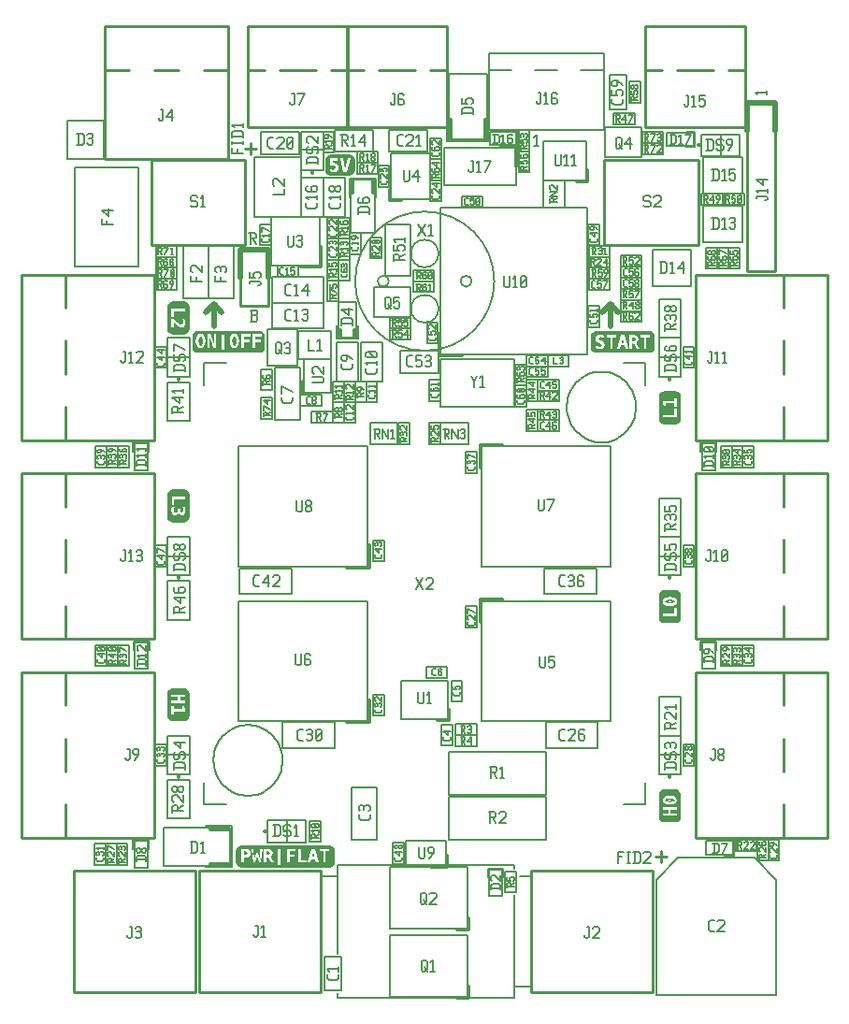
<source format=gbr>
G04 start of page 12 for group -4079 idx -4079 *
G04 Title: (unknown), topsilk *
G04 Creator: pcb 20140316 *
G04 CreationDate: Wed 10 Jul 2019 18:35:36 GMT UTC *
G04 For: kier *
G04 Format: Gerber/RS-274X *
G04 PCB-Dimensions (mil): 3346.46 4133.86 *
G04 PCB-Coordinate-Origin: lower left *
%MOIN*%
%FSLAX25Y25*%
%LNTOPSILK*%
%ADD202C,0.0100*%
%ADD201C,0.0138*%
%ADD200C,0.0098*%
%ADD199C,0.0118*%
%ADD198C,0.0079*%
%ADD197C,0.0197*%
%ADD196C,0.0059*%
%ADD195C,0.0001*%
G54D195*G36*
X254702Y117728D02*X256667D01*
X257431Y117571D01*
X258060Y117142D01*
X258489Y116513D01*
X258646Y115748D01*
Y107903D01*
X258489Y107133D01*
X258060Y106503D01*
X257431Y106075D01*
X256667Y105923D01*
X254702D01*
Y108250D01*
X257154D01*
Y109189D01*
X254963D01*
Y110404D01*
X257154D01*
Y111375D01*
X254702D01*
Y112207D01*
X254724Y112205D01*
X255815Y112298D01*
X256595Y112591D01*
X257063Y113095D01*
X257219Y113806D01*
X257063Y114511D01*
X256595Y115021D01*
X255815Y115309D01*
X254724Y115401D01*
X254702Y115399D01*
Y117728D01*
G37*
G36*
X250763Y107903D02*Y115748D01*
X250915Y116513D01*
X251344Y117142D01*
X251973Y117571D01*
X252743Y117728D01*
X254702D01*
Y115399D01*
X253606Y115309D01*
X252815Y115021D01*
X252336Y114511D01*
X252185Y113806D01*
X252336Y113095D01*
X252815Y112591D01*
X253606Y112298D01*
X254702Y112207D01*
Y111375D01*
X252293D01*
Y110404D01*
X254132D01*
Y109189D01*
X252293D01*
Y108250D01*
X254702D01*
Y105923D01*
X252743D01*
X251973Y106075D01*
X251344Y106503D01*
X250915Y107133D01*
X250763Y107903D01*
G37*
G36*
X254705Y114461D02*X254724Y114462D01*
X255483Y114414D01*
X256004Y114289D01*
X256313Y114093D01*
X256422Y113806D01*
X256313Y113513D01*
X256004Y113318D01*
X255483Y113209D01*
X254724Y113182D01*
X254705Y113183D01*
Y113428D01*
X254724Y113421D01*
X255000Y113529D01*
X255104Y113806D01*
X255000Y114083D01*
X254724Y114224D01*
X254705Y114215D01*
Y114461D01*
G37*
G36*
X253020Y113806D02*X253107Y114093D01*
X253400Y114289D01*
X253937Y114414D01*
X254705Y114461D01*
Y114215D01*
X254409Y114083D01*
X254306Y113806D01*
X254409Y113529D01*
X254705Y113428D01*
Y113183D01*
X253937Y113209D01*
X253400Y113318D01*
X253107Y113513D01*
X253020Y113806D01*
G37*
G36*
X139040Y343877D02*X140516D01*
X141281Y343730D01*
X141909Y343318D01*
X142333Y342699D01*
X142491Y341935D01*
Y338354D01*
X142333Y337594D01*
X141909Y336976D01*
X141281Y336563D01*
X140516Y336411D01*
X139040D01*
Y337768D01*
X139713D01*
X140863Y342629D01*
X139887D01*
X139056Y338565D01*
X139040Y338640D01*
Y343877D01*
G37*
G36*
X135044Y340038D02*X135411Y339916D01*
X135655Y339330D01*
X135411Y338701D01*
X135069Y338533D01*
X135044Y338529D01*
Y340038D01*
G37*
G36*
Y343877D02*X139040D01*
Y338640D01*
X138188Y342629D01*
X137217D01*
X138394Y337768D01*
X139040D01*
Y336411D01*
X135044D01*
Y337700D01*
X135530Y337779D01*
X136105Y338115D01*
X136469Y338641D01*
X136588Y339330D01*
X136474Y339987D01*
X136138Y340508D01*
X135611Y340849D01*
X135044Y340944D01*
Y341761D01*
X136311D01*
Y342629D01*
X135044D01*
Y343877D01*
G37*
G36*
Y340944D02*X134960Y340958D01*
X134678Y340925D01*
X134439Y340855D01*
Y341761D01*
X135044D01*
Y340944D01*
G37*
G36*
X133848Y343877D02*X135044D01*
Y342629D01*
X133674D01*
Y339916D01*
X134194Y340090D01*
X134678Y340160D01*
X135044Y340038D01*
Y338529D01*
X134613Y338462D01*
X134054Y338527D01*
X133501Y338739D01*
Y337871D01*
X134157Y337730D01*
X134787Y337659D01*
X135044Y337700D01*
Y336411D01*
X133848D01*
X133078Y336563D01*
X132448Y336976D01*
X132020Y337594D01*
X131868Y338354D01*
Y341935D01*
X132020Y342699D01*
X132448Y343318D01*
X133078Y343730D01*
X133848Y343877D01*
G37*
G36*
X83446Y289571D02*Y281726D01*
X83294Y280961D01*
X82867Y280332D01*
X82237Y279903D01*
X81467Y279746D01*
X79454D01*
Y282825D01*
X79557Y282735D01*
X80116Y282388D01*
X80637Y282279D01*
X81207Y282399D01*
X81641Y282735D01*
X81906Y283261D01*
X81988Y283950D01*
X81922Y284574D01*
X81711Y285269D01*
X80843D01*
X81120Y284607D01*
X81228Y284016D01*
X81055Y283462D01*
X80566Y283256D01*
X80116Y283359D01*
X79628Y283706D01*
X79454Y283868D01*
Y288047D01*
X81885D01*
Y289018D01*
X79454D01*
Y291551D01*
X81467D01*
X82237Y291399D01*
X82867Y290971D01*
X83294Y290341D01*
X83446Y289571D01*
G37*
G36*
X79454Y279746D02*X77544D01*
X76780Y279903D01*
X76150Y280332D01*
X75720Y280961D01*
X75564Y281726D01*
Y289571D01*
X75720Y290341D01*
X76150Y290971D01*
X76780Y291399D01*
X77544Y291551D01*
X79454D01*
Y289018D01*
X77024D01*
Y285996D01*
X77892D01*
Y288047D01*
X79454D01*
Y283868D01*
X79209Y284097D01*
X78411Y284851D01*
X77859Y285372D01*
X77024D01*
Y282279D01*
X77892D01*
Y284330D01*
X78554Y283668D01*
X79194Y283055D01*
X79454Y282825D01*
Y279746D01*
G37*
G36*
X83464Y151776D02*Y143931D01*
X83312Y143166D01*
X82883Y142537D01*
X82254Y142108D01*
X81484Y141951D01*
X79504D01*
Y145287D01*
X81934D01*
Y146221D01*
X81695Y147230D01*
X80827D01*
X81066Y146221D01*
X79504D01*
Y148374D01*
X81934D01*
Y149313D01*
X80095D01*
Y150528D01*
X81934D01*
Y151499D01*
X79504D01*
Y153756D01*
X81484D01*
X82254Y153604D01*
X82883Y153176D01*
X83312Y152546D01*
X83464Y151776D01*
G37*
G36*
X79504Y141951D02*X77561D01*
X76796Y142108D01*
X76167Y142537D01*
X75738Y143166D01*
X75581Y143931D01*
Y151776D01*
X75738Y152546D01*
X76167Y153176D01*
X76796Y153604D01*
X77561Y153756D01*
X79504D01*
Y151499D01*
X77073D01*
Y150528D01*
X79227D01*
Y149313D01*
X77073D01*
Y148374D01*
X79504D01*
Y146221D01*
X77941D01*
Y147300D01*
X77073D01*
Y144246D01*
X77941D01*
Y145287D01*
X79504D01*
Y141951D01*
G37*
G36*
X83446Y222674D02*Y214791D01*
X83294Y214026D01*
X82867Y213396D01*
X82237Y212967D01*
X81467Y212811D01*
X79524D01*
Y216023D01*
X79698Y216354D01*
X80078Y215659D01*
X80772Y215415D01*
X81309Y215517D01*
X81711Y215833D01*
X81955Y216359D01*
X82026Y217048D01*
X81988Y217672D01*
X81814Y218333D01*
X80946D01*
X81157Y217672D01*
X81228Y217086D01*
X81055Y216526D01*
X80637Y216320D01*
X80252Y216526D01*
X80116Y217086D01*
Y217607D01*
X79524D01*
Y221181D01*
X81955D01*
Y222152D01*
X79524D01*
Y224617D01*
X81467D01*
X82237Y224470D01*
X82867Y224057D01*
X83294Y223439D01*
X83446Y222674D01*
G37*
G36*
X79524Y212811D02*X77544D01*
X76780Y212967D01*
X76150Y213396D01*
X75720Y214026D01*
X75564Y214791D01*
Y222674D01*
X75720Y223439D01*
X76150Y224057D01*
X76780Y224470D01*
X77544Y224617D01*
X79524D01*
Y222152D01*
X77094D01*
Y219131D01*
X77930D01*
Y221181D01*
X79524D01*
Y217607D01*
X79248D01*
Y217086D01*
X79215Y216722D01*
X79074Y216457D01*
X78483Y216217D01*
X77994Y216457D01*
X77820Y217048D01*
X77892Y217813D01*
X78135Y218474D01*
X77235D01*
X77061Y217780D01*
X76991Y217048D01*
X77094Y216289D01*
X77370Y215730D01*
X77831Y215393D01*
X78451Y215280D01*
X79280Y215556D01*
X79524Y216023D01*
Y212811D01*
G37*
G36*
X107586Y281106D02*X108438D01*
X109203Y280954D01*
X109832Y280525D01*
X110261Y279896D01*
X110418Y279125D01*
Y275165D01*
X110261Y274405D01*
X109832Y273787D01*
X109203Y273374D01*
X108438Y273222D01*
X107586D01*
Y277183D01*
X108921D01*
Y278051D01*
X107586D01*
Y279093D01*
X109094D01*
Y279923D01*
X107586D01*
Y281106D01*
G37*
G36*
Y278051D02*X107049D01*
Y279093D01*
X107586D01*
Y278051D01*
G37*
G36*
X103593Y281106D02*X107586D01*
Y279923D01*
X106078D01*
Y275062D01*
X107049D01*
Y277183D01*
X107586D01*
Y273222D01*
X103593D01*
Y277183D01*
X104895D01*
Y278051D01*
X103593D01*
Y279093D01*
X105101D01*
Y279923D01*
X103593D01*
Y281106D01*
G37*
G36*
Y278051D02*X103018D01*
Y279093D01*
X103593D01*
Y278051D01*
G37*
G36*
X99478Y281106D02*X103593D01*
Y279923D01*
X102085D01*
Y275062D01*
X103018D01*
Y277183D01*
X103593D01*
Y273222D01*
X99478D01*
Y274992D01*
X99481Y274991D01*
X100207Y275148D01*
X100728Y275621D01*
X101059Y276407D01*
X101179Y277492D01*
X101059Y278604D01*
X100728Y279402D01*
X100207Y279879D01*
X99481Y280026D01*
X99478Y280025D01*
Y281106D01*
G37*
G36*
X95468D02*X99478D01*
Y280025D01*
X98732Y279879D01*
X98195Y279402D01*
X97875Y278604D01*
X97777Y277492D01*
X97875Y276407D01*
X98195Y275621D01*
X98732Y275148D01*
X99478Y274992D01*
Y273222D01*
X95468D01*
Y274264D01*
X95970D01*
Y279749D01*
X95468D01*
Y281106D01*
G37*
G36*
X91440D02*X95468D01*
Y279749D01*
X94967D01*
Y274264D01*
X95468D01*
Y273222D01*
X91440D01*
Y276649D01*
X92048Y275062D01*
X93057D01*
Y279923D01*
X92221D01*
Y276418D01*
X91440Y278437D01*
Y281106D01*
G37*
G36*
X87428D02*X91440D01*
Y278437D01*
X90865Y279923D01*
X89823D01*
Y275062D01*
X90691D01*
Y278604D01*
X91440Y276649D01*
Y273222D01*
X87428D01*
Y274992D01*
X87431Y274991D01*
X88174Y275148D01*
X88717Y275621D01*
X89026Y276407D01*
X89129Y277492D01*
X89026Y278604D01*
X88717Y279402D01*
X88174Y279879D01*
X87431Y280026D01*
X87428Y280025D01*
Y281106D01*
G37*
G36*
X86389D02*X87428D01*
Y280025D01*
X86682Y279879D01*
X86145Y279402D01*
X85825Y278604D01*
X85727Y277492D01*
X85825Y276407D01*
X86145Y275621D01*
X86682Y275148D01*
X87428Y274992D01*
Y273222D01*
X86389D01*
X85624Y273374D01*
X85006Y273787D01*
X84588Y274405D01*
X84441Y275165D01*
Y279125D01*
X84588Y279896D01*
X85006Y280525D01*
X85624Y280954D01*
X86389Y281106D01*
G37*
G36*
X99481Y279158D02*X99790Y279066D01*
X100001Y278778D01*
X100126Y278257D01*
X100175Y277492D01*
X100126Y276749D01*
X100001Y276244D01*
X99790Y275957D01*
X99481Y275859D01*
X99150Y275957D01*
X98922Y276244D01*
X98792Y276749D01*
X98748Y277492D01*
X98792Y278257D01*
X98922Y278778D01*
X99150Y279066D01*
X99481Y279158D01*
G37*
G36*
X87431D02*X87756Y279066D01*
X87984Y278778D01*
X88109Y278257D01*
X88158Y277492D01*
X88109Y276749D01*
X87984Y276244D01*
X87756Y275957D01*
X87431Y275859D01*
X87122Y275957D01*
X86910Y276244D01*
X86780Y276749D01*
X86736Y277492D01*
X86780Y278257D01*
X86910Y278778D01*
X87122Y279066D01*
X87431Y279158D01*
G37*
G36*
X254727Y188764D02*X256691D01*
X257456Y188607D01*
X258085Y188178D01*
X258514Y187549D01*
X258671Y186784D01*
Y178901D01*
X258514Y178136D01*
X258085Y177517D01*
X257456Y177105D01*
X256691Y176958D01*
X254727D01*
Y179422D01*
X257179D01*
Y182405D01*
X256311D01*
Y180360D01*
X254727D01*
Y183069D01*
X254749Y183067D01*
X255839Y183176D01*
X256620Y183486D01*
X257087Y183990D01*
X257244Y184700D01*
X257087Y185389D01*
X256620Y185878D01*
X255839Y186187D01*
X254749Y186295D01*
X254727Y186293D01*
Y188764D01*
G37*
G36*
X250788Y178901D02*Y186784D01*
X250940Y187549D01*
X251369Y188178D01*
X251998Y188607D01*
X252768Y188764D01*
X254727D01*
Y186293D01*
X253631Y186187D01*
X252839Y185878D01*
X252361Y185389D01*
X252210Y184700D01*
X252361Y183990D01*
X252839Y183486D01*
X253631Y183176D01*
X254727Y183069D01*
Y180360D01*
X252318D01*
Y179422D01*
X254727D01*
Y176958D01*
X252768D01*
X251998Y177105D01*
X251369Y177517D01*
X250940Y178136D01*
X250788Y178901D01*
G37*
G36*
X254729Y185324D02*X254749Y185324D01*
X255508Y185292D01*
X256029Y185183D01*
X256338Y184988D01*
X256447Y184700D01*
X256338Y184408D01*
X256029Y184212D01*
X255508Y184082D01*
X254749Y184039D01*
X254729Y184040D01*
Y184290D01*
X254749Y184283D01*
X255025Y184386D01*
X255128Y184700D01*
X255025Y184977D01*
X254749Y185080D01*
X254729Y185074D01*
Y185324D01*
G37*
G36*
X253045Y184700D02*X253132Y184988D01*
X253425Y185183D01*
X253962Y185292D01*
X254729Y185324D01*
Y185074D01*
X254434Y184977D01*
X254331Y184700D01*
X254434Y184386D01*
X254729Y184290D01*
Y184040D01*
X253962Y184082D01*
X253425Y184212D01*
X253132Y184408D01*
X253045Y184700D01*
G37*
G36*
X254728Y259617D02*X256708D01*
X257472Y259461D01*
X258102Y259031D01*
X258531Y258402D01*
X258688Y257637D01*
Y249793D01*
X258531Y249022D01*
X258102Y248393D01*
X257472Y247965D01*
X256708Y247813D01*
X254728D01*
Y250243D01*
X257158D01*
Y253226D01*
X256322D01*
Y251181D01*
X254728D01*
Y255207D01*
X256322D01*
Y254133D01*
X257158D01*
Y257187D01*
X256322D01*
Y256146D01*
X254728D01*
Y259617D01*
G37*
G36*
X250806Y249793D02*Y257637D01*
X250957Y258402D01*
X251385Y259031D01*
X252015Y259461D01*
X252785Y259617D01*
X254728D01*
Y256146D01*
X252297D01*
Y255207D01*
X252541Y254204D01*
X253409D01*
X253165Y255207D01*
X254728D01*
Y251181D01*
X252297D01*
Y250243D01*
X254728D01*
Y247813D01*
X252785D01*
X252015Y247965D01*
X251385Y248393D01*
X250957Y249022D01*
X250806Y249793D01*
G37*
G36*
X245929Y281088D02*X247419D01*
X248183Y280936D01*
X248813Y280507D01*
X249242Y279878D01*
X249399Y279108D01*
Y275186D01*
X249242Y274420D01*
X248813Y273791D01*
X248183Y273362D01*
X247419Y273206D01*
X245929D01*
Y274736D01*
X246415D01*
Y278760D01*
X247630D01*
Y279596D01*
X245929D01*
Y281088D01*
G37*
G36*
X242126D02*X245929D01*
Y279596D01*
X244229D01*
Y278760D01*
X245444D01*
Y274736D01*
X245929D01*
Y273206D01*
X242126D01*
Y276215D01*
X242210Y276086D01*
X242281Y275950D01*
X242872Y274736D01*
X243914D01*
X243046Y276471D01*
X242769Y276889D01*
X242525Y277024D01*
X243252Y277371D01*
X243496Y278169D01*
X243388Y278816D01*
X243078Y279249D01*
X242530Y279509D01*
X242126Y279553D01*
Y281088D01*
G37*
G36*
X237908D02*X242126D01*
Y279553D01*
X241728Y279596D01*
X240339D01*
Y274736D01*
X241310D01*
Y276644D01*
X241624D01*
X241939Y276504D01*
X242126Y276215D01*
Y273206D01*
X237908D01*
Y275912D01*
X238531D01*
X238847Y274736D01*
X239818D01*
X238499Y279596D01*
X237908D01*
Y281088D01*
G37*
G36*
X233896D02*X237908D01*
Y279596D01*
X237317D01*
X235998Y274736D01*
X236970D01*
X237246Y275912D01*
X237908D01*
Y273206D01*
X233896D01*
Y274736D01*
X234365D01*
Y278760D01*
X235613D01*
Y279596D01*
X233896D01*
Y281088D01*
G37*
G36*
X229886Y276727D02*X230025Y276677D01*
X230372Y276400D01*
X230513Y276054D01*
X230340Y275566D01*
X229886Y275455D01*
Y276727D01*
G37*
G36*
Y281088D02*X233896D01*
Y279596D01*
X232179D01*
Y278760D01*
X233427D01*
Y274736D01*
X233896D01*
Y273206D01*
X229886D01*
Y274648D01*
X230519Y274719D01*
X231067Y274980D01*
X231381Y275441D01*
X231483Y276086D01*
X231207Y276993D01*
X230340Y277546D01*
X229955Y277719D01*
X229886Y277751D01*
Y278846D01*
X229955Y278863D01*
X230578Y278760D01*
X231207Y278451D01*
Y279384D01*
X230546Y279596D01*
X229886Y279666D01*
Y281088D01*
G37*
G36*
Y277751D02*X229363Y277996D01*
X229228Y278343D01*
X229433Y278728D01*
X229886Y278846D01*
Y277751D01*
G37*
G36*
X228533Y281088D02*X229886D01*
Y279666D01*
X229883Y279667D01*
X229217Y279574D01*
X228707Y279281D01*
X228392Y278836D01*
X228289Y278239D01*
X228359Y277795D01*
X228566Y277443D01*
X228935Y277144D01*
X229537Y276851D01*
X229886Y276727D01*
Y275455D01*
X229781Y275430D01*
X229054Y275566D01*
X228322Y275950D01*
Y274980D01*
X229016Y274736D01*
X229748Y274632D01*
X229886Y274648D01*
Y273206D01*
X228533D01*
X227763Y273362D01*
X227133Y273791D01*
X226705Y274420D01*
X226553Y275186D01*
Y279108D01*
X226705Y279878D01*
X227133Y280507D01*
X227763Y280936D01*
X228533Y281088D01*
G37*
G36*
X237907Y278691D02*X238357Y276716D01*
X237457D01*
X237907Y278691D01*
G37*
G36*
X241310Y278760D02*X241760D01*
X242319Y278626D01*
X242493Y278104D01*
X242319Y277617D01*
X241760Y277443D01*
X241310D01*
Y278760D01*
G37*
G36*
X133441Y97595D02*X134201Y97448D01*
X134819Y97036D01*
X135232Y96418D01*
X135384Y95653D01*
Y91692D01*
X135232Y90933D01*
X134819Y90314D01*
X134201Y89902D01*
X133441Y89750D01*
X131599D01*
Y91557D01*
X132085D01*
Y95582D01*
X133300D01*
Y96418D01*
X131599D01*
Y97595D01*
X133441D01*
G37*
G36*
X131599Y89750D02*X127587D01*
Y92772D01*
X128233D01*
X128542Y91557D01*
X129481D01*
X128195Y96418D01*
X127587D01*
Y97595D01*
X131599D01*
Y96418D01*
X129899D01*
Y95582D01*
X131114D01*
Y91557D01*
X131599D01*
Y89750D01*
G37*
G36*
X127587D02*X123803D01*
Y91557D01*
X125314D01*
Y92387D01*
X123803D01*
Y97595D01*
X127587D01*
Y96418D01*
X127018D01*
X125694Y91557D01*
X126671D01*
X126947Y92772D01*
X127587D01*
Y89750D01*
G37*
G36*
X123803D02*X119672D01*
Y93672D01*
X121006D01*
Y94508D01*
X119672D01*
Y95582D01*
X121180D01*
Y96418D01*
X119672D01*
Y97595D01*
X123803D01*
Y92387D01*
X123263D01*
Y96418D01*
X122292D01*
Y91557D01*
X123803D01*
Y89750D01*
G37*
G36*
X119672Y94508D02*X119135D01*
Y95582D01*
X119672D01*
Y94508D01*
G37*
G36*
Y89750D02*X115575D01*
Y90759D01*
X116080D01*
Y96206D01*
X115575D01*
Y97595D01*
X119672D01*
Y96418D01*
X118164D01*
Y91557D01*
X119135D01*
Y93672D01*
X119672D01*
Y89750D01*
G37*
G36*
X115575D02*X111753D01*
Y93042D01*
X111843Y92907D01*
X111914Y92772D01*
X112500Y91557D01*
X113541D01*
X112673Y93293D01*
X112434Y93710D01*
X112152Y93846D01*
X112885Y94193D01*
X113129Y94991D01*
X113020Y95636D01*
X112711Y96070D01*
X112163Y96325D01*
X111753Y96372D01*
Y97595D01*
X115575D01*
Y96206D01*
X115071D01*
Y90759D01*
X115575D01*
Y89750D01*
G37*
G36*
X111753D02*X107535D01*
Y94088D01*
X108094Y91557D01*
X108995D01*
X109548Y96418D01*
X108718D01*
X108441Y92842D01*
X107953Y95164D01*
X107535D01*
Y97595D01*
X111753D01*
Y96372D01*
X111355Y96418D01*
X109966D01*
Y91557D01*
X110937D01*
Y93466D01*
X111252D01*
X111566Y93325D01*
X111753Y93042D01*
Y89750D01*
G37*
G36*
X107535D02*X103648D01*
Y93396D01*
X104237Y93466D01*
X104828Y93743D01*
X105143Y94204D01*
X105246Y94888D01*
X105143Y95593D01*
X104828Y96070D01*
X104237Y96336D01*
X103648Y96391D01*
Y97595D01*
X107535D01*
Y95164D01*
X107156D01*
X106738Y92842D01*
X106391Y96418D01*
X105523D01*
X106146Y91557D01*
X107015D01*
X107535Y94090D01*
X107535Y94088D01*
Y89750D01*
G37*
G36*
X103648D02*X101947D01*
X101177Y89902D01*
X100548Y90314D01*
X100119Y90933D01*
X99967Y91692D01*
Y95653D01*
X100119Y96418D01*
X100548Y97036D01*
X101177Y97448D01*
X101947Y97595D01*
X103648D01*
Y96391D01*
X103369Y96418D01*
X102050D01*
Y91557D01*
X103021D01*
Y93363D01*
X103369D01*
X103648Y93396D01*
Y89750D01*
G37*
G36*
X128060Y93537D02*X127153D01*
X127604Y95550D01*
X128060Y93537D01*
G37*
G36*
X111393Y95620D02*X111946Y95447D01*
X112120Y94958D01*
X111946Y94437D01*
X111393Y94264D01*
X110937D01*
Y95620D01*
X111393D01*
G37*
G36*
X103407D02*X104063Y95447D01*
X104275Y94888D01*
X104063Y94334D01*
X103407Y94193D01*
X103021D01*
Y95620D01*
X103407D01*
G37*
G54D196*X199213Y43307D02*Y79921D01*
X201181Y86614D02*X205118D01*
X199213Y47244D02*X205118D01*
X136220Y43307D02*X199213D01*
Y90551D02*X136220D01*
Y59055D01*
Y86614D02*X130315D01*
X199213Y90551D02*Y89370D01*
X136220Y43307D02*Y44882D01*
G54D197*X92126Y282677D02*Y290551D01*
X89370Y287795D01*
X92126Y290551D02*X94882Y287795D01*
X233465Y282677D02*Y290551D01*
X230709Y287795D01*
X233465Y290551D02*X236220Y287795D01*
G54D196*X286052Y365354D02*X285252Y366154D01*
X289252D01*
Y366854D02*Y365354D01*
X206299Y350169D02*X207099Y350969D01*
Y346969D01*
X206299D02*X207799D01*
X104724Y315929D02*X106724D01*
X107224Y315429D01*
Y314429D01*
X106724Y313929D02*X107224Y314429D01*
X105224Y313929D02*X106724D01*
X105224Y315929D02*Y311929D01*
X106024Y313929D02*X107224Y311929D01*
X105118Y284370D02*X107118D01*
X107618Y284870D01*
Y286070D02*Y284870D01*
X107118Y286570D02*X107618Y286070D01*
X105618Y286570D02*X107118D01*
X105618Y288370D02*Y284370D01*
X105118Y288370D02*X107118D01*
X107618Y287870D01*
Y287070D01*
X107118Y286570D02*X107618Y287070D01*
X237205Y296063D02*X244685D01*
X237205Y300000D02*X244685D01*
Y296063D01*
X237205Y300000D02*Y296063D01*
Y300000D02*X244685D01*
X237205Y303937D02*X244685D01*
Y300000D01*
X237205Y303937D02*Y300000D01*
X225787Y299606D02*X233268D01*
X225787Y303543D02*X233268D01*
Y299606D01*
X225787Y303543D02*Y299606D01*
X225591Y289961D02*Y282480D01*
X229528Y289961D02*Y282480D01*
X225591D02*X229528D01*
X225591Y289961D02*X229528D01*
X237205Y284252D02*X244685D01*
X237205Y288189D02*X244685D01*
Y284252D01*
X237205Y288189D02*Y284252D01*
Y292126D02*X244685D01*
X237205Y288189D02*X244685D01*
X237205Y292126D02*Y288189D01*
X244685Y292126D02*Y288189D01*
X237205Y292126D02*X244685D01*
X237205Y296063D02*X244685D01*
Y292126D01*
X237205Y296063D02*Y292126D01*
X266142Y240945D02*Y231496D01*
X270866Y240945D02*Y231496D01*
X266142D02*X270866D01*
X266142Y240945D02*X270866D01*
X265748Y241339D02*X271260D01*
X265748D02*Y238189D01*
X271260Y241339D02*Y238189D01*
X284646Y239961D02*Y232480D01*
X280709Y239961D02*Y232480D01*
Y239961D02*X284646D01*
X280709Y232480D02*X284646D01*
X280709Y239961D02*Y232480D01*
X276772Y239961D02*Y232480D01*
Y239961D02*X280709D01*
X276772Y232480D02*X280709D01*
X272835Y239961D02*Y232480D01*
X276772Y239961D02*Y232480D01*
X272835D02*X276772D01*
X272835Y239961D02*X276772D01*
X263386Y275394D02*Y267913D01*
X259449Y275394D02*Y267913D01*
Y275394D02*X263386D01*
X259449Y267913D02*X263386D01*
G54D198*X250787Y292323D02*Y278543D01*
X258661Y292323D02*Y278543D01*
X250787D02*X258661D01*
X250787Y292323D02*X258661D01*
X250787Y278543D02*Y264764D01*
X258661Y278543D02*Y264764D01*
X250787D02*X258661D01*
X250787Y278543D02*X258661D01*
G54D199*X254724Y264370D02*Y263780D01*
G54D198*X250787Y271654D02*X258661D01*
X254724D02*Y270472D01*
G54D200*X263780Y301181D02*X311024D01*
X263780Y242126D02*X311024D01*
X263780Y301181D02*Y242126D01*
X311024Y301181D02*Y242126D01*
X295276Y253937D02*Y242126D01*
Y277559D02*Y265748D01*
Y301181D02*Y289370D01*
G54D196*X209449Y334843D02*X217323D01*
X209449Y325000D02*X217323D01*
X209449Y334843D02*Y325000D01*
X217323Y334843D02*Y325000D01*
X173228Y342323D02*Y334843D01*
X169291Y342323D02*Y334843D01*
Y342323D02*X173228D01*
X169291Y334843D02*X173228D01*
G54D198*X244685Y353740D02*Y343110D01*
X231693Y353740D02*Y343110D01*
Y353740D02*X244685D01*
X231693Y343110D02*X244685D01*
G54D196*X200787Y345079D02*Y337598D01*
X204724Y345079D02*Y337598D01*
X200787D02*X204724D01*
X200787Y345079D02*X204724D01*
X169291Y334843D02*Y327362D01*
X173228Y334843D02*Y327362D01*
X169291D02*X173228D01*
X169291Y334843D02*X173228D01*
X180512Y325197D02*X187992D01*
X180512Y329134D02*X187992D01*
Y325197D01*
X180512Y329134D02*Y325197D01*
X225787Y295669D02*X233268D01*
X225787Y299606D02*X233268D01*
Y295669D01*
X225787Y299606D02*Y295669D01*
Y307480D02*X233268D01*
X225787Y311417D02*X233268D01*
Y307480D01*
X225787Y311417D02*Y307480D01*
Y303543D02*X233268D01*
X225787Y307480D02*X233268D01*
Y303543D01*
X225787Y307480D02*Y303543D01*
X225591Y319094D02*Y311614D01*
X229528Y319094D02*Y311614D01*
X225591D02*X229528D01*
X225591Y319094D02*X229528D01*
X237205Y303937D02*X244685D01*
X237205Y307874D02*X244685D01*
Y303937D01*
X237205Y307874D02*Y303937D01*
G54D198*X173031Y325000D02*Y272638D01*
X225394Y325000D02*Y272638D01*
X173031D02*X225394D01*
X173031Y325000D02*X225394D01*
G54D199*X172638Y272244D02*X180512D01*
X172638Y280118D02*Y272244D01*
G54D196*X199606Y269094D02*Y261614D01*
X203543Y269094D02*Y261614D01*
X199606D02*X203543D01*
X199606Y269094D02*X203543D01*
G54D200*X292402Y362244D02*Y302244D01*
X282402Y362244D02*Y302244D01*
Y362244D02*X292402D01*
X282402Y302244D02*X292402D01*
G54D197*X282402Y362244D02*Y352244D01*
Y362244D02*X292402D01*
Y352244D01*
G54D196*X273819Y329921D02*X281299D01*
X273819Y325984D02*X281299D01*
X273819Y329921D02*Y325984D01*
X281299Y329921D02*Y325984D01*
G54D198*X265945Y351181D02*X279724D01*
X265945Y343307D02*X279724D01*
X265945Y351181D02*Y343307D01*
X279724Y351181D02*Y343307D01*
G54D199*X264961Y347244D02*X265551D01*
G54D198*X272835Y351181D02*Y343307D01*
X271654Y347244D02*X272835D01*
X266732Y343110D02*Y330118D01*
X280512Y343110D02*Y330118D01*
X266732D02*X280512D01*
X266732Y343110D02*X280512D01*
G54D196*X275591Y310827D02*Y303346D01*
X279528Y310827D02*Y303346D01*
X275591D02*X279528D01*
X275591Y310827D02*X279528D01*
G54D200*X246024Y389764D02*Y353543D01*
X281535Y389764D02*Y353543D01*
X246024D02*X281535D01*
X246024Y389764D02*X281535D01*
X275547Y374016D02*X281535D01*
X257232D02*X270327D01*
X246024D02*X252012D01*
G54D196*X240157Y369882D02*Y362402D01*
X244094Y369882D02*Y362402D01*
X240157D02*X244094D01*
X240157Y369882D02*X244094D01*
G54D198*X233268Y372244D02*Y360039D01*
X239173Y372244D02*Y360039D01*
X233268D02*X239173D01*
X233268Y372244D02*X239173D01*
G54D196*X234646Y358661D02*X242126D01*
X234646Y354724D02*X242126D01*
X234646Y358661D02*Y354724D01*
X242126Y358661D02*Y354724D01*
X265945Y329921D02*X273425D01*
X265945Y325984D02*X273425D01*
X265945Y329921D02*Y325984D01*
X273425Y329921D02*Y325984D01*
G54D200*X264764Y341929D02*Y311614D01*
X231299Y341929D02*Y311614D01*
X264764D01*
X231299Y341929D02*X264764D01*
G54D196*X253740Y351772D02*X263189D01*
X253740Y347047D02*X263189D01*
X253740Y351772D02*Y347047D01*
X263189Y351772D02*Y347047D01*
X263583Y352165D02*Y346654D01*
X260433Y352165D02*X263583D01*
X260433Y346654D02*X263583D01*
G54D198*X262402Y310039D02*Y297047D01*
X248622Y310039D02*Y297047D01*
Y310039D02*X262402D01*
X248622Y297047D02*X262402D01*
G54D196*X244882Y351969D02*X252362D01*
X244882Y348031D02*X252362D01*
X244882Y351969D02*Y348031D01*
X252362Y351969D02*Y348031D01*
X244882D02*X252362D01*
X244882Y344094D02*X252362D01*
X244882Y348031D02*Y344094D01*
X252362Y348031D02*Y344094D01*
G54D198*X280512Y325787D02*Y312795D01*
X266732Y325787D02*Y312795D01*
Y325787D02*X280512D01*
X266732Y312795D02*X280512D01*
G54D196*X267717Y310827D02*Y303346D01*
X271654Y310827D02*Y303346D01*
X267717D02*X271654D01*
X267717Y310827D02*X271654D01*
Y303346D01*
X275591Y310827D02*Y303346D01*
X271654D02*X275591D01*
X271654Y310827D02*X275591D01*
X172047Y284055D02*Y276575D01*
X168110Y284055D02*Y276575D01*
Y284055D02*X172047D01*
X168110Y276575D02*X172047D01*
X146457Y263189D02*Y255709D01*
X150394Y263189D02*Y255709D01*
X146457D02*X150394D01*
X146457Y263189D02*X150394D01*
X142520D02*Y255709D01*
X138583Y263189D02*Y255709D01*
Y263189D02*X142520D01*
X138583Y255709D02*X142520D01*
Y263189D02*Y255709D01*
X146457Y263189D02*Y255709D01*
X142520D02*X146457D01*
X142520Y263189D02*X146457D01*
X142520Y255709D02*Y248228D01*
X138583Y255709D02*Y248228D01*
Y255709D02*X142520D01*
X138583Y248228D02*X142520D01*
X154921Y281890D02*X162402D01*
X154921Y277953D02*X162402D01*
X154921Y281890D02*Y277953D01*
X162402Y281890D02*Y277953D01*
X154921Y285827D02*X162402D01*
X154921Y281890D02*X162402D01*
X154921Y285827D02*Y281890D01*
X162402Y285827D02*Y281890D01*
G54D198*Y296654D02*Y286024D01*
X149409Y296654D02*Y286024D01*
Y296654D02*X162402D01*
X149409Y286024D02*X162402D01*
X101378Y196260D02*X119882D01*
X101378Y187205D02*X119882D01*
X101378Y196260D02*Y187205D01*
X119882Y196260D02*Y187205D01*
G54D196*X152756Y206496D02*Y199016D01*
X148819Y206496D02*Y199016D01*
Y206496D02*X152756D01*
X148819Y199016D02*X152756D01*
X53937Y239961D02*Y232480D01*
X50000Y239961D02*Y232480D01*
Y239961D02*X53937D01*
X50000Y232480D02*X53937D01*
X57874Y239961D02*Y232480D01*
X53937Y239961D02*Y232480D01*
Y239961D02*X57874D01*
X53937Y232480D02*X57874D01*
Y239961D02*Y232480D01*
X61811Y239961D02*Y232480D01*
X57874D02*X61811D01*
X57874Y239961D02*X61811D01*
X53937Y169094D02*Y161614D01*
X50000Y169094D02*Y161614D01*
Y169094D02*X53937D01*
X50000Y161614D02*X53937D01*
X57874Y169094D02*Y161614D01*
X53937Y169094D02*Y161614D01*
Y169094D02*X57874D01*
X53937Y161614D02*X57874D01*
Y169094D02*Y161614D01*
X61811Y169094D02*Y161614D01*
X57874D02*X61811D01*
X57874Y169094D02*X61811D01*
X63976Y170079D02*Y160630D01*
X68701Y170079D02*Y160630D01*
X63976D02*X68701D01*
X63976Y170079D02*X68701D01*
X63583Y170472D02*X69094D01*
X63583D02*Y167323D01*
X69094Y170472D02*Y167323D01*
X63780Y240945D02*Y231496D01*
X68504Y240945D02*Y231496D01*
X63780D02*X68504D01*
X63780Y240945D02*X68504D01*
X63386Y241339D02*X68898D01*
X63386D02*Y238189D01*
X68898Y241339D02*Y238189D01*
X71260Y204528D02*Y197047D01*
X75197Y204528D02*Y197047D01*
X71260D02*X75197D01*
X71260Y204528D02*X75197D01*
G54D198*X83465Y262795D02*Y249016D01*
X75591Y262795D02*Y249016D01*
Y262795D02*X83465D01*
X75591Y249016D02*X83465D01*
Y191929D02*Y178150D01*
X75591Y191929D02*Y178150D01*
Y191929D02*X83465D01*
X75591Y178150D02*X83465D01*
G54D196*X138583Y255709D02*Y248228D01*
X134646Y255709D02*Y248228D01*
Y255709D02*X138583D01*
X134646Y248228D02*X138583D01*
X126969Y248425D02*X134449D01*
X126969Y252362D02*X134449D01*
Y248425D01*
X126969Y252362D02*Y248425D01*
X112992Y257283D02*Y249803D01*
X109055Y257283D02*Y249803D01*
Y257283D02*X112992D01*
X109055Y249803D02*X112992D01*
G54D198*X90354Y311220D02*Y292717D01*
X81299Y311220D02*Y292717D01*
Y311220D02*X90354D01*
X81299Y292717D02*X90354D01*
G54D196*X71260Y275394D02*Y267913D01*
X75197Y275394D02*Y267913D01*
X71260D02*X75197D01*
X71260Y275394D02*X75197D01*
G54D200*X23622Y242126D02*X70866D01*
X23622Y301181D02*X70866D01*
Y242126D01*
X23622Y301181D02*Y242126D01*
X39370Y301181D02*Y289370D01*
Y277559D02*Y265748D01*
Y253937D02*Y242126D01*
G54D196*X71457Y307480D02*X78937D01*
X71457Y311417D02*X78937D01*
Y307480D01*
X71457Y311417D02*Y307480D01*
Y303543D02*X78937D01*
X71457Y299606D02*X78937D01*
X71457Y303543D02*Y299606D01*
X78937Y303543D02*Y299606D01*
X71457D02*X78937D01*
X71457Y295669D02*X78937D01*
X71457Y299606D02*Y295669D01*
X78937Y299606D02*Y295669D01*
X71457Y307480D02*X78937D01*
X71457Y303543D02*X78937D01*
X71457Y307480D02*Y303543D01*
X78937Y307480D02*Y303543D01*
G54D198*X123031Y267913D02*Y249409D01*
X113976Y267913D02*Y249409D01*
Y267913D02*X123031D01*
X113976Y249409D02*X123031D01*
G54D196*X144488Y315945D02*Y308465D01*
X140551Y315945D02*Y308465D01*
Y315945D02*X144488D01*
X140551Y308465D02*X144488D01*
X140551Y321457D02*Y313976D01*
X136614Y321457D02*Y313976D01*
Y321457D02*X140551D01*
X136614Y313976D02*X140551D01*
X136614Y321457D02*Y313976D01*
X132677Y321457D02*Y313976D01*
Y321457D02*X136614D01*
X132677Y313976D02*X136614D01*
Y306496D02*Y299016D01*
X140551Y306496D02*Y299016D01*
X136614D02*X140551D01*
X136614Y306496D02*X140551D01*
X108661Y319094D02*Y311614D01*
X112598Y319094D02*Y311614D01*
X108661D02*X112598D01*
X108661Y319094D02*X112598D01*
Y304331D02*X129921D01*
X112598Y321654D02*X129921D01*
Y304331D01*
X112598Y321654D02*Y304331D01*
G54D199*X130315Y311024D02*Y303937D01*
X123228D02*X130315D01*
G54D198*X99409Y311220D02*Y292717D01*
X90354Y311220D02*Y292717D01*
Y311220D02*X99409D01*
X90354Y292717D02*X99409D01*
G54D200*X111693Y309882D02*Y289882D01*
X101693Y309882D02*Y289882D01*
Y309882D02*X111693D01*
X101693Y289882D02*X111693D01*
G54D197*X101693Y309882D02*Y299882D01*
X111693Y309882D02*Y299882D01*
X101693Y309882D02*X111693D01*
G54D196*X136614Y299016D02*Y291535D01*
X132677Y299016D02*Y291535D01*
Y299016D02*X136614D01*
X132677Y291535D02*X136614D01*
X138583Y263189D02*Y255709D01*
X134646Y263189D02*Y255709D01*
Y263189D02*X138583D01*
X134646Y255709D02*X138583D01*
X112992Y267520D02*Y260039D01*
X109055Y267520D02*Y260039D01*
Y267520D02*X112992D01*
X109055Y260039D02*X112992D01*
G54D198*X111220Y281693D02*X121850D01*
X111220Y268701D02*X121850D01*
X111220Y281693D02*Y268701D01*
X121850Y281693D02*Y268701D01*
G54D196*X163189Y294882D02*X170669D01*
X163189Y298819D02*X170669D01*
Y294882D01*
X163189Y298819D02*Y294882D01*
Y298819D02*X170669D01*
X163189Y302756D02*X170669D01*
Y298819D01*
X163189Y302756D02*Y298819D01*
G54D198*X153346Y319094D02*Y300591D01*
X162402Y319094D02*Y300591D01*
X153346D02*X162402D01*
X153346Y319094D02*X162402D01*
G54D196*X122244Y271063D02*X134055D01*
X122244Y280906D02*X134055D01*
Y271063D01*
X122244Y280906D02*Y271063D01*
G54D198*X135827Y276969D02*Y263189D01*
X143701Y276969D02*Y263189D01*
X135827D02*X143701D01*
X135827Y276969D02*X143701D01*
X144488D02*Y263189D01*
X152362Y276969D02*Y263189D01*
X144488D02*X152362D01*
X144488Y276969D02*X152362D01*
G54D196*X143071Y291339D02*Y278740D01*
X136457Y291339D02*Y278740D01*
Y291339D02*X143071D01*
X136457Y278740D02*X143071D01*
X136063Y278346D02*X143465D01*
Y283071D02*Y278346D01*
G54D199*X142283Y281496D02*Y278740D01*
G54D196*X136063Y283071D02*Y278346D01*
G54D199*X137244Y281496D02*Y278740D01*
G54D196*X123031Y258268D02*X130512D01*
X123031Y254331D02*X130512D01*
X123031Y258268D02*Y254331D01*
X130512Y258268D02*Y254331D01*
X124213Y270866D02*Y259055D01*
X134055Y270866D02*Y259055D01*
X124213D02*X134055D01*
X124213Y270866D02*X134055D01*
G54D199*X123819Y258661D02*X128150D01*
X123819Y262992D02*Y258661D01*
G54D196*X126378Y106496D02*Y99016D01*
X130315Y106496D02*Y99016D01*
X126378D02*X130315D01*
X126378Y106496D02*X130315D01*
G54D198*X137598Y58071D02*Y45866D01*
X131693Y58071D02*Y45866D01*
Y58071D02*X137598D01*
X131693Y45866D02*X137598D01*
X111220Y106693D02*X125000D01*
X111220Y98819D02*X125000D01*
X111220Y106693D02*Y98819D01*
X125000Y106693D02*Y98819D01*
G54D199*X110236Y102756D02*X110827D01*
G54D198*X118110Y106693D02*Y98819D01*
X116929Y102756D02*X118110D01*
X74409Y104134D02*X98031D01*
X74409Y90354D02*X98031D01*
X74409Y104134D02*Y90354D01*
X98031Y104134D02*Y90354D01*
X98425Y104528D02*Y89961D01*
X89370Y104528D02*X98425D01*
G54D201*X90945Y103346D02*X97638D01*
G54D198*X89370Y89961D02*X98425D01*
G54D201*X90945Y91142D02*X97638D01*
G54D196*X63780Y99213D02*Y89764D01*
X68504Y99213D02*Y89764D01*
X63780D02*X68504D01*
X63780Y99213D02*X68504D01*
X63386Y99606D02*X68898D01*
X63386D02*Y96457D01*
X68898Y99606D02*Y96457D01*
G54D200*X42126Y88583D02*X85433D01*
X42126Y45276D02*X85433D01*
X42126Y88583D02*Y45276D01*
X85433Y88583D02*Y45276D01*
X130315Y88583D02*Y45276D01*
X87008Y88583D02*Y45276D01*
Y88583D02*X130315D01*
X87008Y45276D02*X130315D01*
G54D196*X53543Y98228D02*Y90748D01*
X49606Y98228D02*Y90748D01*
Y98228D02*X53543D01*
X49606Y90748D02*X53543D01*
X57480Y98228D02*Y90748D01*
X53543Y98228D02*Y90748D01*
Y98228D02*X57480D01*
X53543Y90748D02*X57480D01*
Y98228D02*Y90748D01*
X61417Y98228D02*Y90748D01*
X57480D02*X61417D01*
X57480Y98228D02*X61417D01*
G54D198*X141142Y118307D02*Y99803D01*
X150197Y118307D02*Y99803D01*
X141142D02*X150197D01*
X141142Y118307D02*X150197D01*
X175984Y115157D02*X210630D01*
X175984Y99803D02*X210630D01*
X175984Y115157D02*Y99803D01*
X210630Y115157D02*Y99803D01*
X175984Y130906D02*X210630D01*
X175984Y115551D02*X210630D01*
X175984Y130906D02*Y115551D01*
X210630Y130906D02*Y115551D01*
X154862Y43701D02*X182421D01*
X154862Y65748D02*X182421D01*
Y43701D01*
X154862Y65748D02*Y43701D01*
G54D199*X182815Y47244D02*Y43307D01*
X178878D02*X182815D01*
G54D198*X154862Y68110D02*X182421D01*
X154862Y90157D02*X182421D01*
Y68110D01*
X154862Y90157D02*Y68110D01*
G54D199*X182815Y71654D02*Y67717D01*
X178878D02*X182815D01*
G54D196*X160630Y90354D02*X174803D01*
X160630Y99409D02*X174803D01*
Y90354D01*
X160630Y99409D02*Y90354D01*
G54D199*X175197Y93898D02*Y89961D01*
X169685D02*X175197D01*
G54D196*X155906Y98622D02*Y91142D01*
X159843Y98622D02*Y91142D01*
X155906D02*X159843D01*
X155906Y98622D02*X159843D01*
X173228Y140748D02*Y133268D01*
X177165Y140748D02*Y133268D01*
X173228D02*X177165D01*
X173228Y140748D02*X177165D01*
X178346Y137008D02*X185827D01*
X178346Y133071D02*X185827D01*
X178346Y137008D02*Y133071D01*
X185827Y137008D02*Y133071D01*
X178346Y140945D02*X185827D01*
X178346Y137008D02*X185827D01*
X178346Y140945D02*Y137008D01*
X185827Y140945D02*Y137008D01*
X190157Y88976D02*Y79528D01*
X194882Y88976D02*Y79528D01*
X190157D02*X194882D01*
X190157Y88976D02*X194882D01*
X189764Y89370D02*X195276D01*
X189764D02*Y86220D01*
X195276Y89370D02*Y86220D01*
X196063Y88386D02*Y80906D01*
X200000Y88386D02*Y80906D01*
X196063D02*X200000D01*
X196063Y88386D02*X200000D01*
G54D198*X249803Y44488D02*X292717D01*
Y85433D01*
X284843Y93307D01*
X257677D02*X284843D01*
X249803Y44488D02*Y85433D01*
X257677Y93307D01*
G54D200*X248425Y88583D02*Y45276D01*
X205118Y88583D02*Y45276D01*
Y88583D02*X248425D01*
X205118Y45276D02*X248425D01*
G54D198*X233661Y184843D02*Y141929D01*
X187598Y184843D02*Y141929D01*
Y184843D02*X233661D01*
X187598Y141929D02*X233661D01*
G54D199*X187205Y185236D02*X195079D01*
X187205D02*Y177362D01*
G54D200*X263780Y159449D02*X311024D01*
X263780Y100394D02*X311024D01*
X263780Y159449D02*Y100394D01*
X311024Y159449D02*Y100394D01*
X295276Y112205D02*Y100394D01*
Y135827D02*Y124016D01*
Y159449D02*Y147638D01*
G54D196*X284646Y169094D02*Y161614D01*
X280709Y169094D02*Y161614D01*
Y169094D02*X284646D01*
X280709Y161614D02*X284646D01*
X280709Y169094D02*Y161614D01*
X276772Y169094D02*Y161614D01*
Y169094D02*X280709D01*
X276772Y161614D02*X280709D01*
X272835Y169094D02*Y161614D01*
X276772Y169094D02*Y161614D01*
X272835D02*X276772D01*
X272835Y169094D02*X276772D01*
X267717Y99213D02*X277165D01*
X267717Y94488D02*X277165D01*
X267717Y99213D02*Y94488D01*
X277165Y99213D02*Y94488D01*
X277559Y99606D02*Y94094D01*
X274409Y99606D02*X277559D01*
X274409Y94094D02*X277559D01*
X278150Y95669D02*X285630D01*
X278150Y99606D02*X285630D01*
Y95669D01*
X278150Y99606D02*Y95669D01*
X289764Y99803D02*Y92323D01*
X293701Y99803D02*Y92323D01*
X289764D02*X293701D01*
X289764Y99803D02*X293701D01*
X285827D02*Y92323D01*
X289764Y99803D02*Y92323D01*
X285827D02*X289764D01*
X285827Y99803D02*X289764D01*
G54D202*X251575Y95669D02*Y91732D01*
X249606Y93701D02*X253543D01*
G54D198*X210433Y132480D02*X228937D01*
X210433Y141535D02*X228937D01*
Y132480D01*
X210433Y141535D02*Y132480D01*
G54D196*X263386Y133661D02*Y126181D01*
X259449Y133661D02*Y126181D01*
Y133661D02*X263386D01*
X259449Y126181D02*X263386D01*
X266142Y170079D02*Y160630D01*
X270866Y170079D02*Y160630D01*
X266142D02*X270866D01*
X266142Y170079D02*X270866D01*
X265748Y170472D02*X271260D01*
X265748D02*Y167323D01*
X271260Y170472D02*Y167323D01*
G54D198*X250787Y150591D02*Y136811D01*
X258661Y150591D02*Y136811D01*
X250787D02*X258661D01*
X250787Y150591D02*X258661D01*
X250787Y136811D02*Y123031D01*
X258661Y136811D02*Y123031D01*
X250787D02*X258661D01*
X250787Y136811D02*X258661D01*
G54D199*X254724Y122638D02*Y122047D01*
G54D198*X250787Y129921D02*X258661D01*
X254724D02*Y128740D01*
X75591Y207677D02*Y193898D01*
X83465Y207677D02*Y193898D01*
X75591D02*X83465D01*
X75591Y207677D02*X83465D01*
G54D199*X79528Y193504D02*Y192913D01*
G54D198*X75591Y200787D02*X83465D01*
X79528D02*Y199606D01*
G54D200*X23622Y171260D02*X70866D01*
X23622Y230315D02*X70866D01*
Y171260D01*
X23622Y230315D02*Y171260D01*
X39370Y230315D02*Y218504D01*
Y206693D02*Y194882D01*
Y183071D02*Y171260D01*
G54D198*X75591Y278543D02*Y264764D01*
X83465Y278543D02*Y264764D01*
X75591D02*X83465D01*
X75591Y278543D02*X83465D01*
G54D199*X79528Y264370D02*Y263780D01*
G54D198*X75591Y271654D02*X83465D01*
X79528D02*Y270472D01*
X116732Y141535D02*X135236D01*
X116732Y132480D02*X135236D01*
X116732Y141535D02*Y132480D01*
X135236Y141535D02*Y132480D01*
X100984Y184843D02*Y141929D01*
X147047Y184843D02*Y141929D01*
X100984D02*X147047D01*
X100984Y184843D02*X147047D01*
G54D199*X139567Y141535D02*X147441D01*
Y149409D02*Y141535D01*
G54D198*X100984Y239961D02*Y197047D01*
X147047Y239961D02*Y197047D01*
X100984D02*X147047D01*
X100984Y239961D02*X147047D01*
G54D199*X139567Y196654D02*X147441D01*
Y204528D02*Y196654D01*
G54D196*X71260Y133661D02*Y126181D01*
X75197Y133661D02*Y126181D01*
X71260D02*X75197D01*
X71260Y133661D02*X75197D01*
G54D200*X23622Y100394D02*X70866D01*
X23622Y159449D02*X70866D01*
Y100394D01*
X23622Y159449D02*Y100394D01*
X39370Y159449D02*Y147638D01*
Y135827D02*Y124016D01*
Y112205D02*Y100394D01*
G54D198*X83465Y121063D02*Y107283D01*
X75591Y121063D02*Y107283D01*
Y121063D02*X83465D01*
X75591Y107283D02*X83465D01*
X75591Y136811D02*Y123031D01*
X83465Y136811D02*Y123031D01*
X75591D02*X83465D01*
X75591Y136811D02*X83465D01*
G54D199*X79528Y122638D02*Y122047D01*
G54D198*X75591Y129921D02*X83465D01*
X79528D02*Y128740D01*
X210039Y187205D02*X228543D01*
X210039Y196260D02*X228543D01*
Y187205D01*
X210039Y196260D02*Y187205D01*
X233661Y239961D02*Y197047D01*
X187598Y239961D02*Y197047D01*
Y239961D02*X233661D01*
X187598Y197047D02*X233661D01*
G54D199*X187205Y240354D02*X195079D01*
X187205D02*Y232480D01*
G54D198*X88583Y120079D02*Y112205D01*
X96457D01*
X88583Y269685D02*Y261811D01*
Y269685D02*X96457D01*
X246063Y120079D02*Y112205D01*
X238189D02*X246063D01*
Y269685D02*Y261811D01*
X238189Y269685D02*X246063D01*
X104331Y115354D02*X105388Y115401D01*
X106438Y115541D01*
X107472Y115772D01*
X108483Y116094D01*
X109464Y116503D01*
X110406Y116997D01*
X111303Y117573D01*
X112149Y118225D01*
X112936Y118949D01*
X113660Y119740D01*
X114315Y120592D01*
X114896Y121498D01*
X115399Y122452D01*
X115820Y123446D01*
X116156Y124474D01*
X116404Y125528D01*
X116563Y126600D01*
X116631Y127682D01*
X116608Y128765D01*
X116495Y129843D01*
X116291Y130907D01*
X115999Y131949D01*
X115620Y132961D01*
X115158Y133936D01*
X114615Y134867D01*
X113997Y135747D01*
X113307Y136569D01*
X112550Y137327D01*
X111733Y138016D01*
X110860Y138630D01*
X109940Y139166D01*
X108978Y139618D01*
X107981Y139984D01*
X106958Y140261D01*
X105915Y140446D01*
X104860Y140540D01*
X103801D01*
X102747Y140446D01*
X101704Y140261D01*
X100680Y139984D01*
X99684Y139618D01*
X98722Y139166D01*
X97801Y138630D01*
X96929Y138016D01*
X96111Y137327D01*
X95355Y136569D01*
X94665Y135747D01*
X94046Y134867D01*
X93504Y133936D01*
X93042Y132961D01*
X92663Y131949D01*
X92371Y130907D01*
X92167Y129843D01*
X92053Y128765D01*
X92030Y127682D01*
X92099Y126600D01*
X92258Y125528D01*
X92506Y124474D01*
X92842Y123446D01*
X93262Y122452D01*
X93765Y121498D01*
X94346Y120592D01*
X95001Y119740D01*
X95725Y118949D01*
X96513Y118225D01*
X97358Y117573D01*
X98256Y116997D01*
X99198Y116503D01*
X100178Y116094D01*
X101189Y115772D01*
X102223Y115541D01*
X103273Y115401D01*
X104331Y115354D01*
X230315Y241339D02*X231373Y241385D01*
X232422Y241525D01*
X233457Y241756D01*
X234468Y242078D01*
X235448Y242487D01*
X236390Y242982D01*
X237287Y243557D01*
X238133Y244209D01*
X238920Y244933D01*
X239645Y245724D01*
X240299Y246576D01*
X240880Y247482D01*
X241383Y248436D01*
X241804Y249431D01*
X242140Y250459D01*
X242388Y251512D01*
X242547Y252584D01*
X242615Y253666D01*
X242592Y254750D01*
X242479Y255827D01*
X242275Y256891D01*
X241983Y257933D01*
X241604Y258945D01*
X241142Y259921D01*
X240599Y260852D01*
X239981Y261731D01*
X239291Y262553D01*
X238534Y263312D01*
X237717Y264000D01*
X236845Y264615D01*
X235924Y265150D01*
X234962Y265602D01*
X233965Y265968D01*
X232942Y266245D01*
X231899Y266431D01*
X230844Y266524D01*
X229786D01*
X228731Y266431D01*
X227688Y266245D01*
X226664Y265968D01*
X225668Y265602D01*
X224706Y265150D01*
X223785Y264615D01*
X222913Y264000D01*
X222096Y263312D01*
X221339Y262553D01*
X220649Y261731D01*
X220030Y260852D01*
X219488Y259921D01*
X219026Y258945D01*
X218647Y257933D01*
X218355Y256891D01*
X218151Y255827D01*
X218037Y254750D01*
X218015Y253666D01*
X218083Y252584D01*
X218242Y251512D01*
X218490Y250459D01*
X218826Y249431D01*
X219247Y248436D01*
X219749Y247482D01*
X220330Y246576D01*
X220985Y245724D01*
X221709Y244933D01*
X222497Y244209D01*
X223343Y243557D01*
X224240Y242982D01*
X225182Y242487D01*
X226162Y242078D01*
X227173Y241756D01*
X228208Y241525D01*
X229257Y241385D01*
X230315Y241339D01*
G54D196*X182874Y248425D02*Y240551D01*
X173031Y248425D02*Y240551D01*
Y248425D02*X182874D01*
X173031Y240551D02*X182874D01*
X157677Y248425D02*Y240551D01*
X147835Y248425D02*Y240551D01*
Y248425D02*X157677D01*
X147835Y240551D02*X157677D01*
X157874Y248228D02*Y240748D01*
X161811Y248228D02*Y240748D01*
X157874D02*X161811D01*
X157874Y248228D02*X161811D01*
X168898D02*Y240748D01*
X172835Y248228D02*Y240748D01*
X168898D02*X172835D01*
X168898Y248228D02*X172835D01*
X181890Y237992D02*Y230512D01*
X185827Y237992D02*Y230512D01*
X181890D02*X185827D01*
X181890Y237992D02*X185827D01*
X181890Y182874D02*Y175394D01*
X185827Y182874D02*Y175394D01*
X181890D02*X185827D01*
X181890Y182874D02*X185827D01*
X167913Y161417D02*X175394D01*
X167913Y157480D02*X175394D01*
X167913Y161417D02*Y157480D01*
X175394Y161417D02*Y157480D01*
X152756Y151378D02*Y143898D01*
X148819Y151378D02*Y143898D01*
Y151378D02*X152756D01*
X148819Y143898D02*X152756D01*
G54D198*X159055Y142618D02*X175591D01*
X159055Y156398D02*X175591D01*
Y142618D01*
X159055Y156398D02*Y142618D01*
G54D199*X175984Y146161D02*Y142224D01*
X172047D02*X175984D01*
G54D196*X176772Y156496D02*Y149016D01*
X180709Y156496D02*Y149016D01*
X176772D02*X180709D01*
X176772Y156496D02*X180709D01*
X172835Y263583D02*Y256102D01*
X168898Y263583D02*Y256102D01*
Y263583D02*X172835D01*
X168898Y256102D02*X172835D01*
G54D198*X158465Y274016D02*X172244D01*
X158465Y266142D02*X172244D01*
X158465Y274016D02*Y266142D01*
X172244Y274016D02*Y266142D01*
G54D196*X173228Y349803D02*Y342323D01*
X169291Y349803D02*Y342323D01*
Y349803D02*X173228D01*
X169291Y342323D02*X173228D01*
G54D198*X189567Y372835D02*Y349213D01*
X175787Y372835D02*Y349213D01*
Y372835D02*X189567D01*
X175787Y349213D02*X189567D01*
X175394Y348819D02*X189961D01*
Y357874D02*Y348819D01*
G54D201*X188780Y356299D02*Y349606D01*
G54D198*X175394Y357874D02*Y348819D01*
G54D201*X176575Y356299D02*Y349606D01*
G54D198*X174291Y332874D02*X199764D01*
X174291Y346457D02*X199764D01*
Y332874D01*
X174291Y346457D02*Y332874D01*
G54D199*X194488Y346850D02*X199961D01*
Y339606D01*
G54D200*X139724Y389764D02*Y353543D01*
X175236Y389764D02*Y353543D01*
X139724D02*X175236D01*
X139724Y389764D02*X175236D01*
X169248Y374016D02*X175236D01*
X150933D02*X164028D01*
X139724D02*X145713D01*
G54D196*X143110Y340945D02*X150591D01*
X143110Y344882D02*X150591D01*
Y340945D01*
X143110Y344882D02*Y340945D01*
Y337008D02*X150591D01*
X143110Y340945D02*X150591D01*
Y337008D01*
X143110Y340945D02*Y337008D01*
G54D198*X135236Y344882D02*X149016D01*
X135236Y352756D02*X149016D01*
Y344882D01*
X135236Y352756D02*Y344882D01*
G54D196*X190551Y351969D02*X200000D01*
X190551Y347244D02*X200000D01*
X190551Y351969D02*Y347244D01*
X200000Y351969D02*Y347244D01*
X200394Y352362D02*Y346850D01*
X197244Y352362D02*X200394D01*
X197244Y346850D02*X200394D01*
X200787Y352559D02*Y345079D01*
X204724Y352559D02*Y345079D01*
X200787D02*X204724D01*
X200787Y352559D02*X204724D01*
G54D198*X209646Y334843D02*X225000D01*
X209646Y348622D02*X225000D01*
Y334843D01*
X209646Y348622D02*Y334843D01*
G54D199*X225394Y338386D02*Y334449D01*
X221457D02*X225394D01*
G54D198*X190157Y380039D02*Y352756D01*
X231102Y380039D02*Y352756D01*
X190157D02*X231102D01*
X190157Y380039D02*X231102D01*
X222913Y374016D02*X231102D01*
X206535D02*X214724D01*
X190157D02*X198346D01*
X65354Y339370D02*Y303937D01*
X42520Y339370D02*Y303937D01*
Y339370D02*X65354D01*
X42520Y303937D02*X65354D01*
X39961Y342323D02*X52953D01*
X39961Y356102D02*X52953D01*
Y342323D01*
X39961Y356102D02*Y342323D01*
G54D200*X103346Y341929D02*Y311614D01*
X69882Y341929D02*Y311614D01*
X103346D01*
X69882Y341929D02*X103346D01*
X53150Y389764D02*Y342520D01*
X97244Y389764D02*Y342520D01*
X53150D02*X97244D01*
X53150Y389764D02*X97244D01*
X88425Y374016D02*X97244D01*
X70787D02*X79606D01*
X53150D02*X61969D01*
G54D198*X154528Y344882D02*X168307D01*
X154528Y352756D02*X168307D01*
Y344882D01*
X154528Y352756D02*Y344882D01*
G54D196*X154724Y339961D02*Y332480D01*
X150787Y339961D02*Y332480D01*
Y339961D02*X154724D01*
X150787Y332480D02*X154724D01*
G54D198*X155315Y344488D02*Y327953D01*
X169094Y344488D02*Y327953D01*
X155315D02*X169094D01*
X155315Y344488D02*X169094D01*
G54D199*X154921Y327559D02*X158858D01*
X154921Y331496D02*Y327559D01*
G54D198*X140945Y335039D02*Y316142D01*
X149606Y335039D02*Y316142D01*
X140945D02*X149606D01*
X140945Y335039D02*X149606D01*
X140551Y335433D02*X150000D01*
X140551D02*Y328740D01*
G54D201*X141535Y334646D02*Y330315D01*
G54D198*X150000Y335433D02*Y328740D01*
G54D201*X149016Y334646D02*Y330315D01*
G54D198*X123228Y352165D02*Y338386D01*
X131102Y352165D02*Y338386D01*
X123228D02*X131102D01*
X123228Y352165D02*X131102D01*
G54D199*X127165Y337992D02*Y337402D01*
G54D198*X123228Y345768D02*X131102D01*
X127165D02*Y344587D01*
G54D196*X135039Y352165D02*Y344685D01*
X131102Y352165D02*Y344685D01*
Y352165D02*X135039D01*
X131102Y344685D02*X135039D01*
G54D198*X108858Y351969D02*X122638D01*
X108858Y344094D02*X122638D01*
X108858Y351969D02*Y344094D01*
X122638Y351969D02*Y344094D01*
G54D196*X123228Y342913D02*Y321654D01*
X106693Y342913D02*Y321654D01*
Y342913D02*X123228D01*
X106693Y321654D02*X123228D01*
G54D198*Y335630D02*Y321850D01*
X131102Y335630D02*Y321850D01*
X123228D02*X131102D01*
X123228Y335630D02*X131102D01*
Y321850D01*
X138976Y335630D02*Y321850D01*
X131102D02*X138976D01*
X131102Y335630D02*X138976D01*
G54D196*X148031Y314370D02*Y306890D01*
X151969Y314370D02*Y306890D01*
X148031D02*X151969D01*
X148031Y314370D02*X151969D01*
X140551Y313976D02*Y306496D01*
X136614Y313976D02*Y306496D01*
Y313976D02*X140551D01*
X136614Y306496D02*X140551D01*
G54D198*X112795Y291142D02*X131299D01*
X112795Y300197D02*X131299D01*
Y291142D01*
X112795Y300197D02*Y291142D01*
G54D196*X132677Y313976D02*Y306496D01*
X136614Y313976D02*Y306496D01*
X132677D02*X136614D01*
X132677Y313976D02*X136614D01*
X114764Y300394D02*X122244D01*
X114764Y304331D02*X122244D01*
Y300394D01*
X114764Y304331D02*Y300394D01*
X132677Y306496D02*Y299016D01*
X136614Y306496D02*Y299016D01*
X132677D02*X136614D01*
X132677Y306496D02*X136614D01*
G54D198*X112795Y282087D02*X131299D01*
X112795Y291142D02*X131299D01*
Y282087D01*
X112795Y291142D02*Y282087D01*
X167323Y323622D02*G75*G03X167323Y323622I0J-24803D01*G01*
Y313583D02*G75*G03X167323Y313583I0J-4921D01*G01*
Y293898D02*G75*G03X167323Y293898I0J-4921D01*G01*
X182087Y300787D02*G75*G03X182087Y300787I0J-1969D01*G01*
X152559D02*G75*G03X152559Y300787I0J-1969D01*G01*
G54D200*X104291Y389764D02*Y353543D01*
X139803Y389764D02*Y353543D01*
X104291D02*X139803D01*
X104291Y389764D02*X139803D01*
X133815Y374016D02*X139803D01*
X115500D02*X128594D01*
X104291D02*X110280D01*
G54D202*X105118Y348031D02*Y344094D01*
X103150Y346063D02*X107087D01*
G54D196*X263386Y204528D02*Y197047D01*
X259449Y204528D02*Y197047D01*
Y204528D02*X263386D01*
X259449Y197047D02*X263386D01*
G54D198*X250787Y221457D02*Y207677D01*
X258661Y221457D02*Y207677D01*
X250787D02*X258661D01*
X250787Y221457D02*X258661D01*
G54D200*X263780Y230315D02*X311024D01*
X263780Y171260D02*X311024D01*
X263780Y230315D02*Y171260D01*
X311024Y230315D02*Y171260D01*
X295276Y183071D02*Y171260D01*
Y206693D02*Y194882D01*
Y230315D02*Y218504D01*
G54D198*X250787Y207677D02*Y193898D01*
X258661Y207677D02*Y193898D01*
X250787D02*X258661D01*
X250787Y207677D02*X258661D01*
G54D199*X254724Y193504D02*Y192913D01*
G54D198*X250787Y200787D02*X258661D01*
X254724D02*Y199606D01*
G54D196*X203740Y268504D02*X211220D01*
X203740Y264567D02*X211220D01*
X203740Y268504D02*Y264567D01*
X211220Y268504D02*Y264567D01*
X203740Y272441D02*X211220D01*
X203740Y268504D02*X211220D01*
X203740Y272441D02*Y268504D01*
X211220Y272441D02*Y268504D01*
X218701D01*
X211220Y272441D02*X218701D01*
Y268504D01*
X211220Y272441D02*Y268504D01*
X207677Y263780D02*X215157D01*
X207677Y259843D02*X215157D01*
X207677Y263780D02*Y259843D01*
X215157Y263780D02*Y259843D01*
X207677Y249213D02*X215157D01*
X207677Y245276D02*X215157D01*
X207677Y249213D02*Y245276D01*
X215157Y249213D02*Y245276D01*
X207677Y249213D02*X215157D01*
X207677Y253150D02*X215157D01*
Y249213D01*
X207677Y253150D02*Y249213D01*
Y255906D02*X215157D01*
X207677Y259843D02*X215157D01*
Y255906D01*
X207677Y259843D02*Y255906D01*
X199606Y261614D02*Y254134D01*
X203543Y261614D02*Y254134D01*
X199606D02*X203543D01*
X199606Y261614D02*X203543D01*
Y252953D02*Y245472D01*
X207480Y252953D02*Y245472D01*
X203543D02*X207480D01*
X203543Y252953D02*X207480D01*
Y263583D02*Y256102D01*
X203543Y263583D02*Y256102D01*
Y263583D02*X207480D01*
X203543Y256102D02*X207480D01*
G54D198*X173031Y254134D02*X199409D01*
X173031Y271063D02*X199409D01*
Y254134D01*
X173031Y271063D02*Y254134D01*
G54D196*X196703Y83957D02*Y82677D01*
Y83957D02*X197023Y84277D01*
X197663D01*
X197983Y83957D02*X197663Y84277D01*
X197983Y83957D02*Y82997D01*
X196703D02*X199263D01*
X197983Y83509D02*X199263Y84277D01*
X196703Y86325D02*Y85045D01*
X197983D01*
X197663Y85365D01*
Y86005D02*Y85365D01*
Y86005D02*X197983Y86325D01*
X198943D01*
X199263Y86005D02*X198943Y86325D01*
X199263Y86005D02*Y85365D01*
X198943Y85045D02*X199263Y85365D01*
X165827Y80331D02*Y77331D01*
Y80331D02*X166327Y80831D01*
X167327D01*
X167827Y80331D01*
Y77831D01*
X166827Y76831D02*X167827Y77831D01*
X166327Y76831D02*X166827D01*
X165827Y77331D02*X166327Y76831D01*
X166827Y78331D02*X167827Y76831D01*
X169027Y80331D02*X169527Y80831D01*
X171027D01*
X171527Y80331D01*
Y79331D01*
X169027Y76831D02*X171527Y79331D01*
X169027Y76831D02*X171527D01*
X165354Y97031D02*Y93531D01*
X165854Y93031D01*
X166854D01*
X167354Y93531D01*
Y97031D02*Y93531D01*
X169054Y93031D02*X170554Y95031D01*
Y96531D02*Y95031D01*
X170054Y97031D02*X170554Y96531D01*
X169054Y97031D02*X170054D01*
X168554Y96531D02*X169054Y97031D01*
X168554Y96531D02*Y95531D01*
X169054Y95031D01*
X170554D01*
X127018Y101280D02*Y100000D01*
Y101280D02*X127338Y101600D01*
X127978D01*
X128298Y101280D02*X127978Y101600D01*
X128298Y101280D02*Y100320D01*
X127018D02*X129578D01*
X128298Y100832D02*X129578Y101600D01*
X127530Y102368D02*X127018Y102880D01*
X129578D01*
Y103328D02*Y102368D01*
X129258Y104096D02*X129578Y104416D01*
X127338Y104096D02*X129258D01*
X127338D02*X127018Y104416D01*
Y105056D02*Y104416D01*
Y105056D02*X127338Y105376D01*
X129258D01*
X129578Y105056D02*X129258Y105376D01*
X129578Y105056D02*Y104416D01*
X128938Y104096D02*X127658Y105376D01*
X147913Y108693D02*Y107393D01*
X147213Y106693D02*X147913Y107393D01*
X144613Y106693D02*X147213D01*
X144613D02*X143913Y107393D01*
Y108693D02*Y107393D01*
X144413Y109893D02*X143913Y110393D01*
Y111393D02*Y110393D01*
Y111393D02*X144413Y111893D01*
X147913Y111393D02*X147413Y111893D01*
X147913Y111393D02*Y110393D01*
X147413Y109893D02*X147913Y110393D01*
X145713Y111393D02*Y110393D01*
X144413Y111893D02*X145213D01*
X146213D02*X147413D01*
X146213D02*X145713Y111393D01*
X145213Y111893D02*X145713Y111393D01*
X190967Y82295D02*X194207D01*
X190967Y83348D02*X191534Y83915D01*
X193640D01*
X194207Y83348D02*X193640Y83915D01*
X194207Y83348D02*Y81890D01*
X190967Y83348D02*Y81890D01*
X191372Y84887D02*X190967Y85292D01*
Y86507D02*Y85292D01*
Y86507D02*X191372Y86912D01*
X192182D01*
X194207Y84887D02*X192182Y86912D01*
X194207D02*Y84887D01*
X190157Y109630D02*X192157D01*
X192657Y109130D01*
Y108130D01*
X192157Y107630D02*X192657Y108130D01*
X190657Y107630D02*X192157D01*
X190657Y109630D02*Y105630D01*
X191457Y107630D02*X192657Y105630D01*
X193857Y109130D02*X194357Y109630D01*
X195857D01*
X196357Y109130D01*
Y108130D01*
X193857Y105630D02*X196357Y108130D01*
X193857Y105630D02*X196357D01*
X166201Y56256D02*Y53256D01*
Y56256D02*X166701Y56756D01*
X167701D01*
X168201Y56256D01*
Y53756D01*
X167201Y52756D02*X168201Y53756D01*
X166701Y52756D02*X167201D01*
X166201Y53256D02*X166701Y52756D01*
X167201Y54256D02*X168201Y52756D01*
X169401Y55956D02*X170201Y56756D01*
Y52756D01*
X169401D02*X170901D01*
X159106Y93406D02*Y92574D01*
X158658Y92126D02*X159106Y92574D01*
X156994Y92126D02*X158658D01*
X156994D02*X156546Y92574D01*
Y93406D02*Y92574D01*
X158146Y94174D02*X156546Y95454D01*
X158146Y95774D02*Y94174D01*
X156546Y95454D02*X159106D01*
X158786Y96542D02*X159106Y96862D01*
X158274Y96542D02*X158786D01*
X158274D02*X157826Y96990D01*
Y97374D02*Y96990D01*
Y97374D02*X158274Y97822D01*
X158786D01*
X159106Y97502D02*X158786Y97822D01*
X159106Y97502D02*Y96862D01*
X157378Y96542D02*X157826Y96990D01*
X156866Y96542D02*X157378D01*
X156866D02*X156546Y96862D01*
Y97502D02*Y96862D01*
Y97502D02*X156866Y97822D01*
X157378D01*
X157826Y97374D02*X157378Y97822D01*
X121654Y220654D02*Y217154D01*
X122154Y216654D01*
X123154D01*
X123654Y217154D01*
Y220654D02*Y217154D01*
X124854D02*X125354Y216654D01*
X124854Y217954D02*Y217154D01*
Y217954D02*X125554Y218654D01*
X126154D01*
X126854Y217954D01*
Y217154D01*
X126354Y216654D02*X126854Y217154D01*
X125354Y216654D02*X126354D01*
X124854Y219354D02*X125554Y218654D01*
X124854Y220154D02*Y219354D01*
Y220154D02*X125354Y220654D01*
X126354D01*
X126854Y220154D01*
Y219354D01*
X126154Y218654D02*X126854Y219354D01*
X141783Y250493D02*Y249661D01*
X141335Y249213D02*X141783Y249661D01*
X139671Y249213D02*X141335D01*
X139671D02*X139223Y249661D01*
Y250493D02*Y249661D01*
X139735Y251261D02*X139223Y251773D01*
X141783D01*
Y252221D02*Y251261D01*
X139543Y252989D02*X139223Y253309D01*
Y254269D02*Y253309D01*
Y254269D02*X139543Y254589D01*
X140183D01*
X141783Y252989D02*X140183Y254589D01*
X141783D02*Y252989D01*
X135286Y251280D02*Y250000D01*
Y251280D02*X135606Y251600D01*
X136246D01*
X136566Y251280D02*X136246Y251600D01*
X136566Y251280D02*Y250320D01*
X135286D02*X137846D01*
X136566Y250832D02*X137846Y251600D01*
X137526Y252368D02*X137846Y252688D01*
X137014Y252368D02*X137526D01*
X137014D02*X136566Y252816D01*
Y253200D02*Y252816D01*
Y253200D02*X137014Y253648D01*
X137526D01*
X137846Y253328D02*X137526Y253648D01*
X137846Y253328D02*Y252688D01*
X136118Y252368D02*X136566Y252816D01*
X135606Y252368D02*X136118D01*
X135606D02*X135286Y252688D01*
Y253328D02*Y252688D01*
Y253328D02*X135606Y253648D01*
X136118D01*
X136566Y253200D02*X136118Y253648D01*
X128740Y251722D02*X130020D01*
X130340Y251402D01*
Y250762D01*
X130020Y250442D02*X130340Y250762D01*
X129060Y250442D02*X130020D01*
X129060Y251722D02*Y249162D01*
X129572Y250442D02*X130340Y249162D01*
X131428D02*X132708Y251722D01*
X131108D02*X132708D01*
X106999Y189882D02*X108299D01*
X106299Y190582D02*X106999Y189882D01*
X106299Y193182D02*Y190582D01*
Y193182D02*X106999Y193882D01*
X108299D01*
X109499Y191382D02*X111499Y193882D01*
X109499Y191382D02*X111999D01*
X111499Y193882D02*Y189882D01*
X113199Y193382D02*X113699Y193882D01*
X115199D01*
X115699Y193382D01*
Y192382D01*
X113199Y189882D02*X115699Y192382D01*
X113199Y189882D02*X115699D01*
X122747Y135157D02*X124047D01*
X122047Y135857D02*X122747Y135157D01*
X122047Y138457D02*Y135857D01*
Y138457D02*X122747Y139157D01*
X124047D01*
X125247Y138657D02*X125747Y139157D01*
X126747D01*
X127247Y138657D01*
X126747Y135157D02*X127247Y135657D01*
X125747Y135157D02*X126747D01*
X125247Y135657D02*X125747Y135157D01*
Y137357D02*X126747D01*
X127247Y138657D02*Y137857D01*
Y136857D02*Y135657D01*
Y136857D02*X126747Y137357D01*
X127247Y137857D02*X126747Y137357D01*
X128447Y135657D02*X128947Y135157D01*
X128447Y138657D02*Y135657D01*
Y138657D02*X128947Y139157D01*
X129947D01*
X130447Y138657D01*
Y135657D01*
X129947Y135157D02*X130447Y135657D01*
X128947Y135157D02*X129947D01*
X128447Y136157D02*X130447Y138157D01*
X152019Y146162D02*Y145330D01*
X151571Y144882D02*X152019Y145330D01*
X149907Y144882D02*X151571D01*
X149907D02*X149459Y145330D01*
Y146162D02*Y145330D01*
X149779Y146930D02*X149459Y147250D01*
Y147890D02*Y147250D01*
Y147890D02*X149779Y148210D01*
X152019Y147890D02*X151699Y148210D01*
X152019Y147890D02*Y147250D01*
X151699Y146930D02*X152019Y147250D01*
X150611Y147890D02*Y147250D01*
X149779Y148210D02*X150291D01*
X150931D02*X151699D01*
X150931D02*X150611Y147890D01*
X150291Y148210D02*X150611Y147890D01*
X149779Y148978D02*X149459Y149298D01*
Y150258D02*Y149298D01*
Y150258D02*X149779Y150578D01*
X150419D01*
X152019Y148978D02*X150419Y150578D01*
X152019D02*Y148978D01*
X164961Y152248D02*Y148748D01*
X165461Y148248D01*
X166461D01*
X166961Y148748D01*
Y152248D02*Y148748D01*
X168161Y151448D02*X168961Y152248D01*
Y148248D01*
X168161D02*X169661D01*
X185090Y177264D02*Y176432D01*
X184642Y175984D02*X185090Y176432D01*
X182978Y175984D02*X184642D01*
X182978D02*X182530Y176432D01*
Y177264D02*Y176432D01*
X182850Y178032D02*X182530Y178352D01*
Y179312D02*Y178352D01*
Y179312D02*X182850Y179632D01*
X183490D01*
X185090Y178032D02*X183490Y179632D01*
X185090D02*Y178032D01*
Y180720D02*X182530Y182000D01*
Y180400D01*
X164152Y188970D02*X166652Y192970D01*
X164152D02*X166652Y188970D01*
X167852Y192470D02*X168352Y192970D01*
X169852D01*
X170352Y192470D01*
Y191470D01*
X167852Y188970D02*X170352Y191470D01*
X167852Y188970D02*X170352D01*
X170527Y158217D02*X171359D01*
X170079Y158665D02*X170527Y158217D01*
X170079Y160329D02*Y158665D01*
Y160329D02*X170527Y160777D01*
X171359D01*
X173087D02*X173407Y160457D01*
X172447Y160777D02*X173087D01*
X172127Y160457D02*X172447Y160777D01*
X172127Y160457D02*Y158537D01*
X172447Y158217D01*
X173087Y159625D02*X173407Y159305D01*
X172127Y159625D02*X173087D01*
X172447Y158217D02*X173087D01*
X173407Y158537D01*
Y159305D02*Y158537D01*
X179972Y152461D02*Y151629D01*
X179524Y151181D02*X179972Y151629D01*
X177860Y151181D02*X179524D01*
X177860D02*X177412Y151629D01*
Y152461D02*Y151629D01*
Y154509D02*Y153229D01*
X178692D01*
X178372Y153549D01*
Y154189D02*Y153549D01*
Y154189D02*X178692Y154509D01*
X179652D01*
X179972Y154189D02*X179652Y154509D01*
X179972Y154189D02*Y153549D01*
X179652Y153229D02*X179972Y153549D01*
X190551Y125772D02*X192551D01*
X193051Y125272D01*
Y124272D01*
X192551Y123772D02*X193051Y124272D01*
X191051Y123772D02*X192551D01*
X191051Y125772D02*Y121772D01*
X191851Y123772D02*X193051Y121772D01*
X194251Y124972D02*X195051Y125772D01*
Y121772D01*
X194251D02*X195751D01*
X176428Y136319D02*Y135487D01*
X175980Y135039D02*X176428Y135487D01*
X174316Y135039D02*X175980D01*
X174316D02*X173868Y135487D01*
Y136319D02*Y135487D01*
X175468Y137087D02*X173868Y138367D01*
X175468Y138687D02*Y137087D01*
X173868Y138367D02*X176428D01*
X180118Y136368D02*X181398D01*
X181718Y136048D01*
Y135408D01*
X181398Y135088D02*X181718Y135408D01*
X180438Y135088D02*X181398D01*
X180438Y136368D02*Y133808D01*
X180950Y135088D02*X181718Y133808D01*
X182486Y134768D02*X183766Y136368D01*
X182486Y134768D02*X184086D01*
X183766Y136368D02*Y133808D01*
X180118Y140305D02*X181398D01*
X181718Y139985D01*
Y139345D01*
X181398Y139025D02*X181718Y139345D01*
X180438Y139025D02*X181398D01*
X180438Y140305D02*Y137745D01*
X180950Y139025D02*X181718Y137745D01*
X182486Y139985D02*X182806Y140305D01*
X183446D01*
X183766Y139985D01*
X183446Y137745D02*X183766Y138065D01*
X182806Y137745D02*X183446D01*
X182486Y138065D02*X182806Y137745D01*
Y139153D02*X183446D01*
X183766Y139985D02*Y139473D01*
Y138833D02*Y138065D01*
Y138833D02*X183446Y139153D01*
X183766Y139473D02*X183446Y139153D01*
X136496Y51606D02*Y50306D01*
X135796Y49606D02*X136496Y50306D01*
X133196Y49606D02*X135796D01*
X133196D02*X132496Y50306D01*
Y51606D02*Y50306D01*
X133296Y52806D02*X132496Y53606D01*
X136496D01*
Y54306D02*Y52806D01*
X84358Y99000D02*Y95000D01*
X85658Y99000D02*X86358Y98300D01*
Y95700D01*
X85658Y95000D02*X86358Y95700D01*
X83858Y95000D02*X85658D01*
X83858Y99000D02*X85658D01*
X87558Y98200D02*X88358Y99000D01*
Y95000D01*
X87558D02*X89058D01*
X74460Y128445D02*Y127613D01*
X74012Y127165D02*X74460Y127613D01*
X72348Y127165D02*X74012D01*
X72348D02*X71900Y127613D01*
Y128445D02*Y127613D01*
X72220Y129213D02*X71900Y129533D01*
Y130173D02*Y129533D01*
Y130173D02*X72220Y130493D01*
X74460Y130173D02*X74140Y130493D01*
X74460Y130173D02*Y129533D01*
X74140Y129213D02*X74460Y129533D01*
X73052Y130173D02*Y129533D01*
X72220Y130493D02*X72732D01*
X73372D02*X74140D01*
X73372D02*X73052Y130173D01*
X72732Y130493D02*X73052Y130173D01*
X72220Y131261D02*X71900Y131581D01*
Y132221D02*Y131581D01*
Y132221D02*X72220Y132541D01*
X74460Y132221D02*X74140Y132541D01*
X74460Y132221D02*Y131581D01*
X74140Y131261D02*X74460Y131581D01*
X73052Y132221D02*Y131581D01*
X72220Y132541D02*X72732D01*
X73372D02*X74140D01*
X73372D02*X73052Y132221D01*
X72732Y132541D02*X73052Y132221D01*
X64796Y162221D02*X68076D01*
X64796Y163287D02*X65370Y163861D01*
X67502D01*
X68076Y163287D02*X67502Y163861D01*
X68076Y163287D02*Y161811D01*
X64796Y163287D02*Y161811D01*
X65452Y164845D02*X64796Y165501D01*
X68076D01*
Y166075D02*Y164845D01*
X65206Y167059D02*X64796Y167469D01*
Y168699D02*Y167469D01*
Y168699D02*X65206Y169109D01*
X66026D01*
X68076Y167059D02*X66026Y169109D01*
X68076D02*Y167059D01*
X77378Y111449D02*Y109449D01*
Y111449D02*X77878Y111949D01*
X78878D01*
X79378Y111449D02*X78878Y111949D01*
X79378Y111449D02*Y109949D01*
X77378D02*X81378D01*
X79378Y110749D02*X81378Y111949D01*
X77878Y113149D02*X77378Y113649D01*
Y115149D02*Y113649D01*
Y115149D02*X77878Y115649D01*
X78878D01*
X81378Y113149D02*X78878Y115649D01*
X81378D02*Y113149D01*
X80878Y116849D02*X81378Y117349D01*
X80078Y116849D02*X80878D01*
X80078D02*X79378Y117549D01*
Y118149D02*Y117549D01*
Y118149D02*X80078Y118849D01*
X80878D01*
X81378Y118349D02*X80878Y118849D01*
X81378Y118349D02*Y117349D01*
X78678Y116849D02*X79378Y117549D01*
X77878Y116849D02*X78678D01*
X77878D02*X77378Y117349D01*
Y118349D02*Y117349D01*
Y118349D02*X77878Y118849D01*
X78678D01*
X79378Y118149D02*X78678Y118849D01*
X106999Y69079D02*X107799D01*
Y65579D01*
X107299Y65079D02*X107799Y65579D01*
X106799Y65079D02*X107299D01*
X106299Y65579D02*X106799Y65079D01*
X106299Y66079D02*Y65579D01*
X108999Y68279D02*X109799Y69079D01*
Y65079D01*
X108999D02*X110499D01*
X113886Y104906D02*Y100906D01*
X115186Y104906D02*X115886Y104206D01*
Y101606D01*
X115186Y100906D02*X115886Y101606D01*
X113386Y100906D02*X115186D01*
X113386Y104906D02*X115186D01*
X119086D02*X119586Y104406D01*
X117586Y104906D02*X119086D01*
X117086Y104406D02*X117586Y104906D01*
X117086Y104406D02*Y103406D01*
X117586Y102906D01*
X119086D01*
X119586Y102406D01*
Y101406D01*
X119086Y100906D02*X119586Y101406D01*
X117586Y100906D02*X119086D01*
X117086Y101406D02*X117586Y100906D01*
X120786Y104106D02*X121586Y104906D01*
Y100906D01*
X120786D02*X122286D01*
X64590Y92531D02*X67830D01*
X64590Y93584D02*X65157Y94151D01*
X67263D01*
X67830Y93584D02*X67263Y94151D01*
X67830Y93584D02*Y92126D01*
X64590Y93584D02*Y92126D01*
X67425Y95123D02*X67830Y95528D01*
X66777Y95123D02*X67425D01*
X66777D02*X66210Y95690D01*
Y96176D02*Y95690D01*
Y96176D02*X66777Y96743D01*
X67425D01*
X67830Y96338D02*X67425Y96743D01*
X67830Y96338D02*Y95528D01*
X65643Y95123D02*X66210Y95690D01*
X64995Y95123D02*X65643D01*
X64995D02*X64590Y95528D01*
Y96338D02*Y95528D01*
Y96338D02*X64995Y96743D01*
X65643D01*
X66210Y96176D02*X65643Y96743D01*
X62117Y68685D02*X62917D01*
Y65185D01*
X62417Y64685D02*X62917Y65185D01*
X61917Y64685D02*X62417D01*
X61417Y65185D02*X61917Y64685D01*
X61417Y65685D02*Y65185D01*
X64117Y68185D02*X64617Y68685D01*
X65617D01*
X66117Y68185D01*
X65617Y64685D02*X66117Y65185D01*
X64617Y64685D02*X65617D01*
X64117Y65185D02*X64617Y64685D01*
Y66885D02*X65617D01*
X66117Y68185D02*Y67385D01*
Y66385D02*Y65185D01*
Y66385D02*X65617Y66885D01*
X66117Y67385D02*X65617Y66885D01*
X52806Y93406D02*Y92574D01*
X52358Y92126D02*X52806Y92574D01*
X50694Y92126D02*X52358D01*
X50694D02*X50246Y92574D01*
Y93406D02*Y92574D01*
X50566Y94174D02*X50246Y94494D01*
Y95134D02*Y94494D01*
Y95134D02*X50566Y95454D01*
X52806Y95134D02*X52486Y95454D01*
X52806Y95134D02*Y94494D01*
X52486Y94174D02*X52806Y94494D01*
X51398Y95134D02*Y94494D01*
X50566Y95454D02*X51078D01*
X51718D02*X52486D01*
X51718D02*X51398Y95134D01*
X51078Y95454D02*X51398Y95134D01*
X50758Y96222D02*X50246Y96734D01*
X52806D01*
Y97182D02*Y96222D01*
X54183Y92619D02*Y91339D01*
Y92619D02*X54503Y92939D01*
X55143D01*
X55463Y92619D02*X55143Y92939D01*
X55463Y92619D02*Y91659D01*
X54183D02*X56743D01*
X55463Y92171D02*X56743Y92939D01*
X54503Y93707D02*X54183Y94027D01*
Y94987D02*Y94027D01*
Y94987D02*X54503Y95307D01*
X55143D01*
X56743Y93707D02*X55143Y95307D01*
X56743D02*Y93707D01*
Y96395D02*X54183Y97675D01*
Y96075D01*
X58120Y92619D02*Y91339D01*
Y92619D02*X58440Y92939D01*
X59080D01*
X59400Y92619D02*X59080Y92939D01*
X59400Y92619D02*Y91659D01*
X58120D02*X60680D01*
X59400Y92171D02*X60680Y92939D01*
X58440Y93707D02*X58120Y94027D01*
Y94987D02*Y94027D01*
Y94987D02*X58440Y95307D01*
X59080D01*
X60680Y93707D02*X59080Y95307D01*
X60680D02*Y93707D01*
X58440Y96075D02*X58120Y96395D01*
Y97035D02*Y96395D01*
Y97035D02*X58440Y97355D01*
X60680Y97035D02*X60360Y97355D01*
X60680Y97035D02*Y96395D01*
X60360Y96075D02*X60680Y96395D01*
X59272Y97035D02*Y96395D01*
X58440Y97355D02*X58952D01*
X59592D02*X60360D01*
X59592D02*X59272Y97035D01*
X58952Y97355D02*X59272Y97035D01*
X121260Y165929D02*Y162429D01*
X121760Y161929D01*
X122760D01*
X123260Y162429D01*
Y165929D02*Y162429D01*
X125960Y165929D02*X126460Y165429D01*
X124960Y165929D02*X125960D01*
X124460Y165429D02*X124960Y165929D01*
X124460Y165429D02*Y162429D01*
X124960Y161929D01*
X125960Y164129D02*X126460Y163629D01*
X124460Y164129D02*X125960D01*
X124960Y161929D02*X125960D01*
X126460Y162429D01*
Y163629D02*Y162429D01*
X53200Y163878D02*Y163046D01*
X52752Y162598D02*X53200Y163046D01*
X51088Y162598D02*X52752D01*
X51088D02*X50640Y163046D01*
Y163878D02*Y163046D01*
X52240Y164646D02*X50640Y165926D01*
X52240Y166246D02*Y164646D01*
X50640Y165926D02*X53200D01*
X52880Y167014D02*X53200Y167334D01*
X50960Y167014D02*X52880D01*
X50960D02*X50640Y167334D01*
Y167974D02*Y167334D01*
Y167974D02*X50960Y168294D01*
X52880D01*
X53200Y167974D02*X52880Y168294D01*
X53200Y167974D02*Y167334D01*
X52560Y167014D02*X51280Y168294D01*
X54577Y163485D02*Y162205D01*
Y163485D02*X54897Y163805D01*
X55537D01*
X55857Y163485D02*X55537Y163805D01*
X55857Y163485D02*Y162525D01*
X54577D02*X57137D01*
X55857Y163037D02*X57137Y163805D01*
X56177Y164573D02*X54577Y165853D01*
X56177Y166173D02*Y164573D01*
X54577Y165853D02*X57137D01*
X56817Y166941D02*X57137Y167261D01*
X54897Y166941D02*X56817D01*
X54897D02*X54577Y167261D01*
Y167901D02*Y167261D01*
Y167901D02*X54897Y168221D01*
X56817D01*
X57137Y167901D02*X56817Y168221D01*
X57137Y167901D02*Y167261D01*
X56497Y166941D02*X55217Y168221D01*
X64590Y233476D02*X67830D01*
X64590Y234529D02*X65157Y235096D01*
X67263D01*
X67830Y234529D02*X67263Y235096D01*
X67830Y234529D02*Y233071D01*
X64590Y234529D02*Y233071D01*
X65238Y236068D02*X64590Y236716D01*
X67830D01*
Y237283D02*Y236068D01*
X65238Y238255D02*X64590Y238903D01*
X67830D01*
Y239470D02*Y238255D01*
X61330Y132071D02*X62130D01*
Y128571D01*
X61630Y128071D02*X62130Y128571D01*
X61130Y128071D02*X61630D01*
X60630Y128571D02*X61130Y128071D01*
X60630Y129071D02*Y128571D01*
X63830Y128071D02*X65330Y130071D01*
Y131571D02*Y130071D01*
X64830Y132071D02*X65330Y131571D01*
X63830Y132071D02*X64830D01*
X63330Y131571D02*X63830Y132071D01*
X63330Y131571D02*Y130571D01*
X63830Y130071D01*
X65330D01*
X59755Y202937D02*X60555D01*
Y199437D01*
X60055Y198937D02*X60555Y199437D01*
X59555Y198937D02*X60055D01*
X59055Y199437D02*X59555Y198937D01*
X59055Y199937D02*Y199437D01*
X61755Y202137D02*X62555Y202937D01*
Y198937D01*
X61755D02*X63255D01*
X64455Y202437D02*X64955Y202937D01*
X65955D01*
X66455Y202437D01*
X65955Y198937D02*X66455Y199437D01*
X64955Y198937D02*X65955D01*
X64455Y199437D02*X64955Y198937D01*
Y201137D02*X65955D01*
X66455Y202437D02*Y201637D01*
Y200637D02*Y199437D01*
Y200637D02*X65955Y201137D01*
X66455Y201637D02*X65955Y201137D01*
X58514Y163485D02*Y162205D01*
Y163485D02*X58834Y163805D01*
X59474D01*
X59794Y163485D02*X59474Y163805D01*
X59794Y163485D02*Y162525D01*
X58514D02*X61074D01*
X59794Y163037D02*X61074Y163805D01*
X58834Y164573D02*X58514Y164893D01*
Y165533D02*Y164893D01*
Y165533D02*X58834Y165853D01*
X61074Y165533D02*X60754Y165853D01*
X61074Y165533D02*Y164893D01*
X60754Y164573D02*X61074Y164893D01*
X59666Y165533D02*Y164893D01*
X58834Y165853D02*X59346D01*
X59986D02*X60754D01*
X59986D02*X59666Y165533D01*
X59346Y165853D02*X59666Y165533D01*
X61074Y166941D02*X58514Y168221D01*
Y166621D01*
Y234745D02*Y233465D01*
Y234745D02*X58834Y235065D01*
X59474D01*
X59794Y234745D02*X59474Y235065D01*
X59794Y234745D02*Y233785D01*
X58514D02*X61074D01*
X59794Y234297D02*X61074Y235065D01*
X58834Y235833D02*X58514Y236153D01*
Y236793D02*Y236153D01*
Y236793D02*X58834Y237113D01*
X61074Y236793D02*X60754Y237113D01*
X61074Y236793D02*Y236153D01*
X60754Y235833D02*X61074Y236153D01*
X59666Y236793D02*Y236153D01*
X58834Y237113D02*X59346D01*
X59986D02*X60754D01*
X59986D02*X59666Y236793D01*
X59346Y237113D02*X59666Y236793D01*
X58514Y238841D02*X58834Y239161D01*
X58514Y238841D02*Y238201D01*
X58834Y237881D02*X58514Y238201D01*
X58834Y237881D02*X60754D01*
X61074Y238201D01*
X59666Y238841D02*X59986Y239161D01*
X59666Y238841D02*Y237881D01*
X61074Y238841D02*Y238201D01*
Y238841D02*X60754Y239161D01*
X59986D02*X60754D01*
X74460Y198918D02*Y198086D01*
X74012Y197638D02*X74460Y198086D01*
X72348Y197638D02*X74012D01*
X72348D02*X71900Y198086D01*
Y198918D02*Y198086D01*
X73500Y199686D02*X71900Y200966D01*
X73500Y201286D02*Y199686D01*
X71900Y200966D02*X74460D01*
Y202374D02*X71900Y203654D01*
Y202054D01*
X77772Y196169D02*X81772D01*
X77772Y197469D02*X78472Y198169D01*
X81072D01*
X81772Y197469D02*X81072Y198169D01*
X81772Y197469D02*Y195669D01*
X77772Y197469D02*Y195669D01*
Y201369D02*X78272Y201869D01*
X77772Y201369D02*Y199869D01*
X78272Y199369D02*X77772Y199869D01*
X78272Y199369D02*X79272D01*
X79772Y199869D01*
Y201369D02*Y199869D01*
Y201369D02*X80272Y201869D01*
X81272D01*
X81772Y201369D02*X81272Y201869D01*
X81772Y201369D02*Y199869D01*
X81272Y199369D02*X81772Y199869D01*
X81272Y203069D02*X81772Y203569D01*
X80472Y203069D02*X81272D01*
X80472D02*X79772Y203769D01*
Y204369D02*Y203769D01*
Y204369D02*X80472Y205069D01*
X81272D01*
X81772Y204569D02*X81272Y205069D01*
X81772Y204569D02*Y203569D01*
X79072Y203069D02*X79772Y203769D01*
X78272Y203069D02*X79072D01*
X78272D02*X77772Y203569D01*
Y204569D02*Y203569D01*
Y204569D02*X78272Y205069D01*
X79072D01*
X79772Y204369D02*X79072Y205069D01*
X77772Y125303D02*X81772D01*
X77772Y126603D02*X78472Y127303D01*
X81072D01*
X81772Y126603D02*X81072Y127303D01*
X81772Y126603D02*Y124803D01*
X77772Y126603D02*Y124803D01*
Y130503D02*X78272Y131003D01*
X77772Y130503D02*Y129003D01*
X78272Y128503D02*X77772Y129003D01*
X78272Y128503D02*X79272D01*
X79772Y129003D01*
Y130503D02*Y129003D01*
Y130503D02*X80272Y131003D01*
X81272D01*
X81772Y130503D02*X81272Y131003D01*
X81772Y130503D02*Y129003D01*
X81272Y128503D02*X81772Y129003D01*
X80272Y132203D02*X77772Y134203D01*
X80272Y134703D02*Y132203D01*
X77772Y134203D02*X81772D01*
X77772Y182315D02*Y180315D01*
Y182315D02*X78272Y182815D01*
X79272D01*
X79772Y182315D02*X79272Y182815D01*
X79772Y182315D02*Y180815D01*
X77772D02*X81772D01*
X79772Y181615D02*X81772Y182815D01*
X80272Y184015D02*X77772Y186015D01*
X80272Y186515D02*Y184015D01*
X77772Y186015D02*X81772D01*
X77772Y189215D02*X78272Y189715D01*
X77772Y189215D02*Y188215D01*
X78272Y187715D02*X77772Y188215D01*
X78272Y187715D02*X81272D01*
X81772Y188215D01*
X79572Y189215D02*X80072Y189715D01*
X79572Y189215D02*Y187715D01*
X81772Y189215D02*Y188215D01*
Y189215D02*X81272Y189715D01*
X80072D02*X81272D01*
X53200Y234745D02*Y233913D01*
X52752Y233465D02*X53200Y233913D01*
X51088Y233465D02*X52752D01*
X51088D02*X50640Y233913D01*
Y234745D02*Y233913D01*
X50960Y235513D02*X50640Y235833D01*
Y236473D02*Y235833D01*
Y236473D02*X50960Y236793D01*
X53200Y236473D02*X52880Y236793D01*
X53200Y236473D02*Y235833D01*
X52880Y235513D02*X53200Y235833D01*
X51792Y236473D02*Y235833D01*
X50960Y236793D02*X51472D01*
X52112D02*X52880D01*
X52112D02*X51792Y236473D01*
X51472Y236793D02*X51792Y236473D01*
X53200Y237881D02*X51920Y238841D01*
X50960D02*X51920D01*
X50640Y238521D02*X50960Y238841D01*
X50640Y238521D02*Y237881D01*
X50960Y237561D02*X50640Y237881D01*
X50960Y237561D02*X51600D01*
X51920Y237881D01*
Y238841D02*Y237881D01*
X54577Y234745D02*Y233465D01*
Y234745D02*X54897Y235065D01*
X55537D01*
X55857Y234745D02*X55537Y235065D01*
X55857Y234745D02*Y233785D01*
X54577D02*X57137D01*
X55857Y234297D02*X57137Y235065D01*
X54897Y235833D02*X54577Y236153D01*
Y236793D02*Y236153D01*
Y236793D02*X54897Y237113D01*
X57137Y236793D02*X56817Y237113D01*
X57137Y236793D02*Y236153D01*
X56817Y235833D02*X57137Y236153D01*
X55729Y236793D02*Y236153D01*
X54897Y237113D02*X55409D01*
X56049D02*X56817D01*
X56049D02*X55729Y236793D01*
X55409Y237113D02*X55729Y236793D01*
X57137Y238201D02*X55857Y239161D01*
X54897D02*X55857D01*
X54577Y238841D02*X54897Y239161D01*
X54577Y238841D02*Y238201D01*
X54897Y237881D02*X54577Y238201D01*
X54897Y237881D02*X55537D01*
X55857Y238201D01*
Y239161D02*Y238201D01*
X266962Y233087D02*X270242D01*
X266962Y234153D02*X267536Y234727D01*
X269668D01*
X270242Y234153D02*X269668Y234727D01*
X270242Y234153D02*Y232677D01*
X266962Y234153D02*Y232677D01*
X267618Y235711D02*X266962Y236367D01*
X270242D01*
Y236941D02*Y235711D01*
X269832Y237925D02*X270242Y238335D01*
X267372Y237925D02*X269832D01*
X267372D02*X266962Y238335D01*
Y239155D02*Y238335D01*
Y239155D02*X267372Y239565D01*
X269832D01*
X270242Y239155D02*X269832Y239565D01*
X270242Y239155D02*Y238335D01*
X269422Y237925D02*X267782Y239565D01*
X283909Y234745D02*Y233913D01*
X283461Y233465D02*X283909Y233913D01*
X281797Y233465D02*X283461D01*
X281797D02*X281349Y233913D01*
Y234745D02*Y233913D01*
X281669Y235513D02*X281349Y235833D01*
Y236473D02*Y235833D01*
Y236473D02*X281669Y236793D01*
X283909Y236473D02*X283589Y236793D01*
X283909Y236473D02*Y235833D01*
X283589Y235513D02*X283909Y235833D01*
X282501Y236473D02*Y235833D01*
X281669Y236793D02*X282181D01*
X282821D02*X283589D01*
X282821D02*X282501Y236473D01*
X282181Y236793D02*X282501Y236473D01*
X281349Y238841D02*Y237561D01*
X282629D01*
X282309Y237881D01*
Y238521D02*Y237881D01*
Y238521D02*X282629Y238841D01*
X283589D01*
X283909Y238521D02*X283589Y238841D01*
X283909Y238521D02*Y237881D01*
X283589Y237561D02*X283909Y237881D01*
X277412Y234351D02*Y233071D01*
Y234351D02*X277732Y234671D01*
X278372D01*
X278692Y234351D02*X278372Y234671D01*
X278692Y234351D02*Y233391D01*
X277412D02*X279972D01*
X278692Y233903D02*X279972Y234671D01*
X277732Y235439D02*X277412Y235759D01*
Y236399D02*Y235759D01*
Y236399D02*X277732Y236719D01*
X279972Y236399D02*X279652Y236719D01*
X279972Y236399D02*Y235759D01*
X279652Y235439D02*X279972Y235759D01*
X278564Y236399D02*Y235759D01*
X277732Y236719D02*X278244D01*
X278884D02*X279652D01*
X278884D02*X278564Y236399D01*
X278244Y236719D02*X278564Y236399D01*
X279012Y237487D02*X277412Y238767D01*
X279012Y239087D02*Y237487D01*
X277412Y238767D02*X279972D01*
X273475Y234351D02*Y233071D01*
Y234351D02*X273795Y234671D01*
X274435D01*
X274755Y234351D02*X274435Y234671D01*
X274755Y234351D02*Y233391D01*
X273475D02*X276035D01*
X274755Y233903D02*X276035Y234671D01*
X273795Y235439D02*X273475Y235759D01*
Y236399D02*Y235759D01*
Y236399D02*X273795Y236719D01*
X276035Y236399D02*X275715Y236719D01*
X276035Y236399D02*Y235759D01*
X275715Y235439D02*X276035Y235759D01*
X274627Y236399D02*Y235759D01*
X273795Y236719D02*X274307D01*
X274947D02*X275715D01*
X274947D02*X274627Y236399D01*
X274307Y236719D02*X274627Y236399D01*
X275715Y237487D02*X276035Y237807D01*
X273795Y237487D02*X275715D01*
X273795D02*X273475Y237807D01*
Y238447D02*Y237807D01*
Y238447D02*X273795Y238767D01*
X275715D01*
X276035Y238447D02*X275715Y238767D01*
X276035Y238447D02*Y237807D01*
X275395Y237487D02*X274115Y238767D01*
X262649Y199311D02*Y198479D01*
X262201Y198031D02*X262649Y198479D01*
X260537Y198031D02*X262201D01*
X260537D02*X260089Y198479D01*
Y199311D02*Y198479D01*
X260409Y200079D02*X260089Y200399D01*
Y201039D02*Y200399D01*
Y201039D02*X260409Y201359D01*
X262649Y201039D02*X262329Y201359D01*
X262649Y201039D02*Y200399D01*
X262329Y200079D02*X262649Y200399D01*
X261241Y201039D02*Y200399D01*
X260409Y201359D02*X260921D01*
X261561D02*X262329D01*
X261561D02*X261241Y201039D01*
X260921Y201359D02*X261241Y201039D01*
X262329Y202128D02*X262649Y202448D01*
X261817Y202128D02*X262329D01*
X261817D02*X261369Y202576D01*
Y202960D02*Y202576D01*
Y202960D02*X261817Y203408D01*
X262329D01*
X262649Y203088D02*X262329Y203408D01*
X262649Y203088D02*Y202448D01*
X260921Y202128D02*X261369Y202576D01*
X260409Y202128D02*X260921D01*
X260409D02*X260089Y202448D01*
Y203088D02*Y202448D01*
Y203088D02*X260409Y203408D01*
X260921D01*
X261369Y202960D02*X260921Y203408D01*
X252969Y211843D02*Y209843D01*
Y211843D02*X253469Y212343D01*
X254469D01*
X254969Y211843D02*X254469Y212343D01*
X254969Y211843D02*Y210343D01*
X252969D02*X256969D01*
X254969Y211143D02*X256969Y212343D01*
X253469Y213543D02*X252969Y214043D01*
Y215043D02*Y214043D01*
Y215043D02*X253469Y215543D01*
X256969Y215043D02*X256469Y215543D01*
X256969Y215043D02*Y214043D01*
X256469Y213543D02*X256969Y214043D01*
X254769Y215043D02*Y214043D01*
X253469Y215543D02*X254269D01*
X255269D02*X256469D01*
X255269D02*X254769Y215043D01*
X254269Y215543D02*X254769Y215043D01*
X252969Y218743D02*Y216743D01*
X254969D01*
X254469Y217243D01*
Y218243D02*Y217243D01*
Y218243D02*X254969Y218743D01*
X256469D01*
X256969Y218243D02*X256469Y218743D01*
X256969Y218243D02*Y217243D01*
X256469Y216743D02*X256969Y217243D01*
X268417Y202937D02*X269217D01*
Y199437D01*
X268717Y198937D02*X269217Y199437D01*
X268217Y198937D02*X268717D01*
X267717Y199437D02*X268217Y198937D01*
X267717Y199937D02*Y199437D01*
X270417Y202137D02*X271217Y202937D01*
Y198937D01*
X270417D02*X271917D01*
X273117Y199437D02*X273617Y198937D01*
X273117Y202437D02*Y199437D01*
Y202437D02*X273617Y202937D01*
X274617D01*
X275117Y202437D01*
Y199437D01*
X274617Y198937D02*X275117Y199437D01*
X273617Y198937D02*X274617D01*
X273117Y199937D02*X275117Y201937D01*
X252969Y196169D02*X256969D01*
X252969Y197469D02*X253669Y198169D01*
X256269D01*
X256969Y197469D02*X256269Y198169D01*
X256969Y197469D02*Y195669D01*
X252969Y197469D02*Y195669D01*
Y201369D02*X253469Y201869D01*
X252969Y201369D02*Y199869D01*
X253469Y199369D02*X252969Y199869D01*
X253469Y199369D02*X254469D01*
X254969Y199869D01*
Y201369D02*Y199869D01*
Y201369D02*X255469Y201869D01*
X256469D01*
X256969Y201369D02*X256469Y201869D01*
X256969Y201369D02*Y199869D01*
X256469Y199369D02*X256969Y199869D01*
X252969Y205069D02*Y203069D01*
X254969D01*
X254469Y203569D01*
Y204569D02*Y203569D01*
Y204569D02*X254969Y205069D01*
X256469D01*
X256969Y204569D02*X256469Y205069D01*
X256969Y204569D02*Y203569D01*
X256469Y203069D02*X256969Y203569D01*
X152019Y201280D02*Y200448D01*
X151571Y200000D02*X152019Y200448D01*
X149907Y200000D02*X151571D01*
X149907D02*X149459Y200448D01*
Y201280D02*Y200448D01*
X151059Y202048D02*X149459Y203328D01*
X151059Y203648D02*Y202048D01*
X149459Y203328D02*X152019D01*
X149779Y204416D02*X149459Y204736D01*
Y205376D02*Y204736D01*
Y205376D02*X149779Y205696D01*
X152019Y205376D02*X151699Y205696D01*
X152019Y205376D02*Y204736D01*
X151699Y204416D02*X152019Y204736D01*
X150611Y205376D02*Y204736D01*
X149779Y205696D02*X150291D01*
X150931D02*X151699D01*
X150931D02*X150611Y205376D01*
X150291Y205696D02*X150611Y205376D01*
X149657Y258367D02*Y257535D01*
X149209Y257087D02*X149657Y257535D01*
X147545Y257087D02*X149209D01*
X147545D02*X147097Y257535D01*
Y258367D02*Y257535D01*
X147609Y259135D02*X147097Y259647D01*
X149657D01*
Y260095D02*Y259135D01*
X147609Y260863D02*X147097Y261375D01*
X149657D01*
Y261823D02*Y260863D01*
X139223Y257579D02*Y256299D01*
Y257579D02*X139543Y257899D01*
X140183D01*
X140503Y257579D02*X140183Y257899D01*
X140503Y257579D02*Y256619D01*
X139223D02*X141783D01*
X140503Y257131D02*X141783Y257899D01*
X139735Y258667D02*X139223Y259179D01*
X141783D01*
Y259627D02*Y258667D01*
X139543Y260395D02*X139223Y260715D01*
Y261675D02*Y260715D01*
Y261675D02*X139543Y261995D01*
X140183D01*
X141783Y260395D02*X140183Y261995D01*
X141783D02*Y260395D01*
X143160Y258760D02*Y257480D01*
Y258760D02*X143480Y259080D01*
X144120D01*
X144440Y258760D02*X144120Y259080D01*
X144440Y258760D02*Y257800D01*
X143160D02*X145720D01*
X144440Y258312D02*X145720Y259080D01*
Y260168D02*X144440Y261128D01*
X143480D02*X144440D01*
X143160Y260808D02*X143480Y261128D01*
X143160Y260808D02*Y260168D01*
X143480Y259848D02*X143160Y260168D01*
X143480Y259848D02*X144120D01*
X144440Y260168D01*
Y261128D02*Y260168D01*
X141614Y269323D02*Y268023D01*
X140914Y267323D02*X141614Y268023D01*
X138314Y267323D02*X140914D01*
X138314D02*X137614Y268023D01*
Y269323D02*Y268023D01*
X141614Y271023D02*X139614Y272523D01*
X138114D02*X139614D01*
X137614Y272023D02*X138114Y272523D01*
X137614Y272023D02*Y271023D01*
X138114Y270523D02*X137614Y271023D01*
X138114Y270523D02*X139114D01*
X139614Y271023D01*
Y272523D02*Y271023D01*
X150276Y267748D02*Y266448D01*
X149576Y265748D02*X150276Y266448D01*
X146976Y265748D02*X149576D01*
X146976D02*X146276Y266448D01*
Y267748D02*Y266448D01*
X147076Y268948D02*X146276Y269748D01*
X150276D01*
Y270448D02*Y268948D01*
X149776Y271648D02*X150276Y272148D01*
X146776Y271648D02*X149776D01*
X146776D02*X146276Y272148D01*
Y273148D02*Y272148D01*
Y273148D02*X146776Y273648D01*
X149776D01*
X150276Y273148D02*X149776Y273648D01*
X150276Y273148D02*Y272148D01*
X149276Y271648D02*X147276Y273648D01*
X161724Y268228D02*X163024D01*
X161024Y268928D02*X161724Y268228D01*
X161024Y271528D02*Y268928D01*
Y271528D02*X161724Y272228D01*
X163024D01*
X164224D02*X166224D01*
X164224D02*Y270228D01*
X164724Y270728D01*
X165724D01*
X166224Y270228D01*
Y268728D01*
X165724Y268228D02*X166224Y268728D01*
X164724Y268228D02*X165724D01*
X164224Y268728D02*X164724Y268228D01*
X167424Y271728D02*X167924Y272228D01*
X168924D01*
X169424Y271728D01*
X168924Y268228D02*X169424Y268728D01*
X167924Y268228D02*X168924D01*
X167424Y268728D02*X167924Y268228D01*
Y270428D02*X168924D01*
X169424Y271728D02*Y270928D01*
Y269928D02*Y268728D01*
Y269928D02*X168924Y270428D01*
X169424Y270928D02*X168924Y270428D01*
X200246Y263878D02*Y262598D01*
Y263878D02*X200566Y264198D01*
X201206D01*
X201526Y263878D02*X201206Y264198D01*
X201526Y263878D02*Y262918D01*
X200246D02*X202806D01*
X201526Y263430D02*X202806Y264198D01*
X200246Y265926D02*X200566Y266246D01*
X200246Y265926D02*Y265286D01*
X200566Y264966D02*X200246Y265286D01*
X200566Y264966D02*X202486D01*
X202806Y265286D01*
X201398Y265926D02*X201718Y266246D01*
X201398Y265926D02*Y264966D01*
X202806Y265926D02*Y265286D01*
Y265926D02*X202486Y266246D01*
X201718D02*X202486D01*
X200566Y267014D02*X200246Y267334D01*
Y267974D02*Y267334D01*
Y267974D02*X200566Y268294D01*
X202806Y267974D02*X202486Y268294D01*
X202806Y267974D02*Y267334D01*
X202486Y267014D02*X202806Y267334D01*
X201398Y267974D02*Y267334D01*
X200566Y268294D02*X201078D01*
X201718D02*X202486D01*
X201718D02*X201398Y267974D01*
X201078Y268294D02*X201398Y267974D01*
X172098Y258760D02*Y257928D01*
X171650Y257480D02*X172098Y257928D01*
X169986Y257480D02*X171650D01*
X169986D02*X169538Y257928D01*
Y258760D02*Y257928D01*
Y260488D02*X169858Y260808D01*
X169538Y260488D02*Y259848D01*
X169858Y259528D02*X169538Y259848D01*
X169858Y259528D02*X171778D01*
X172098Y259848D01*
X170690Y260488D02*X171010Y260808D01*
X170690Y260488D02*Y259528D01*
X172098Y260488D02*Y259848D01*
Y260488D02*X171778Y260808D01*
X171010D02*X171778D01*
X170050Y261576D02*X169538Y262088D01*
X172098D01*
Y262536D02*Y261576D01*
X202806Y256398D02*Y255566D01*
X202358Y255118D02*X202806Y255566D01*
X200694Y255118D02*X202358D01*
X200694D02*X200246Y255566D01*
Y256398D02*Y255566D01*
Y258126D02*X200566Y258446D01*
X200246Y258126D02*Y257486D01*
X200566Y257166D02*X200246Y257486D01*
X200566Y257166D02*X202486D01*
X202806Y257486D01*
X201398Y258126D02*X201718Y258446D01*
X201398Y258126D02*Y257166D01*
X202806Y258126D02*Y257486D01*
Y258126D02*X202486Y258446D01*
X201718D02*X202486D01*
Y259214D02*X202806Y259534D01*
X200566Y259214D02*X202486D01*
X200566D02*X200246Y259534D01*
Y260174D02*Y259534D01*
Y260174D02*X200566Y260494D01*
X202486D01*
X202806Y260174D02*X202486Y260494D01*
X202806Y260174D02*Y259534D01*
X202166Y259214D02*X200886Y260494D01*
X183858Y265142D02*X184858Y263142D01*
X185858Y265142D01*
X184858Y263142D02*Y261142D01*
X187058Y264342D02*X187858Y265142D01*
Y261142D01*
X187058D02*X188558D01*
X204183Y257973D02*Y256693D01*
Y257973D02*X204503Y258293D01*
X205143D01*
X205463Y257973D02*X205143Y258293D01*
X205463Y257973D02*Y257013D01*
X204183D02*X206743D01*
X205463Y257525D02*X206743Y258293D01*
X205783Y259061D02*X204183Y260341D01*
X205783Y260661D02*Y259061D01*
X204183Y260341D02*X206743D01*
X205783Y261429D02*X204183Y262709D01*
X205783Y263029D02*Y261429D01*
X204183Y262709D02*X206743D01*
X216054Y189882D02*X217354D01*
X215354Y190582D02*X216054Y189882D01*
X215354Y193182D02*Y190582D01*
Y193182D02*X216054Y193882D01*
X217354D01*
X218554Y193382D02*X219054Y193882D01*
X220054D01*
X220554Y193382D01*
X220054Y189882D02*X220554Y190382D01*
X219054Y189882D02*X220054D01*
X218554Y190382D02*X219054Y189882D01*
Y192082D02*X220054D01*
X220554Y193382D02*Y192582D01*
Y191582D02*Y190382D01*
Y191582D02*X220054Y192082D01*
X220554Y192582D02*X220054Y192082D01*
X223254Y193882D02*X223754Y193382D01*
X222254Y193882D02*X223254D01*
X221754Y193382D02*X222254Y193882D01*
X221754Y193382D02*Y190382D01*
X222254Y189882D01*
X223254Y192082D02*X223754Y191582D01*
X221754Y192082D02*X223254D01*
X222254Y189882D02*X223254D01*
X223754Y190382D01*
Y191582D02*Y190382D01*
X216054Y135157D02*X217354D01*
X215354Y135857D02*X216054Y135157D01*
X215354Y138457D02*Y135857D01*
Y138457D02*X216054Y139157D01*
X217354D01*
X218554Y138657D02*X219054Y139157D01*
X220554D01*
X221054Y138657D01*
Y137657D01*
X218554Y135157D02*X221054Y137657D01*
X218554Y135157D02*X221054D01*
X223754Y139157D02*X224254Y138657D01*
X222754Y139157D02*X223754D01*
X222254Y138657D02*X222754Y139157D01*
X222254Y138657D02*Y135657D01*
X222754Y135157D01*
X223754Y137357D02*X224254Y136857D01*
X222254Y137357D02*X223754D01*
X222754Y135157D02*X223754D01*
X224254Y135657D01*
Y136857D02*Y135657D01*
X208268Y165142D02*Y161642D01*
X208768Y161142D01*
X209768D01*
X210268Y161642D01*
Y165142D02*Y161642D01*
X211468Y165142D02*X213468D01*
X211468D02*Y163142D01*
X211968Y163642D01*
X212968D01*
X213468Y163142D01*
Y161642D01*
X212968Y161142D02*X213468Y161642D01*
X211968Y161142D02*X212968D01*
X211468Y161642D02*X211968Y161142D01*
X225109Y68685D02*X225909D01*
Y65185D01*
X225409Y64685D02*X225909Y65185D01*
X224909Y64685D02*X225409D01*
X224409Y65185D02*X224909Y64685D01*
X224409Y65685D02*Y65185D01*
X227109Y68185D02*X227609Y68685D01*
X229109D01*
X229609Y68185D01*
Y67185D01*
X227109Y64685D02*X229609Y67185D01*
X227109Y64685D02*X229609D01*
X269204Y67047D02*X270504D01*
X268504Y67747D02*X269204Y67047D01*
X268504Y70347D02*Y67747D01*
Y70347D02*X269204Y71047D01*
X270504D01*
X271704Y70547D02*X272204Y71047D01*
X273704D01*
X274204Y70547D01*
Y69547D01*
X271704Y67047D02*X274204Y69547D01*
X271704Y67047D02*X274204D01*
X266962Y163402D02*X270242D01*
X266962Y164468D02*X267536Y165042D01*
X269668D01*
X270242Y164468D02*X269668Y165042D01*
X270242Y164468D02*Y162992D01*
X266962Y164468D02*Y162992D01*
X270242Y166436D02*X268602Y167666D01*
X267372D02*X268602D01*
X266962Y167256D02*X267372Y167666D01*
X266962Y167256D02*Y166436D01*
X267372Y166026D02*X266962Y166436D01*
X267372Y166026D02*X268192D01*
X268602Y166436D01*
Y167666D02*Y166436D01*
X283909Y163878D02*Y163046D01*
X283461Y162598D02*X283909Y163046D01*
X281797Y162598D02*X283461D01*
X281797D02*X281349Y163046D01*
Y163878D02*Y163046D01*
X281669Y164646D02*X281349Y164966D01*
Y165606D02*Y164966D01*
Y165606D02*X281669Y165926D01*
X283909Y165606D02*X283589Y165926D01*
X283909Y165606D02*Y164966D01*
X283589Y164646D02*X283909Y164966D01*
X282501Y165606D02*Y164966D01*
X281669Y165926D02*X282181D01*
X282821D02*X283589D01*
X282821D02*X282501Y165606D01*
X282181Y165926D02*X282501Y165606D01*
X282949Y166694D02*X281349Y167974D01*
X282949Y168294D02*Y166694D01*
X281349Y167974D02*X283909D01*
X277412Y163485D02*Y162205D01*
Y163485D02*X277732Y163805D01*
X278372D01*
X278692Y163485D02*X278372Y163805D01*
X278692Y163485D02*Y162525D01*
X277412D02*X279972D01*
X278692Y163037D02*X279972Y163805D01*
X277732Y164573D02*X277412Y164893D01*
Y165533D02*Y164893D01*
Y165533D02*X277732Y165853D01*
X279972Y165533D02*X279652Y165853D01*
X279972Y165533D02*Y164893D01*
X279652Y164573D02*X279972Y164893D01*
X278564Y165533D02*Y164893D01*
X277732Y165853D02*X278244D01*
X278884D02*X279652D01*
X278884D02*X278564Y165533D01*
X278244Y165853D02*X278564Y165533D01*
X277732Y166621D02*X277412Y166941D01*
Y167581D02*Y166941D01*
Y167581D02*X277732Y167901D01*
X279972Y167581D02*X279652Y167901D01*
X279972Y167581D02*Y166941D01*
X279652Y166621D02*X279972Y166941D01*
X278564Y167581D02*Y166941D01*
X277732Y167901D02*X278244D01*
X278884D02*X279652D01*
X278884D02*X278564Y167581D01*
X278244Y167901D02*X278564Y167581D01*
X273475Y163485D02*Y162205D01*
Y163485D02*X273795Y163805D01*
X274435D01*
X274755Y163485D02*X274435Y163805D01*
X274755Y163485D02*Y162525D01*
X273475D02*X276035D01*
X274755Y163037D02*X276035Y163805D01*
X273795Y164573D02*X273475Y164893D01*
Y165853D02*Y164893D01*
Y165853D02*X273795Y166173D01*
X274435D01*
X276035Y164573D02*X274435Y166173D01*
X276035D02*Y164573D01*
Y167261D02*X274755Y168221D01*
X273795D02*X274755D01*
X273475Y167901D02*X273795Y168221D01*
X273475Y167901D02*Y167261D01*
X273795Y166941D02*X273475Y167261D01*
X273795Y166941D02*X274435D01*
X274755Y167261D01*
Y168221D02*Y167261D01*
X270489Y98393D02*Y95113D01*
X271555Y98393D02*X272129Y97819D01*
Y95687D01*
X271555Y95113D02*X272129Y95687D01*
X270079Y95113D02*X271555D01*
X270079Y98393D02*X271555D01*
X273523Y95113D02*X275163Y98393D01*
X273113D02*X275163D01*
X236220Y95457D02*Y91457D01*
Y95457D02*X238220D01*
X236220Y93657D02*X237720D01*
X239420Y95457D02*X240420D01*
X239920D02*Y91457D01*
X239420D02*X240420D01*
X242120Y95457D02*Y91457D01*
X243420Y95457D02*X244120Y94757D01*
Y92157D01*
X243420Y91457D02*X244120Y92157D01*
X241620Y91457D02*X243420D01*
X241620Y95457D02*X243420D01*
X245320Y94957D02*X245820Y95457D01*
X247320D01*
X247820Y94957D01*
Y93957D01*
X245320Y91457D02*X247820Y93957D01*
X245320Y91457D02*X247820D01*
X262649Y128445D02*Y127613D01*
X262201Y127165D02*X262649Y127613D01*
X260537Y127165D02*X262201D01*
X260537D02*X260089Y127613D01*
Y128445D02*Y127613D01*
X260409Y129213D02*X260089Y129533D01*
Y130493D02*Y129533D01*
Y130493D02*X260409Y130813D01*
X261049D01*
X262649Y129213D02*X261049Y130813D01*
X262649D02*Y129213D01*
X262329Y131581D02*X262649Y131901D01*
X261817Y131581D02*X262329D01*
X261817D02*X261369Y132029D01*
Y132413D02*Y132029D01*
Y132413D02*X261817Y132861D01*
X262329D01*
X262649Y132541D02*X262329Y132861D01*
X262649Y132541D02*Y131901D01*
X260921Y131581D02*X261369Y132029D01*
X260409Y131581D02*X260921D01*
X260409D02*X260089Y131901D01*
Y132541D02*Y131901D01*
Y132541D02*X260409Y132861D01*
X260921D01*
X261369Y132413D02*X260921Y132861D01*
X252969Y140976D02*Y138976D01*
Y140976D02*X253469Y141476D01*
X254469D01*
X254969Y140976D02*X254469Y141476D01*
X254969Y140976D02*Y139476D01*
X252969D02*X256969D01*
X254969Y140276D02*X256969Y141476D01*
X253469Y142676D02*X252969Y143176D01*
Y144676D02*Y143176D01*
Y144676D02*X253469Y145176D01*
X254469D01*
X256969Y142676D02*X254469Y145176D01*
X256969D02*Y142676D01*
X253769Y146376D02*X252969Y147176D01*
X256969D01*
Y147876D02*Y146376D01*
X269991Y132071D02*X270791D01*
Y128571D01*
X270291Y128071D02*X270791Y128571D01*
X269791Y128071D02*X270291D01*
X269291Y128571D02*X269791Y128071D01*
X269291Y129071D02*Y128571D01*
X271991D02*X272491Y128071D01*
X271991Y129371D02*Y128571D01*
Y129371D02*X272691Y130071D01*
X273291D01*
X273991Y129371D01*
Y128571D01*
X273491Y128071D02*X273991Y128571D01*
X272491Y128071D02*X273491D01*
X271991Y130771D02*X272691Y130071D01*
X271991Y131571D02*Y130771D01*
Y131571D02*X272491Y132071D01*
X273491D01*
X273991Y131571D01*
Y130771D01*
X273291Y130071D02*X273991Y130771D01*
X252969Y125303D02*X256969D01*
X252969Y126603D02*X253669Y127303D01*
X256269D01*
X256969Y126603D02*X256269Y127303D01*
X256969Y126603D02*Y124803D01*
X252969Y126603D02*Y124803D01*
Y130503D02*X253469Y131003D01*
X252969Y130503D02*Y129003D01*
X253469Y128503D02*X252969Y129003D01*
X253469Y128503D02*X254469D01*
X254969Y129003D01*
Y130503D02*Y129003D01*
Y130503D02*X255469Y131003D01*
X256469D01*
X256969Y130503D02*X256469Y131003D01*
X256969Y130503D02*Y129003D01*
X256469Y128503D02*X256969Y129003D01*
X253469Y132203D02*X252969Y132703D01*
Y133703D02*Y132703D01*
Y133703D02*X253469Y134203D01*
X256969Y133703D02*X256469Y134203D01*
X256969Y133703D02*Y132703D01*
X256469Y132203D02*X256969Y132703D01*
X254769Y133703D02*Y132703D01*
X253469Y134203D02*X254269D01*
X255269D02*X256469D01*
X255269D02*X254769Y133703D01*
X254269Y134203D02*X254769Y133703D01*
X278740Y98966D02*X280020D01*
X280340Y98646D01*
Y98006D01*
X280020Y97686D02*X280340Y98006D01*
X279060Y97686D02*X280020D01*
X279060Y98966D02*Y96406D01*
X279572Y97686D02*X280340Y96406D01*
X281108Y98646D02*X281428Y98966D01*
X282388D01*
X282708Y98646D01*
Y98006D01*
X281108Y96406D02*X282708Y98006D01*
X281108Y96406D02*X282708D01*
X283476Y98646D02*X283796Y98966D01*
X284756D01*
X285076Y98646D01*
Y98006D01*
X283476Y96406D02*X285076Y98006D01*
X283476Y96406D02*X285076D01*
X292964Y94193D02*Y93361D01*
X292516Y92913D02*X292964Y93361D01*
X290852Y92913D02*X292516D01*
X290852D02*X290404Y93361D01*
Y94193D02*Y93361D01*
X290724Y94961D02*X290404Y95281D01*
Y96241D02*Y95281D01*
Y96241D02*X290724Y96561D01*
X291364D01*
X292964Y94961D02*X291364Y96561D01*
X292964D02*Y94961D01*
Y97649D02*X291684Y98609D01*
X290724D02*X291684D01*
X290404Y98289D02*X290724Y98609D01*
X290404Y98289D02*Y97649D01*
X290724Y97329D02*X290404Y97649D01*
X290724Y97329D02*X291364D01*
X291684Y97649D01*
Y98609D02*Y97649D01*
X286467Y94193D02*Y92913D01*
Y94193D02*X286787Y94513D01*
X287427D01*
X287747Y94193D02*X287427Y94513D01*
X287747Y94193D02*Y93233D01*
X286467D02*X289027D01*
X287747Y93745D02*X289027Y94513D01*
X286787Y95281D02*X286467Y95601D01*
Y96561D02*Y95601D01*
Y96561D02*X286787Y96881D01*
X287427D01*
X289027Y95281D02*X287427Y96881D01*
X289027D02*Y95281D01*
X286467Y98609D02*X286787Y98929D01*
X286467Y98609D02*Y97969D01*
X286787Y97649D02*X286467Y97969D01*
X286787Y97649D02*X288707D01*
X289027Y97969D01*
X287619Y98609D02*X287939Y98929D01*
X287619Y98609D02*Y97649D01*
X289027Y98609D02*Y97969D01*
Y98609D02*X288707Y98929D01*
X287939D02*X288707D01*
X209109Y246013D02*X209941D01*
X208661Y246461D02*X209109Y246013D01*
X208661Y248125D02*Y246461D01*
Y248125D02*X209109Y248573D01*
X209941D01*
X210709Y246973D02*X211989Y248573D01*
X210709Y246973D02*X212309D01*
X211989Y248573D02*Y246013D01*
X214037Y248573D02*X214357Y248253D01*
X213397Y248573D02*X214037D01*
X213077Y248253D02*X213397Y248573D01*
X213077Y248253D02*Y246333D01*
X213397Y246013D01*
X214037Y247421D02*X214357Y247101D01*
X213077Y247421D02*X214037D01*
X213397Y246013D02*X214037D01*
X214357Y246333D01*
Y247101D02*Y246333D01*
X208268Y252510D02*X209548D01*
X209868Y252190D01*
Y251550D01*
X209548Y251230D02*X209868Y251550D01*
X208588Y251230D02*X209548D01*
X208588Y252510D02*Y249950D01*
X209100Y251230D02*X209868Y249950D01*
X210636Y250910D02*X211916Y252510D01*
X210636Y250910D02*X212236D01*
X211916Y252510D02*Y249950D01*
X213004Y252190D02*X213324Y252510D01*
X213964D01*
X214284Y252190D01*
X213964Y249950D02*X214284Y250270D01*
X213324Y249950D02*X213964D01*
X213004Y250270D02*X213324Y249950D01*
Y251358D02*X213964D01*
X214284Y252190D02*Y251678D01*
Y251038D02*Y250270D01*
Y251038D02*X213964Y251358D01*
X214284Y251678D02*X213964Y251358D01*
X204183Y247343D02*Y246063D01*
Y247343D02*X204503Y247663D01*
X205143D01*
X205463Y247343D02*X205143Y247663D01*
X205463Y247343D02*Y246383D01*
X204183D02*X206743D01*
X205463Y246895D02*X206743Y247663D01*
X205783Y248431D02*X204183Y249711D01*
X205783Y250031D02*Y248431D01*
X204183Y249711D02*X206743D01*
X204183Y252079D02*Y250799D01*
X205463D01*
X205143Y251119D01*
Y251759D02*Y251119D01*
Y251759D02*X205463Y252079D01*
X206423D01*
X206743Y251759D02*X206423Y252079D01*
X206743Y251759D02*Y251119D01*
X206423Y250799D02*X206743Y251119D01*
X207874Y221047D02*Y217547D01*
X208374Y217047D01*
X209374D01*
X209874Y217547D01*
Y221047D02*Y217547D01*
X211574Y217047D02*X213574Y221047D01*
X211074D02*X213574D01*
X213386Y271801D02*Y269241D01*
X214666D01*
X215434Y271481D02*X215754Y271801D01*
X216394D01*
X216714Y271481D01*
X216394Y269241D02*X216714Y269561D01*
X215754Y269241D02*X216394D01*
X215434Y269561D02*X215754Y269241D01*
Y270649D02*X216394D01*
X216714Y271481D02*Y270969D01*
Y270329D02*Y269561D01*
Y270329D02*X216394Y270649D01*
X216714Y270969D02*X216394Y270649D01*
X205172Y265304D02*X206004D01*
X204724Y265752D02*X205172Y265304D01*
X204724Y267416D02*Y265752D01*
Y267416D02*X205172Y267864D01*
X206004D01*
X206772D02*X208052D01*
X206772D02*Y266584D01*
X207092Y266904D01*
X207732D01*
X208052Y266584D01*
Y265624D01*
X207732Y265304D02*X208052Y265624D01*
X207092Y265304D02*X207732D01*
X206772Y265624D02*X207092Y265304D01*
X208820Y267864D02*X210100D01*
X208820D02*Y266584D01*
X209140Y266904D01*
X209780D01*
X210100Y266584D01*
Y265624D01*
X209780Y265304D02*X210100Y265624D01*
X209140Y265304D02*X209780D01*
X208820Y265624D02*X209140Y265304D01*
X205172Y269241D02*X206004D01*
X204724Y269689D02*X205172Y269241D01*
X204724Y271353D02*Y269689D01*
Y271353D02*X205172Y271801D01*
X206004D01*
X206772D02*X208052D01*
X206772D02*Y270521D01*
X207092Y270841D01*
X207732D01*
X208052Y270521D01*
Y269561D01*
X207732Y269241D02*X208052Y269561D01*
X207092Y269241D02*X207732D01*
X206772Y269561D02*X207092Y269241D01*
X208820Y270201D02*X210100Y271801D01*
X208820Y270201D02*X210420D01*
X210100Y271801D02*Y269241D01*
X209109Y260580D02*X209941D01*
X208661Y261028D02*X209109Y260580D01*
X208661Y262692D02*Y261028D01*
Y262692D02*X209109Y263140D01*
X209941D01*
X210709Y261540D02*X211989Y263140D01*
X210709Y261540D02*X212309D01*
X211989Y263140D02*Y260580D01*
X213077Y263140D02*X214357D01*
X213077D02*Y261860D01*
X213397Y262180D01*
X214037D01*
X214357Y261860D01*
Y260900D01*
X214037Y260580D02*X214357Y260900D01*
X213397Y260580D02*X214037D01*
X213077Y260900D02*X213397Y260580D01*
X208268Y259203D02*X209548D01*
X209868Y258883D01*
Y258243D01*
X209548Y257923D02*X209868Y258243D01*
X208588Y257923D02*X209548D01*
X208588Y259203D02*Y256643D01*
X209100Y257923D02*X209868Y256643D01*
X210636Y257603D02*X211916Y259203D01*
X210636Y257603D02*X212236D01*
X211916Y259203D02*Y256643D01*
X213004Y258883D02*X213324Y259203D01*
X214284D01*
X214604Y258883D01*
Y258243D01*
X213004Y256643D02*X214604Y258243D01*
X213004Y256643D02*X214604D01*
X43807Y351362D02*Y347362D01*
X45107Y351362D02*X45807Y350662D01*
Y348062D01*
X45107Y347362D02*X45807Y348062D01*
X43307Y347362D02*X45107D01*
X43307Y351362D02*X45107D01*
X47007Y350862D02*X47507Y351362D01*
X48507D01*
X49007Y350862D01*
X48507Y347362D02*X49007Y347862D01*
X47507Y347362D02*X48507D01*
X47007Y347862D02*X47507Y347362D01*
Y349562D02*X48507D01*
X49007Y350862D02*Y350062D01*
Y349062D02*Y347862D01*
Y349062D02*X48507Y349562D01*
X49007Y350062D02*X48507Y349562D01*
X52181Y318898D02*X56181D01*
X52181Y320898D02*Y318898D01*
X53981Y320398D02*Y318898D01*
X54681Y322098D02*X52181Y324098D01*
X54681Y324598D02*Y322098D01*
X52181Y324098D02*X56181D01*
X77378Y253575D02*Y251575D01*
Y253575D02*X77878Y254075D01*
X78878D01*
X79378Y253575D02*X78878Y254075D01*
X79378Y253575D02*Y252075D01*
X77378D02*X81378D01*
X79378Y252875D02*X81378Y254075D01*
X79878Y255275D02*X77378Y257275D01*
X79878Y257775D02*Y255275D01*
X77378Y257275D02*X81378D01*
X78178Y258975D02*X77378Y259775D01*
X81378D01*
Y260475D02*Y258975D01*
X59755Y273803D02*X60555D01*
Y270303D01*
X60055Y269803D02*X60555Y270303D01*
X59555Y269803D02*X60055D01*
X59055Y270303D02*X59555Y269803D01*
X59055Y270803D02*Y270303D01*
X61755Y273003D02*X62555Y273803D01*
Y269803D01*
X61755D02*X63255D01*
X64455Y273303D02*X64955Y273803D01*
X66455D01*
X66955Y273303D01*
Y272303D01*
X64455Y269803D02*X66955Y272303D01*
X64455Y269803D02*X66955D01*
X72047Y310777D02*X73327D01*
X73647Y310457D01*
Y309817D01*
X73327Y309497D02*X73647Y309817D01*
X72367Y309497D02*X73327D01*
X72367Y310777D02*Y308217D01*
X72879Y309497D02*X73647Y308217D01*
X74735D02*X76015Y310777D01*
X74415D02*X76015D01*
X76783Y310265D02*X77295Y310777D01*
Y308217D01*
X76783D02*X77743D01*
X72047Y306840D02*X73327D01*
X73647Y306520D01*
Y305880D01*
X73327Y305560D02*X73647Y305880D01*
X72367Y305560D02*X73327D01*
X72367Y306840D02*Y304280D01*
X72879Y305560D02*X73647Y304280D01*
X75375Y306840D02*X75695Y306520D01*
X74735Y306840D02*X75375D01*
X74415Y306520D02*X74735Y306840D01*
X74415Y306520D02*Y304600D01*
X74735Y304280D01*
X75375Y305688D02*X75695Y305368D01*
X74415Y305688D02*X75375D01*
X74735Y304280D02*X75375D01*
X75695Y304600D01*
Y305368D02*Y304600D01*
X77423Y306840D02*X77743Y306520D01*
X76783Y306840D02*X77423D01*
X76463Y306520D02*X76783Y306840D01*
X76463Y306520D02*Y304600D01*
X76783Y304280D01*
X77423Y305688D02*X77743Y305368D01*
X76463Y305688D02*X77423D01*
X76783Y304280D02*X77423D01*
X77743Y304600D01*
Y305368D02*Y304600D01*
X72047Y302903D02*X73327D01*
X73647Y302583D01*
Y301943D01*
X73327Y301623D02*X73647Y301943D01*
X72367Y301623D02*X73327D01*
X72367Y302903D02*Y300343D01*
X72879Y301623D02*X73647Y300343D01*
X74735D02*X76015Y302903D01*
X74415D02*X76015D01*
X76783Y300663D02*X77103Y300343D01*
X76783Y302583D02*Y300663D01*
Y302583D02*X77103Y302903D01*
X77743D01*
X78063Y302583D01*
Y300663D01*
X77743Y300343D02*X78063Y300663D01*
X77103Y300343D02*X77743D01*
X76783Y300983D02*X78063Y302263D01*
X72047Y298966D02*X73327D01*
X73647Y298646D01*
Y298006D01*
X73327Y297686D02*X73647Y298006D01*
X72367Y297686D02*X73327D01*
X72367Y298966D02*Y296406D01*
X72879Y297686D02*X73647Y296406D01*
X75375Y298966D02*X75695Y298646D01*
X74735Y298966D02*X75375D01*
X74415Y298646D02*X74735Y298966D01*
X74415Y298646D02*Y296726D01*
X74735Y296406D01*
X75375Y297814D02*X75695Y297494D01*
X74415Y297814D02*X75375D01*
X74735Y296406D02*X75375D01*
X75695Y296726D01*
Y297494D02*Y296726D01*
X76783Y296406D02*X77743Y297686D01*
Y298646D02*Y297686D01*
X77423Y298966D02*X77743Y298646D01*
X76783Y298966D02*X77423D01*
X76463Y298646D02*X76783Y298966D01*
X76463Y298646D02*Y298006D01*
X76783Y297686D01*
X77743D01*
X133317Y301280D02*Y300000D01*
Y301280D02*X133637Y301600D01*
X134277D01*
X134597Y301280D02*X134277Y301600D01*
X134597Y301280D02*Y300320D01*
X133317D02*X135877D01*
X134597Y300832D02*X135877Y301600D01*
X133829Y302368D02*X133317Y302880D01*
X135877D01*
Y303328D02*Y302368D01*
X133317Y305376D02*Y304096D01*
X134597D01*
X134277Y304416D01*
Y305056D02*Y304416D01*
Y305056D02*X134597Y305376D01*
X135557D01*
X135877Y305056D02*X135557Y305376D01*
X135877Y305056D02*Y304416D01*
X135557Y304096D02*X135877Y304416D01*
X125787Y278134D02*Y274134D01*
X127787D01*
X128987Y277334D02*X129787Y278134D01*
Y274134D01*
X128987D02*X130487D01*
X133611Y293600D02*Y292520D01*
Y293600D02*X133881Y293870D01*
X134421D01*
X134691Y293600D02*X134421Y293870D01*
X134691Y293600D02*Y292790D01*
X133611D02*X135771D01*
X134691Y293222D02*X135771Y293870D01*
Y294788D02*X133611Y295868D01*
Y294518D01*
Y297596D02*Y296516D01*
X134691D01*
X134421Y296786D01*
Y297326D02*Y296786D01*
Y297326D02*X134691Y297596D01*
X135501D01*
X135771Y297326D02*X135501Y297596D01*
X135771Y297326D02*Y296786D01*
X135501Y296516D02*X135771Y296786D01*
X137283Y326803D02*Y325503D01*
X136583Y324803D02*X137283Y325503D01*
X133983Y324803D02*X136583D01*
X133983D02*X133283Y325503D01*
Y326803D02*Y325503D01*
X134083Y328003D02*X133283Y328803D01*
X137283D01*
Y329503D02*Y328003D01*
X136783Y330703D02*X137283Y331203D01*
X135983Y330703D02*X136783D01*
X135983D02*X135283Y331403D01*
Y332003D02*Y331403D01*
Y332003D02*X135983Y332703D01*
X136783D01*
X137283Y332203D02*X136783Y332703D01*
X137283Y332203D02*Y331203D01*
X134583Y330703D02*X135283Y331403D01*
X133783Y330703D02*X134583D01*
X133783D02*X133283Y331203D01*
Y332203D02*Y331203D01*
Y332203D02*X133783Y332703D01*
X134583D01*
X135283Y332003D02*X134583Y332703D01*
X125409Y341051D02*X129409D01*
X125409Y342351D02*X126109Y343051D01*
X128709D01*
X129409Y342351D02*X128709Y343051D01*
X129409Y342351D02*Y340551D01*
X125409Y342351D02*Y340551D01*
Y346251D02*X125909Y346751D01*
X125409Y346251D02*Y344751D01*
X125909Y344251D02*X125409Y344751D01*
X125909Y344251D02*X126909D01*
X127409Y344751D01*
Y346251D02*Y344751D01*
Y346251D02*X127909Y346751D01*
X128909D01*
X129409Y346251D02*X128909Y346751D01*
X129409Y346251D02*Y344751D01*
X128909Y344251D02*X129409Y344751D01*
X125909Y347951D02*X125409Y348451D01*
Y349951D02*Y348451D01*
Y349951D02*X125909Y350451D01*
X126909D01*
X129409Y347951D02*X126909Y350451D01*
X129409D02*Y347951D01*
X131742Y346949D02*Y345669D01*
Y346949D02*X132062Y347269D01*
X132702D01*
X133022Y346949D02*X132702Y347269D01*
X133022Y346949D02*Y345989D01*
X131742D02*X134302D01*
X133022Y346501D02*X134302Y347269D01*
X132254Y348037D02*X131742Y348549D01*
X134302D01*
Y348997D02*Y348037D01*
Y350085D02*X133022Y351045D01*
X132062D02*X133022D01*
X131742Y350725D02*X132062Y351045D01*
X131742Y350725D02*Y350085D01*
X132062Y349765D02*X131742Y350085D01*
X132062Y349765D02*X132702D01*
X133022Y350085D01*
Y351045D02*Y350085D01*
X74460Y269784D02*Y268952D01*
X74012Y268504D02*X74460Y268952D01*
X72348Y268504D02*X74012D01*
X72348D02*X71900Y268952D01*
Y269784D02*Y268952D01*
X73500Y270552D02*X71900Y271832D01*
X73500Y272152D02*Y270552D01*
X71900Y271832D02*X74460D01*
X73500Y272920D02*X71900Y274200D01*
X73500Y274520D02*Y272920D01*
X71900Y274200D02*X74460D01*
X109695Y263091D02*Y261811D01*
Y263091D02*X110015Y263411D01*
X110655D01*
X110975Y263091D02*X110655Y263411D01*
X110975Y263091D02*Y262131D01*
X109695D02*X112255D01*
X110975Y262643D02*X112255Y263411D01*
X109695Y265139D02*X110015Y265459D01*
X109695Y265139D02*Y264499D01*
X110015Y264179D02*X109695Y264499D01*
X110015Y264179D02*X111935D01*
X112255Y264499D01*
X110847Y265139D02*X111167Y265459D01*
X110847Y265139D02*Y264179D01*
X112255Y265139D02*Y264499D01*
Y265139D02*X111935Y265459D01*
X111167D02*X111935D01*
X77772Y267035D02*X81772D01*
X77772Y268335D02*X78472Y269035D01*
X81072D01*
X81772Y268335D02*X81072Y269035D01*
X81772Y268335D02*Y266535D01*
X77772Y268335D02*Y266535D01*
Y272235D02*X78272Y272735D01*
X77772Y272235D02*Y270735D01*
X78272Y270235D02*X77772Y270735D01*
X78272Y270235D02*X79272D01*
X79772Y270735D01*
Y272235D02*Y270735D01*
Y272235D02*X80272Y272735D01*
X81272D01*
X81772Y272235D02*X81272Y272735D01*
X81772Y272235D02*Y270735D01*
X81272Y270235D02*X81772Y270735D01*
Y274435D02*X77772Y276435D01*
Y273935D01*
X118417Y293819D02*X119717D01*
X117717Y294519D02*X118417Y293819D01*
X117717Y297119D02*Y294519D01*
Y297119D02*X118417Y297819D01*
X119717D01*
X120917Y297019D02*X121717Y297819D01*
Y293819D01*
X120917D02*X122417D01*
X123617Y295319D02*X125617Y297819D01*
X123617Y295319D02*X126117D01*
X125617Y297819D02*Y293819D01*
X116196Y301131D02*X117028D01*
X115748Y301579D02*X116196Y301131D01*
X115748Y303243D02*Y301579D01*
Y303243D02*X116196Y303691D01*
X117028D01*
X117796Y303179D02*X118308Y303691D01*
Y301131D01*
X117796D02*X118756D01*
X119524Y303691D02*X120804D01*
X119524D02*Y302411D01*
X119844Y302731D01*
X120484D01*
X120804Y302411D01*
Y301451D01*
X120484Y301131D02*X120804Y301451D01*
X119844Y301131D02*X120484D01*
X119524Y301451D02*X119844Y301131D01*
X118417Y284764D02*X119717D01*
X117717Y285464D02*X118417Y284764D01*
X117717Y288064D02*Y285464D01*
Y288064D02*X118417Y288764D01*
X119717D01*
X120917Y287964D02*X121717Y288764D01*
Y284764D01*
X120917D02*X122417D01*
X123617Y288264D02*X124117Y288764D01*
X125117D01*
X125617Y288264D01*
X125117Y284764D02*X125617Y285264D01*
X124117Y284764D02*X125117D01*
X123617Y285264D02*X124117Y284764D01*
Y286964D02*X125117D01*
X125617Y288264D02*Y287464D01*
Y286464D02*Y285264D01*
Y286464D02*X125117Y286964D01*
X125617Y287464D02*X125117Y286964D01*
X120354Y257512D02*Y256212D01*
X119654Y255512D02*X120354Y256212D01*
X117054Y255512D02*X119654D01*
X117054D02*X116354Y256212D01*
Y257512D02*Y256212D01*
X120354Y259212D02*X116354Y261212D01*
Y258712D01*
X84071Y298819D02*X88071D01*
X84071Y300819D02*Y298819D01*
X85871Y300319D02*Y298819D01*
X84571Y302019D02*X84071Y302519D01*
Y304019D02*Y302519D01*
Y304019D02*X84571Y304519D01*
X85571D01*
X88071Y302019D02*X85571Y304519D01*
X88071D02*Y302019D01*
X92732Y298819D02*X96732D01*
X92732Y300819D02*Y298819D01*
X94532Y300319D02*Y298819D01*
X93232Y302019D02*X92732Y302519D01*
Y303519D02*Y302519D01*
Y303519D02*X93232Y304019D01*
X96732Y303519D02*X96232Y304019D01*
X96732Y303519D02*Y302519D01*
X96232Y302019D02*X96732Y302519D01*
X94532Y303519D02*Y302519D01*
X93232Y304019D02*X94032D01*
X95032D02*X96232D01*
X95032D02*X94532Y303519D01*
X94032Y304019D02*X94532Y303519D01*
X104780Y298744D02*Y297944D01*
Y298744D02*X108280D01*
X108780Y298244D02*X108280Y298744D01*
X108780Y298244D02*Y297744D01*
X108280Y297244D02*X108780Y297744D01*
X107780Y297244D02*X108280D01*
X104780Y301944D02*Y299944D01*
X106780D01*
X106280Y300444D01*
Y301444D02*Y300444D01*
Y301444D02*X106780Y301944D01*
X108280D01*
X108780Y301444D02*X108280Y301944D01*
X108780Y301444D02*Y300444D01*
X108280Y299944D02*X108780Y300444D01*
X114173Y276453D02*Y273453D01*
Y276453D02*X114673Y276953D01*
X115673D01*
X116173Y276453D01*
Y273953D01*
X115173Y272953D02*X116173Y273953D01*
X114673Y272953D02*X115173D01*
X114173Y273453D02*X114673Y272953D01*
X115173Y274453D02*X116173Y272953D01*
X117373Y276453D02*X117873Y276953D01*
X118873D01*
X119373Y276453D01*
X118873Y272953D02*X119373Y273453D01*
X117873Y272953D02*X118873D01*
X117373Y273453D02*X117873Y272953D01*
Y275153D02*X118873D01*
X119373Y276453D02*Y275653D01*
Y274653D02*Y273453D01*
Y274653D02*X118873Y275153D01*
X119373Y275653D02*X118873Y275153D01*
X109852Y251791D02*Y250591D01*
Y251791D02*X110152Y252091D01*
X110752D01*
X111052Y251791D02*X110752Y252091D01*
X111052Y251791D02*Y250891D01*
X109852D02*X112252D01*
X111052Y251371D02*X112252Y252091D01*
Y253111D02*X109852Y254311D01*
Y252811D01*
X111352Y255031D02*X109852Y256231D01*
X111352Y256531D02*Y255031D01*
X109852Y256231D02*X112252D01*
X148671Y308760D02*Y307480D01*
Y308760D02*X148991Y309080D01*
X149631D01*
X149951Y308760D02*X149631Y309080D01*
X149951Y308760D02*Y307800D01*
X148671D02*X151231D01*
X149951Y308312D02*X151231Y309080D01*
X148991Y309848D02*X148671Y310168D01*
Y311128D02*Y310168D01*
Y311128D02*X148991Y311448D01*
X149631D01*
X151231Y309848D02*X149631Y311448D01*
X151231D02*Y309848D01*
X150911Y312216D02*X151231Y312536D01*
X148991Y312216D02*X150911D01*
X148991D02*X148671Y312536D01*
Y313176D02*Y312536D01*
Y313176D02*X148991Y313496D01*
X150911D01*
X151231Y313176D02*X150911Y313496D01*
X151231Y313176D02*Y312536D01*
X150591Y312216D02*X149311Y313496D01*
X172491Y329233D02*Y328401D01*
X172043Y327953D02*X172491Y328401D01*
X170379Y327953D02*X172043D01*
X170379D02*X169931Y328401D01*
Y329233D02*Y328401D01*
X170251Y330001D02*X169931Y330321D01*
Y331281D02*Y330321D01*
Y331281D02*X170251Y331601D01*
X170891D01*
X172491Y330001D02*X170891Y331601D01*
X172491D02*Y330001D01*
X171531Y332369D02*X169931Y333649D01*
X171531Y333969D02*Y332369D01*
X169931Y333649D02*X172491D01*
X164961Y315079D02*X167461Y319079D01*
X164961D02*X167461Y315079D01*
X168661Y318279D02*X169461Y319079D01*
Y315079D01*
X168661D02*X170161D01*
X119991Y365535D02*X120791D01*
Y362035D01*
X120291Y361535D02*X120791Y362035D01*
X119791Y361535D02*X120291D01*
X119291Y362035D02*X119791Y361535D01*
X119291Y362535D02*Y362035D01*
X122491Y361535D02*X124491Y365535D01*
X121991D02*X124491D01*
X155818D02*X156618D01*
Y362035D01*
X156118Y361535D02*X156618Y362035D01*
X155618Y361535D02*X156118D01*
X155118Y362035D02*X155618Y361535D01*
X155118Y362535D02*Y362035D01*
X159318Y365535D02*X159818Y365035D01*
X158318Y365535D02*X159318D01*
X157818Y365035D02*X158318Y365535D01*
X157818Y365035D02*Y362035D01*
X158318Y361535D01*
X159318Y363735D02*X159818Y363235D01*
X157818Y363735D02*X159318D01*
X158318Y361535D02*X159318D01*
X159818Y362035D01*
Y363235D02*Y362035D01*
X180528Y358768D02*X184528D01*
X180528Y360068D02*X181228Y360768D01*
X183828D01*
X184528Y360068D02*X183828Y360768D01*
X184528Y360068D02*Y358268D01*
X180528Y360068D02*Y358268D01*
Y363968D02*Y361968D01*
X182528D01*
X182028Y362468D01*
Y363468D02*Y362468D01*
Y363468D02*X182528Y363968D01*
X184028D01*
X184528Y363468D02*X184028Y363968D01*
X184528Y363468D02*Y362468D01*
X184028Y361968D02*X184528Y362468D01*
X169931Y336713D02*Y335433D01*
Y336713D02*X170251Y337033D01*
X170891D01*
X171211Y336713D02*X170891Y337033D01*
X171211Y336713D02*Y335753D01*
X169931D02*X172491D01*
X171211Y336265D02*X172491Y337033D01*
X169931Y338761D02*X170251Y339081D01*
X169931Y338761D02*Y338121D01*
X170251Y337801D02*X169931Y338121D01*
X170251Y337801D02*X172171D01*
X172491Y338121D01*
X171083Y338761D02*X171403Y339081D01*
X171083Y338761D02*Y337801D01*
X172491Y338761D02*Y338121D01*
Y338761D02*X172171Y339081D01*
X171403D02*X172171D01*
X171531Y339849D02*X169931Y341129D01*
X171531Y341449D02*Y339849D01*
X169931Y341129D02*X172491D01*
X158180Y346969D02*X159480D01*
X157480Y347669D02*X158180Y346969D01*
X157480Y350269D02*Y347669D01*
Y350269D02*X158180Y350969D01*
X159480D01*
X160680Y350469D02*X161180Y350969D01*
X162680D01*
X163180Y350469D01*
Y349469D01*
X160680Y346969D02*X163180Y349469D01*
X160680Y346969D02*X163180D01*
X164380Y350169D02*X165180Y350969D01*
Y346969D01*
X164380D02*X165880D01*
X153987Y334745D02*Y333913D01*
X153539Y333465D02*X153987Y333913D01*
X151875Y333465D02*X153539D01*
X151875D02*X151427Y333913D01*
Y334745D02*Y333913D01*
X151747Y335513D02*X151427Y335833D01*
Y336793D02*Y335833D01*
Y336793D02*X151747Y337113D01*
X152387D01*
X153987Y335513D02*X152387Y337113D01*
X153987D02*Y335513D01*
X151427Y339161D02*Y337881D01*
X152707D01*
X152387Y338201D01*
Y338841D02*Y338201D01*
Y338841D02*X152707Y339161D01*
X153667D01*
X153987Y338841D02*X153667Y339161D01*
X153987Y338841D02*Y338201D01*
X153667Y337881D02*X153987Y338201D01*
X144094Y344242D02*X145374D01*
X145694Y343922D01*
Y343282D01*
X145374Y342962D02*X145694Y343282D01*
X144414Y342962D02*X145374D01*
X144414Y344242D02*Y341682D01*
X144926Y342962D02*X145694Y341682D01*
X146462Y343730D02*X146974Y344242D01*
Y341682D01*
X146462D02*X147422D01*
X148190Y342002D02*X148510Y341682D01*
X148190Y342514D02*Y342002D01*
Y342514D02*X148638Y342962D01*
X149022D01*
X149470Y342514D01*
Y342002D01*
X149150Y341682D02*X149470Y342002D01*
X148510Y341682D02*X149150D01*
X148190Y343410D02*X148638Y342962D01*
X148190Y343922D02*Y343410D01*
Y343922D02*X148510Y344242D01*
X149150D01*
X149470Y343922D01*
Y343410D01*
X149022Y342962D02*X149470Y343410D01*
X112117Y346181D02*X113417D01*
X111417Y346881D02*X112117Y346181D01*
X111417Y349481D02*Y346881D01*
Y349481D02*X112117Y350181D01*
X113417D01*
X114617Y349681D02*X115117Y350181D01*
X116617D01*
X117117Y349681D01*
Y348681D01*
X114617Y346181D02*X117117Y348681D01*
X114617Y346181D02*X117117D01*
X118317Y346681D02*X118817Y346181D01*
X118317Y349681D02*Y346681D01*
Y349681D02*X118817Y350181D01*
X119817D01*
X120317Y349681D01*
Y346681D01*
X119817Y346181D02*X120317Y346681D01*
X118817Y346181D02*X119817D01*
X118317Y347181D02*X120317Y349181D01*
X73141Y360024D02*X73941D01*
Y356524D01*
X73441Y356024D02*X73941Y356524D01*
X72941Y356024D02*X73441D01*
X72441Y356524D02*X72941Y356024D01*
X72441Y357024D02*Y356524D01*
X75141Y357524D02*X77141Y360024D01*
X75141Y357524D02*X77641D01*
X77141Y360024D02*Y356024D01*
X113205Y329528D02*X117205D01*
Y331528D02*Y329528D01*
X113705Y332728D02*X113205Y333228D01*
Y334728D02*Y333228D01*
Y334728D02*X113705Y335228D01*
X114705D01*
X117205Y332728D02*X114705Y335228D01*
X117205D02*Y332728D01*
X111861Y313878D02*Y313046D01*
X111413Y312598D02*X111861Y313046D01*
X109749Y312598D02*X111413D01*
X109749D02*X109301Y313046D01*
Y313878D02*Y313046D01*
X109813Y314646D02*X109301Y315158D01*
X111861D01*
Y315606D02*Y314646D01*
Y316694D02*X109301Y317974D01*
Y316374D01*
X118504Y315142D02*Y311642D01*
X119004Y311142D01*
X120004D01*
X120504Y311642D01*
Y315142D02*Y311642D01*
X121704Y314642D02*X122204Y315142D01*
X123204D01*
X123704Y314642D01*
X123204Y311142D02*X123704Y311642D01*
X122204Y311142D02*X123204D01*
X121704Y311642D02*X122204Y311142D01*
Y313342D02*X123204D01*
X123704Y314642D02*Y313842D01*
Y312842D02*Y311642D01*
Y312842D02*X123204Y313342D01*
X123704Y313842D02*X123204Y313342D01*
X85858Y329315D02*X86358Y328815D01*
X84358Y329315D02*X85858D01*
X83858Y328815D02*X84358Y329315D01*
X83858Y328815D02*Y327815D01*
X84358Y327315D01*
X85858D01*
X86358Y326815D01*
Y325815D01*
X85858Y325315D02*X86358Y325815D01*
X84358Y325315D02*X85858D01*
X83858Y325815D02*X84358Y325315D01*
X87558Y328515D02*X88358Y329315D01*
Y325315D01*
X87558D02*X89058D01*
X98638Y344488D02*X102638D01*
X98638Y346488D02*Y344488D01*
X100438Y345988D02*Y344488D01*
X98638Y348688D02*Y347688D01*
Y348188D02*X102638D01*
Y348688D02*Y347688D01*
X98638Y350388D02*X102638D01*
X98638Y351688D02*X99338Y352388D01*
X101938D01*
X102638Y351688D02*X101938Y352388D01*
X102638Y351688D02*Y349888D01*
X98638Y351688D02*Y349888D01*
X99438Y353588D02*X98638Y354388D01*
X102638D01*
Y355088D02*Y353588D01*
X174016Y246030D02*X175656D01*
X176066Y245620D01*
Y244800D01*
X175656Y244390D02*X176066Y244800D01*
X174426Y244390D02*X175656D01*
X174426Y246030D02*Y242750D01*
X175082Y244390D02*X176066Y242750D01*
X177050Y246030D02*Y242750D01*
Y246030D02*X179100Y242750D01*
Y246030D02*Y242750D01*
X180084Y245620D02*X180494Y246030D01*
X181314D01*
X181724Y245620D01*
X181314Y242750D02*X181724Y243160D01*
X180494Y242750D02*X181314D01*
X180084Y243160D02*X180494Y242750D01*
Y244554D02*X181314D01*
X181724Y245620D02*Y244964D01*
Y244144D02*Y243160D01*
Y244144D02*X181314Y244554D01*
X181724Y244964D02*X181314Y244554D01*
X149213Y246030D02*X150853D01*
X151263Y245620D01*
Y244800D01*
X150853Y244390D02*X151263Y244800D01*
X149623Y244390D02*X150853D01*
X149623Y246030D02*Y242750D01*
X150279Y244390D02*X151263Y242750D01*
X152247Y246030D02*Y242750D01*
Y246030D02*X154297Y242750D01*
Y246030D02*Y242750D01*
X155281Y245374D02*X155937Y246030D01*
Y242750D01*
X155281D02*X156511D01*
X158514Y242619D02*Y241339D01*
Y242619D02*X158834Y242939D01*
X159474D01*
X159794Y242619D02*X159474Y242939D01*
X159794Y242619D02*Y241659D01*
X158514D02*X161074D01*
X159794Y242171D02*X161074Y242939D01*
X158834Y243707D02*X158514Y244027D01*
Y244667D02*Y244027D01*
Y244667D02*X158834Y244987D01*
X161074Y244667D02*X160754Y244987D01*
X161074Y244667D02*Y244027D01*
X160754Y243707D02*X161074Y244027D01*
X159666Y244667D02*Y244027D01*
X158834Y244987D02*X159346D01*
X159986D02*X160754D01*
X159986D02*X159666Y244667D01*
X159346Y244987D02*X159666Y244667D01*
X158834Y245755D02*X158514Y246075D01*
Y247035D02*Y246075D01*
Y247035D02*X158834Y247355D01*
X159474D01*
X161074Y245755D02*X159474Y247355D01*
X161074D02*Y245755D01*
X169538Y242619D02*Y241339D01*
Y242619D02*X169858Y242939D01*
X170498D01*
X170818Y242619D02*X170498Y242939D01*
X170818Y242619D02*Y241659D01*
X169538D02*X172098D01*
X170818Y242171D02*X172098Y242939D01*
X169858Y243707D02*X169538Y244027D01*
Y244987D02*Y244027D01*
Y244987D02*X169858Y245307D01*
X170498D01*
X172098Y243707D02*X170498Y245307D01*
X172098D02*Y243707D01*
X169538Y247355D02*Y246075D01*
X170818D01*
X170498Y246395D01*
Y247035D02*Y246395D01*
Y247035D02*X170818Y247355D01*
X171778D01*
X172098Y247035D02*X171778Y247355D01*
X172098Y247035D02*Y246395D01*
X171778Y246075D02*X172098Y246395D01*
X185090Y232776D02*Y231944D01*
X184642Y231496D02*X185090Y231944D01*
X182978Y231496D02*X184642D01*
X182978D02*X182530Y231944D01*
Y232776D02*Y231944D01*
X182850Y233544D02*X182530Y233864D01*
Y234504D02*Y233864D01*
Y234504D02*X182850Y234824D01*
X185090Y234504D02*X184770Y234824D01*
X185090Y234504D02*Y233864D01*
X184770Y233544D02*X185090Y233864D01*
X183682Y234504D02*Y233864D01*
X182850Y234824D02*X183362D01*
X184002D02*X184770D01*
X184002D02*X183682Y234504D01*
X183362Y234824D02*X183682Y234504D01*
X185090Y235912D02*X182530Y237192D01*
Y235592D01*
X125645Y255068D02*X126477D01*
X125197Y255516D02*X125645Y255068D01*
X125197Y257180D02*Y255516D01*
Y257180D02*X125645Y257628D01*
X126477D01*
X127245Y255388D02*X127565Y255068D01*
X127245Y255900D02*Y255388D01*
Y255900D02*X127693Y256348D01*
X128077D01*
X128525Y255900D01*
Y255388D01*
X128205Y255068D02*X128525Y255388D01*
X127565Y255068D02*X128205D01*
X127245Y256796D02*X127693Y256348D01*
X127245Y257308D02*Y256796D01*
Y257308D02*X127565Y257628D01*
X128205D01*
X128525Y257308D01*
Y256796D01*
X128077Y256348D02*X128525Y256796D01*
X127378Y262598D02*X130878D01*
X131378Y263098D01*
Y264098D02*Y263098D01*
Y264098D02*X130878Y264598D01*
X127378D02*X130878D01*
X127878Y265798D02*X127378Y266298D01*
Y267798D02*Y266298D01*
Y267798D02*X127878Y268298D01*
X128878D01*
X131378Y265798D02*X128878Y268298D01*
X131378D02*Y265798D01*
X135286Y257973D02*Y256693D01*
Y257973D02*X135606Y258293D01*
X136246D01*
X136566Y257973D02*X136246Y258293D01*
X136566Y257973D02*Y257013D01*
X135286D02*X137846D01*
X136566Y257525D02*X137846Y258293D01*
X135798Y259061D02*X135286Y259573D01*
X137846D01*
Y260021D02*Y259061D01*
X135798Y260789D02*X135286Y261301D01*
X137846D01*
Y261749D02*Y260789D01*
X137614Y283571D02*X141614D01*
X137614Y284871D02*X138314Y285571D01*
X140914D01*
X141614Y284871D02*X140914Y285571D01*
X141614Y284871D02*Y283071D01*
X137614Y284871D02*Y283071D01*
X140114Y286771D02*X137614Y288771D01*
X140114Y289271D02*Y286771D01*
X137614Y288771D02*X141614D01*
X171310Y278839D02*Y278007D01*
X170862Y277559D02*X171310Y278007D01*
X169198Y277559D02*X170862D01*
X169198D02*X168750Y278007D01*
Y278839D02*Y278007D01*
Y280887D02*Y279607D01*
X170030D01*
X169710Y279927D01*
Y280567D02*Y279927D01*
Y280567D02*X170030Y280887D01*
X170990D01*
X171310Y280567D02*X170990Y280887D01*
X171310Y280567D02*Y279927D01*
X170990Y279607D02*X171310Y279927D01*
X169070Y281655D02*X168750Y281975D01*
Y282935D02*Y281975D01*
Y282935D02*X169070Y283255D01*
X169710D01*
X171310Y281655D02*X169710Y283255D01*
X171310D02*Y281655D01*
X155512Y281250D02*X156792D01*
X157112Y280930D01*
Y280290D01*
X156792Y279970D02*X157112Y280290D01*
X155832Y279970D02*X156792D01*
X155832Y281250D02*Y278690D01*
X156344Y279970D02*X157112Y278690D01*
X157880Y281250D02*X159160D01*
X157880D02*Y279970D01*
X158200Y280290D01*
X158840D01*
X159160Y279970D01*
Y279010D01*
X158840Y278690D02*X159160Y279010D01*
X158200Y278690D02*X158840D01*
X157880Y279010D02*X158200Y278690D01*
X159928Y279650D02*X161208Y281250D01*
X159928Y279650D02*X161528D01*
X161208Y281250D02*Y278690D01*
X155512Y285187D02*X156792D01*
X157112Y284867D01*
Y284227D01*
X156792Y283907D02*X157112Y284227D01*
X155832Y283907D02*X156792D01*
X155832Y285187D02*Y282627D01*
X156344Y283907D02*X157112Y282627D01*
X157880Y285187D02*X159160D01*
X157880D02*Y283907D01*
X158200Y284227D01*
X158840D01*
X159160Y283907D01*
Y282947D01*
X158840Y282627D02*X159160Y282947D01*
X158200Y282627D02*X158840D01*
X157880Y282947D02*X158200Y282627D01*
X159928Y285187D02*X161208D01*
X159928D02*Y283907D01*
X160248Y284227D01*
X160888D01*
X161208Y283907D01*
Y282947D01*
X160888Y282627D02*X161208Y282947D01*
X160248Y282627D02*X160888D01*
X159928Y282947D02*X160248Y282627D01*
X164173Y297785D02*X165453D01*
X165773Y297465D01*
Y296825D01*
X165453Y296505D02*X165773Y296825D01*
X164493Y296505D02*X165453D01*
X164493Y297785D02*Y295225D01*
X165005Y296505D02*X165773Y295225D01*
X167501Y297785D02*X167821Y297465D01*
X166861Y297785D02*X167501D01*
X166541Y297465D02*X166861Y297785D01*
X166541Y297465D02*Y295545D01*
X166861Y295225D01*
X167501Y296633D02*X167821Y296313D01*
X166541Y296633D02*X167501D01*
X166861Y295225D02*X167501D01*
X167821Y295545D01*
Y296313D02*Y295545D01*
X168589Y297273D02*X169101Y297785D01*
Y295225D01*
X168589D02*X169549D01*
X164173Y302116D02*X165453D01*
X165773Y301796D01*
Y301156D01*
X165453Y300836D02*X165773Y301156D01*
X164493Y300836D02*X165453D01*
X164493Y302116D02*Y299556D01*
X165005Y300836D02*X165773Y299556D01*
X167501Y302116D02*X167821Y301796D01*
X166861Y302116D02*X167501D01*
X166541Y301796D02*X166861Y302116D01*
X166541Y301796D02*Y299876D01*
X166861Y299556D01*
X167501Y300964D02*X167821Y300644D01*
X166541Y300964D02*X167501D01*
X166861Y299556D02*X167501D01*
X167821Y299876D01*
Y300644D02*Y299876D01*
X168589D02*X168909Y299556D01*
X168589Y301796D02*Y299876D01*
Y301796D02*X168909Y302116D01*
X169549D01*
X169869Y301796D01*
Y299876D01*
X169549Y299556D02*X169869Y299876D01*
X168909Y299556D02*X169549D01*
X168589Y300196D02*X169869Y301476D01*
X156118Y307906D02*Y305906D01*
Y307906D02*X156618Y308406D01*
X157618D01*
X158118Y307906D02*X157618Y308406D01*
X158118Y307906D02*Y306406D01*
X156118D02*X160118D01*
X158118Y307206D02*X160118Y308406D01*
X156118Y311606D02*Y309606D01*
X158118D01*
X157618Y310106D01*
Y311106D02*Y310106D01*
Y311106D02*X158118Y311606D01*
X159618D01*
X160118Y311106D02*X159618Y311606D01*
X160118Y311106D02*Y310106D01*
X159618Y309606D02*X160118Y310106D01*
X156918Y312806D02*X156118Y313606D01*
X160118D01*
Y314306D02*Y312806D01*
X139708Y301474D02*Y300772D01*
X139330Y300394D02*X139708Y300772D01*
X137926Y300394D02*X139330D01*
X137926D02*X137548Y300772D01*
Y301474D02*Y300772D01*
Y302932D02*X137818Y303202D01*
X137548Y302932D02*Y302392D01*
X137818Y302122D02*X137548Y302392D01*
X137818Y302122D02*X139438D01*
X139708Y302392D01*
X138520Y302932D02*X138790Y303202D01*
X138520Y302932D02*Y302122D01*
X139708Y302932D02*Y302392D01*
Y302932D02*X139438Y303202D01*
X138790D02*X139438D01*
X137818Y303850D02*X137548Y304120D01*
Y304660D02*Y304120D01*
Y304660D02*X137818Y304930D01*
X139708Y304660D02*X139438Y304930D01*
X139708Y304660D02*Y304120D01*
X139438Y303850D02*X139708Y304120D01*
X138520Y304660D02*Y304120D01*
X137818Y304930D02*X138250D01*
X138790D02*X139438D01*
X138790D02*X138520Y304660D01*
X138250Y304930D02*X138520Y304660D01*
X153150Y292594D02*Y289594D01*
Y292594D02*X153650Y293094D01*
X154650D01*
X155150Y292594D01*
Y290094D01*
X154150Y289094D02*X155150Y290094D01*
X153650Y289094D02*X154150D01*
X153150Y289594D02*X153650Y289094D01*
X154150Y290594D02*X155150Y289094D01*
X156350Y293094D02*X158350D01*
X156350D02*Y291094D01*
X156850Y291594D01*
X157850D01*
X158350Y291094D01*
Y289594D01*
X157850Y289094D02*X158350Y289594D01*
X156850Y289094D02*X157850D01*
X156350Y289594D02*X156850Y289094D01*
X227220Y296406D02*X228052D01*
X226772Y296854D02*X227220Y296406D01*
X226772Y298518D02*Y296854D01*
Y298518D02*X227220Y298966D01*
X228052D01*
X228820D02*X230100D01*
X228820D02*Y297686D01*
X229140Y298006D01*
X229780D01*
X230100Y297686D01*
Y296726D01*
X229780Y296406D02*X230100Y296726D01*
X229140Y296406D02*X229780D01*
X228820Y296726D02*X229140Y296406D01*
X231188D02*X232468Y298966D01*
X230868D02*X232468D01*
X226772Y310777D02*X228052D01*
X228372Y310457D01*
Y309817D01*
X228052Y309497D02*X228372Y309817D01*
X227092Y309497D02*X228052D01*
X227092Y310777D02*Y308217D01*
X227604Y309497D02*X228372Y308217D01*
X229140Y310457D02*X229460Y310777D01*
X230100D01*
X230420Y310457D01*
X230100Y308217D02*X230420Y308537D01*
X229460Y308217D02*X230100D01*
X229140Y308537D02*X229460Y308217D01*
Y309625D02*X230100D01*
X230420Y310457D02*Y309945D01*
Y309305D02*Y308537D01*
Y309305D02*X230100Y309625D01*
X230420Y309945D02*X230100Y309625D01*
X231188Y310265D02*X231700Y310777D01*
Y308217D01*
X231188D02*X232148D01*
X226378Y306840D02*X227658D01*
X227978Y306520D01*
Y305880D01*
X227658Y305560D02*X227978Y305880D01*
X226698Y305560D02*X227658D01*
X226698Y306840D02*Y304280D01*
X227210Y305560D02*X227978Y304280D01*
X228746Y306520D02*X229066Y306840D01*
X230026D01*
X230346Y306520D01*
Y305880D01*
X228746Y304280D02*X230346Y305880D01*
X228746Y304280D02*X230346D01*
X231114Y305240D02*X232394Y306840D01*
X231114Y305240D02*X232714D01*
X232394Y306840D02*Y304280D01*
X226772Y302903D02*X228052D01*
X228372Y302583D01*
Y301943D01*
X228052Y301623D02*X228372Y301943D01*
X227092Y301623D02*X228052D01*
X227092Y302903D02*Y300343D01*
X227604Y301623D02*X228372Y300343D01*
X229140Y302903D02*X230420D01*
X229140D02*Y301623D01*
X229460Y301943D01*
X230100D01*
X230420Y301623D01*
Y300663D01*
X230100Y300343D02*X230420Y300663D01*
X229460Y300343D02*X230100D01*
X229140Y300663D02*X229460Y300343D01*
X231508D02*X232468Y301623D01*
Y302583D02*Y301623D01*
X232148Y302903D02*X232468Y302583D01*
X231508Y302903D02*X232148D01*
X231188Y302583D02*X231508Y302903D01*
X231188Y302583D02*Y301943D01*
X231508Y301623D01*
X232468D01*
X195669Y300575D02*Y297075D01*
X196169Y296575D01*
X197169D01*
X197669Y297075D01*
Y300575D02*Y297075D01*
X198869Y299775D02*X199669Y300575D01*
Y296575D01*
X198869D02*X200369D01*
X201569Y297075D02*X202069Y296575D01*
X201569Y300075D02*Y297075D01*
Y300075D02*X202069Y300575D01*
X203069D01*
X203569Y300075D01*
Y297075D01*
X203069Y296575D02*X203569Y297075D01*
X202069Y296575D02*X203069D01*
X201569Y297575D02*X203569Y299575D01*
X228791Y285138D02*Y284306D01*
X228343Y283858D02*X228791Y284306D01*
X226679Y283858D02*X228343D01*
X226679D02*X226231Y284306D01*
Y285138D02*Y284306D01*
Y287186D02*Y285906D01*
X227511D01*
X227191Y286226D01*
Y286866D02*Y286226D01*
Y286866D02*X227511Y287186D01*
X228471D01*
X228791Y286866D02*X228471Y287186D01*
X228791Y286866D02*Y286226D01*
X228471Y285906D02*X228791Y286226D01*
X226743Y287954D02*X226231Y288466D01*
X228791D01*
Y288914D02*Y287954D01*
Y313878D02*Y313046D01*
X228343Y312598D02*X228791Y313046D01*
X226679Y312598D02*X228343D01*
X226679D02*X226231Y313046D01*
Y313878D02*Y313046D01*
X227831Y314646D02*X226231Y315926D01*
X227831Y316246D02*Y314646D01*
X226231Y315926D02*X228791D01*
Y317334D02*X227511Y318294D01*
X226551D02*X227511D01*
X226231Y317974D02*X226551Y318294D01*
X226231Y317974D02*Y317334D01*
X226551Y317014D02*X226231Y317334D01*
X226551Y317014D02*X227191D01*
X227511Y317334D01*
Y318294D02*Y317334D01*
X237795Y287549D02*X239075D01*
X239395Y287229D01*
Y286589D01*
X239075Y286269D02*X239395Y286589D01*
X238115Y286269D02*X239075D01*
X238115Y287549D02*Y284989D01*
X238627Y286269D02*X239395Y284989D01*
X241123Y287549D02*X241443Y287229D01*
X240483Y287549D02*X241123D01*
X240163Y287229D02*X240483Y287549D01*
X240163Y287229D02*Y285309D01*
X240483Y284989D01*
X241123Y286397D02*X241443Y286077D01*
X240163Y286397D02*X241123D01*
X240483Y284989D02*X241123D01*
X241443Y285309D01*
Y286077D02*Y285309D01*
X242211Y287229D02*X242531Y287549D01*
X243491D01*
X243811Y287229D01*
Y286589D01*
X242211Y284989D02*X243811Y286589D01*
X242211Y284989D02*X243811D01*
X238637Y296800D02*X239469D01*
X238189Y297248D02*X238637Y296800D01*
X238189Y298912D02*Y297248D01*
Y298912D02*X238637Y299360D01*
X239469D01*
X240237D02*X241517D01*
X240237D02*Y298080D01*
X240557Y298400D01*
X241197D01*
X241517Y298080D01*
Y297120D01*
X241197Y296800D02*X241517Y297120D01*
X240557Y296800D02*X241197D01*
X240237Y297120D02*X240557Y296800D01*
X242285Y297120D02*X242605Y296800D01*
X242285Y297632D02*Y297120D01*
Y297632D02*X242733Y298080D01*
X243117D01*
X243565Y297632D01*
Y297120D01*
X243245Y296800D02*X243565Y297120D01*
X242605Y296800D02*X243245D01*
X242285Y298528D02*X242733Y298080D01*
X242285Y299040D02*Y298528D01*
Y299040D02*X242605Y299360D01*
X243245D01*
X243565Y299040D01*
Y298528D01*
X243117Y298080D02*X243565Y298528D01*
X238637Y300737D02*X239469D01*
X238189Y301185D02*X238637Y300737D01*
X238189Y302849D02*Y301185D01*
Y302849D02*X238637Y303297D01*
X239469D01*
X240237D02*X241517D01*
X240237D02*Y302017D01*
X240557Y302337D01*
X241197D01*
X241517Y302017D01*
Y301057D01*
X241197Y300737D02*X241517Y301057D01*
X240557Y300737D02*X241197D01*
X240237Y301057D02*X240557Y300737D01*
X243245Y303297D02*X243565Y302977D01*
X242605Y303297D02*X243245D01*
X242285Y302977D02*X242605Y303297D01*
X242285Y302977D02*Y301057D01*
X242605Y300737D01*
X243245Y302145D02*X243565Y301825D01*
X242285Y302145D02*X243245D01*
X242605Y300737D02*X243245D01*
X243565Y301057D01*
Y301825D02*Y301057D01*
X237795Y307234D02*X239075D01*
X239395Y306914D01*
Y306274D01*
X239075Y305954D02*X239395Y306274D01*
X238115Y305954D02*X239075D01*
X238115Y307234D02*Y304674D01*
X238627Y305954D02*X239395Y304674D01*
X240163Y307234D02*X241443D01*
X240163D02*Y305954D01*
X240483Y306274D01*
X241123D01*
X241443Y305954D01*
Y304994D01*
X241123Y304674D02*X241443Y304994D01*
X240483Y304674D02*X241123D01*
X240163Y304994D02*X240483Y304674D01*
X242211Y306914D02*X242531Y307234D01*
X243491D01*
X243811Y306914D01*
Y306274D01*
X242211Y304674D02*X243811Y306274D01*
X242211Y304674D02*X243811D01*
X237795Y295423D02*X239075D01*
X239395Y295103D01*
Y294463D01*
X239075Y294143D02*X239395Y294463D01*
X238115Y294143D02*X239075D01*
X238115Y295423D02*Y292863D01*
X238627Y294143D02*X239395Y292863D01*
X240163Y295423D02*X241443D01*
X240163D02*Y294143D01*
X240483Y294463D01*
X241123D01*
X241443Y294143D01*
Y293183D01*
X241123Y292863D02*X241443Y293183D01*
X240483Y292863D02*X241123D01*
X240163Y293183D02*X240483Y292863D01*
X242531D02*X243811Y295423D01*
X242211D02*X243811D01*
X172491Y344587D02*Y343755D01*
X172043Y343307D02*X172491Y343755D01*
X170379Y343307D02*X172043D01*
X170379D02*X169931Y343755D01*
Y344587D02*Y343755D01*
Y346315D02*X170251Y346635D01*
X169931Y346315D02*Y345675D01*
X170251Y345355D02*X169931Y345675D01*
X170251Y345355D02*X172171D01*
X172491Y345675D01*
X171083Y346315D02*X171403Y346635D01*
X171083Y346315D02*Y345355D01*
X172491Y346315D02*Y345675D01*
Y346315D02*X172171Y346635D01*
X171403D02*X172171D01*
X170251Y347403D02*X169931Y347723D01*
Y348683D02*Y347723D01*
Y348683D02*X170251Y349003D01*
X170891D01*
X172491Y347403D02*X170891Y349003D01*
X172491D02*Y347403D01*
X183771Y341677D02*X184571D01*
Y338177D01*
X184071Y337677D02*X184571Y338177D01*
X183571Y337677D02*X184071D01*
X183071Y338177D02*X183571Y337677D01*
X183071Y338677D02*Y338177D01*
X185771Y340877D02*X186571Y341677D01*
Y337677D01*
X185771D02*X187271D01*
X188971D02*X190971Y341677D01*
X188471D02*X190971D01*
X181944Y325934D02*X182776D01*
X181496Y326382D02*X181944Y325934D01*
X181496Y328046D02*Y326382D01*
Y328046D02*X181944Y328494D01*
X182776D01*
X183544D02*X184824D01*
X183544D02*Y327214D01*
X183864Y327534D01*
X184504D01*
X184824Y327214D01*
Y326254D01*
X184504Y325934D02*X184824Y326254D01*
X183864Y325934D02*X184504D01*
X183544Y326254D02*X183864Y325934D01*
X185592Y326254D02*X185912Y325934D01*
X185592Y328174D02*Y326254D01*
Y328174D02*X185912Y328494D01*
X186552D01*
X186872Y328174D01*
Y326254D01*
X186552Y325934D02*X186872Y326254D01*
X185912Y325934D02*X186552D01*
X185592Y326574D02*X186872Y327854D01*
X192137Y351159D02*Y347919D01*
X193190Y351159D02*X193757Y350592D01*
Y348486D01*
X193190Y347919D02*X193757Y348486D01*
X191732Y347919D02*X193190D01*
X191732Y351159D02*X193190D01*
X194729Y350511D02*X195377Y351159D01*
Y347919D01*
X194729D02*X195944D01*
X198131Y351159D02*X198536Y350754D01*
X197321Y351159D02*X198131D01*
X196916Y350754D02*X197321Y351159D01*
X196916Y350754D02*Y348324D01*
X197321Y347919D01*
X198131Y349701D02*X198536Y349296D01*
X196916Y349701D02*X198131D01*
X197321Y347919D02*X198131D01*
X198536Y348324D01*
Y349296D02*Y348324D01*
X201427Y346949D02*Y345669D01*
Y346949D02*X201747Y347269D01*
X202387D01*
X202707Y346949D02*X202387Y347269D01*
X202707Y346949D02*Y345989D01*
X201427D02*X203987D01*
X202707Y346501D02*X203987Y347269D01*
X201427Y349317D02*Y348037D01*
X202707D01*
X202387Y348357D01*
Y348997D02*Y348357D01*
Y348997D02*X202707Y349317D01*
X203667D01*
X203987Y348997D02*X203667Y349317D01*
X203987Y348997D02*Y348357D01*
X203667Y348037D02*X203987Y348357D01*
X201747Y350085D02*X201427Y350405D01*
Y351045D02*Y350405D01*
Y351045D02*X201747Y351365D01*
X203987Y351045D02*X203667Y351365D01*
X203987Y351045D02*Y350405D01*
X203667Y350085D02*X203987Y350405D01*
X202579Y351045D02*Y350405D01*
X201747Y351365D02*X202259D01*
X202899D02*X203667D01*
X202899D02*X202579Y351045D01*
X202259Y351365D02*X202579Y351045D01*
X213780Y343882D02*Y340382D01*
X214280Y339882D01*
X215280D01*
X215780Y340382D01*
Y343882D02*Y340382D01*
X216980Y343082D02*X217780Y343882D01*
Y339882D01*
X216980D02*X218480D01*
X219680Y343082D02*X220480Y343882D01*
Y339882D01*
X219680D02*X221180D01*
X212057Y328052D02*Y326772D01*
Y328052D02*X212377Y328372D01*
X213017D01*
X213337Y328052D02*X213017Y328372D01*
X213337Y328052D02*Y327092D01*
X212057D02*X214617D01*
X213337Y327604D02*X214617Y328372D01*
X212057Y329140D02*X214617D01*
X212057D02*X214617Y330740D01*
X212057D02*X214617D01*
X212377Y331508D02*X212057Y331828D01*
Y332788D02*Y331828D01*
Y332788D02*X212377Y333108D01*
X213017D01*
X214617Y331508D02*X213017Y333108D01*
X214617D02*Y331508D01*
X201427Y339469D02*Y338189D01*
Y339469D02*X201747Y339789D01*
X202387D01*
X202707Y339469D02*X202387Y339789D01*
X202707Y339469D02*Y338509D01*
X201427D02*X203987D01*
X202707Y339021D02*X203987Y339789D01*
X201427Y341837D02*Y340557D01*
X202707D01*
X202387Y340877D01*
Y341517D02*Y340877D01*
Y341517D02*X202707Y341837D01*
X203667D01*
X203987Y341517D02*X203667Y341837D01*
X203987Y341517D02*Y340877D01*
X203667Y340557D02*X203987Y340877D01*
X201427Y343565D02*X201747Y343885D01*
X201427Y343565D02*Y342925D01*
X201747Y342605D02*X201427Y342925D01*
X201747Y342605D02*X203667D01*
X203987Y342925D01*
X202579Y343565D02*X202899Y343885D01*
X202579Y343565D02*Y342605D01*
X203987Y343565D02*Y342925D01*
Y343565D02*X203667Y343885D01*
X202899D02*X203667D01*
X235433Y349681D02*Y346681D01*
Y349681D02*X235933Y350181D01*
X236933D01*
X237433Y349681D01*
Y347181D01*
X236433Y346181D02*X237433Y347181D01*
X235933Y346181D02*X236433D01*
X235433Y346681D02*X235933Y346181D01*
X236433Y347681D02*X237433Y346181D01*
X238633Y347681D02*X240633Y350181D01*
X238633Y347681D02*X241133D01*
X240633Y350181D02*Y346181D01*
X240797Y364272D02*Y362992D01*
Y364272D02*X241117Y364592D01*
X241757D01*
X242077Y364272D02*X241757Y364592D01*
X242077Y364272D02*Y363312D01*
X240797D02*X243357D01*
X242077Y363824D02*X243357Y364592D01*
X240797Y366640D02*Y365360D01*
X242077D01*
X241757Y365680D01*
Y366320D02*Y365680D01*
Y366320D02*X242077Y366640D01*
X243037D01*
X243357Y366320D02*X243037Y366640D01*
X243357Y366320D02*Y365680D01*
X243037Y365360D02*X243357Y365680D01*
X243037Y367408D02*X243357Y367728D01*
X242525Y367408D02*X243037D01*
X242525D02*X242077Y367856D01*
Y368240D02*Y367856D01*
Y368240D02*X242525Y368688D01*
X243037D01*
X243357Y368368D02*X243037Y368688D01*
X243357Y368368D02*Y367728D01*
X241629Y367408D02*X242077Y367856D01*
X241117Y367408D02*X241629D01*
X241117D02*X240797Y367728D01*
Y368368D02*Y367728D01*
Y368368D02*X241117Y368688D01*
X241629D01*
X242077Y368240D02*X241629Y368688D01*
X238071Y363811D02*Y362511D01*
X237371Y361811D02*X238071Y362511D01*
X234771Y361811D02*X237371D01*
X234771D02*X234071Y362511D01*
Y363811D02*Y362511D01*
Y367011D02*Y365011D01*
X236071D01*
X235571Y365511D01*
Y366511D02*Y365511D01*
Y366511D02*X236071Y367011D01*
X237571D01*
X238071Y366511D02*X237571Y367011D01*
X238071Y366511D02*Y365511D01*
X237571Y365011D02*X238071Y365511D01*
Y368711D02*X236071Y370211D01*
X234571D02*X236071D01*
X234071Y369711D02*X234571Y370211D01*
X234071Y369711D02*Y368711D01*
X234571Y368211D02*X234071Y368711D01*
X234571Y368211D02*X235571D01*
X236071Y368711D01*
Y370211D02*Y368711D01*
X235236Y358021D02*X236516D01*
X236836Y357701D01*
Y357061D01*
X236516Y356741D02*X236836Y357061D01*
X235556Y356741D02*X236516D01*
X235556Y358021D02*Y355461D01*
X236068Y356741D02*X236836Y355461D01*
X237604Y356421D02*X238884Y358021D01*
X237604Y356421D02*X239204D01*
X238884Y358021D02*Y355461D01*
X240292D02*X241572Y358021D01*
X239972D02*X241572D01*
X245472Y351329D02*X246752D01*
X247072Y351009D01*
Y350369D01*
X246752Y350049D02*X247072Y350369D01*
X245792Y350049D02*X246752D01*
X245792Y351329D02*Y348769D01*
X246304Y350049D02*X247072Y348769D01*
X248160D02*X249440Y351329D01*
X247840D02*X249440D01*
X250208Y351009D02*X250528Y351329D01*
X251168D01*
X251488Y351009D01*
X251168Y348769D02*X251488Y349089D01*
X250528Y348769D02*X251168D01*
X250208Y349089D02*X250528Y348769D01*
Y350177D02*X251168D01*
X251488Y351009D02*Y350497D01*
Y349857D02*Y349089D01*
Y349857D02*X251168Y350177D01*
X251488Y350497D02*X251168Y350177D01*
X245472Y347391D02*X246752D01*
X247072Y347071D01*
Y346431D01*
X246752Y346111D02*X247072Y346431D01*
X245792Y346111D02*X246752D01*
X245792Y347391D02*Y344831D01*
X246304Y346111D02*X247072Y344831D01*
X248160D02*X249440Y347391D01*
X247840D02*X249440D01*
X250208Y347071D02*X250528Y347391D01*
X251488D01*
X251808Y347071D01*
Y346431D01*
X250208Y344831D02*X251808Y346431D01*
X250208Y344831D02*X251808D01*
X207787Y365929D02*X208587D01*
Y362429D01*
X208087Y361929D02*X208587Y362429D01*
X207587Y361929D02*X208087D01*
X207087Y362429D02*X207587Y361929D01*
X207087Y362929D02*Y362429D01*
X209787Y365129D02*X210587Y365929D01*
Y361929D01*
X209787D02*X211287D01*
X213987Y365929D02*X214487Y365429D01*
X212987Y365929D02*X213987D01*
X212487Y365429D02*X212987Y365929D01*
X212487Y365429D02*Y362429D01*
X212987Y361929D01*
X213987Y364129D02*X214487Y363629D01*
X212487Y364129D02*X213987D01*
X212987Y361929D02*X213987D01*
X214487Y362429D01*
Y363629D02*Y362429D01*
X260543Y365142D02*X261343D01*
Y361642D01*
X260843Y361142D02*X261343Y361642D01*
X260343Y361142D02*X260843D01*
X259843Y361642D02*X260343Y361142D01*
X259843Y362142D02*Y361642D01*
X262543Y364342D02*X263343Y365142D01*
Y361142D01*
X262543D02*X264043D01*
X265243Y365142D02*X267243D01*
X265243D02*Y363142D01*
X265743Y363642D01*
X266743D01*
X267243Y363142D01*
Y361642D01*
X266743Y361142D02*X267243Y361642D01*
X265743Y361142D02*X266743D01*
X265243Y361642D02*X265743Y361142D01*
X268212Y349404D02*Y345444D01*
X269499Y349404D02*X270192Y348711D01*
Y346137D01*
X269499Y345444D02*X270192Y346137D01*
X267717Y345444D02*X269499D01*
X267717Y349404D02*X269499D01*
X273360D02*X273855Y348909D01*
X271875Y349404D02*X273360D01*
X271380Y348909D02*X271875Y349404D01*
X271380Y348909D02*Y347919D01*
X271875Y347424D01*
X273360D01*
X273855Y346929D01*
Y345939D01*
X273360Y345444D02*X273855Y345939D01*
X271875Y345444D02*X273360D01*
X271380Y345939D02*X271875Y345444D01*
X275538D02*X277023Y347424D01*
Y348909D02*Y347424D01*
X276528Y349404D02*X277023Y348909D01*
X275538Y349404D02*X276528D01*
X275043Y348909D02*X275538Y349404D01*
X275043Y348909D02*Y347919D01*
X275538Y347424D01*
X277023D01*
X255331Y350952D02*Y347672D01*
X256397Y350952D02*X256971Y350378D01*
Y348246D01*
X256397Y347672D02*X256971Y348246D01*
X254921Y347672D02*X256397D01*
X254921Y350952D02*X256397D01*
X257955Y350296D02*X258611Y350952D01*
Y347672D01*
X257955D02*X259185D01*
X260579D02*X262219Y350952D01*
X260169D02*X262219D01*
X270185Y338764D02*Y334764D01*
X271485Y338764D02*X272185Y338064D01*
Y335464D01*
X271485Y334764D02*X272185Y335464D01*
X269685Y334764D02*X271485D01*
X269685Y338764D02*X271485D01*
X273385Y337964D02*X274185Y338764D01*
Y334764D01*
X273385D02*X274885D01*
X276085Y338764D02*X278085D01*
X276085D02*Y336764D01*
X276585Y337264D01*
X277585D01*
X278085Y336764D01*
Y335264D01*
X277585Y334764D02*X278085Y335264D01*
X276585Y334764D02*X277585D01*
X276085Y335264D02*X276585Y334764D01*
X129016Y326803D02*Y325503D01*
X128316Y324803D02*X129016Y325503D01*
X125716Y324803D02*X128316D01*
X125716D02*X125016Y325503D01*
Y326803D02*Y325503D01*
X125816Y328003D02*X125016Y328803D01*
X129016D01*
Y329503D02*Y328003D01*
X125016Y332203D02*X125516Y332703D01*
X125016Y332203D02*Y331203D01*
X125516Y330703D02*X125016Y331203D01*
X125516Y330703D02*X128516D01*
X129016Y331203D01*
X126816Y332203D02*X127316Y332703D01*
X126816Y332203D02*Y330703D01*
X129016Y332203D02*Y331203D01*
Y332203D02*X128516Y332703D01*
X127316D02*X128516D01*
X144094Y340305D02*X145374D01*
X145694Y339985D01*
Y339345D01*
X145374Y339025D02*X145694Y339345D01*
X144414Y339025D02*X145374D01*
X144414Y340305D02*Y337745D01*
X144926Y339025D02*X145694Y337745D01*
X146462Y339793D02*X146974Y340305D01*
Y337745D01*
X146462D02*X147422D01*
X148510D02*X149790Y340305D01*
X148190D02*X149790D01*
X159843Y338370D02*Y334870D01*
X160343Y334370D01*
X161343D01*
X161843Y334870D01*
Y338370D02*Y334870D01*
X163043Y335870D02*X165043Y338370D01*
X163043Y335870D02*X165543D01*
X165043Y338370D02*Y334370D01*
X137402Y350969D02*X139402D01*
X139902Y350469D01*
Y349469D01*
X139402Y348969D02*X139902Y349469D01*
X137902Y348969D02*X139402D01*
X137902Y350969D02*Y346969D01*
X138702Y348969D02*X139902Y346969D01*
X141102Y350169D02*X141902Y350969D01*
Y346969D01*
X141102D02*X142602D01*
X143802Y348469D02*X145802Y350969D01*
X143802Y348469D02*X146302D01*
X145802Y350969D02*Y346969D01*
X143520Y323335D02*X147520D01*
X143520Y324635D02*X144220Y325335D01*
X146820D01*
X147520Y324635D02*X146820Y325335D01*
X147520Y324635D02*Y322835D01*
X143520Y324635D02*Y322835D01*
Y328035D02*X144020Y328535D01*
X143520Y328035D02*Y327035D01*
X144020Y326535D02*X143520Y327035D01*
X144020Y326535D02*X147020D01*
X147520Y327035D01*
X145320Y328035D02*X145820Y328535D01*
X145320Y328035D02*Y326535D01*
X147520Y328035D02*Y327035D01*
Y328035D02*X147020Y328535D01*
X145820D02*X147020D01*
X143751Y311123D02*Y310291D01*
X143303Y309843D02*X143751Y310291D01*
X141639Y309843D02*X143303D01*
X141639D02*X141191Y310291D01*
Y311123D02*Y310291D01*
X141703Y311891D02*X141191Y312403D01*
X143751D01*
Y312851D02*Y311891D01*
Y313939D02*X142471Y314899D01*
X141511D02*X142471D01*
X141191Y314579D02*X141511Y314899D01*
X141191Y314579D02*Y313939D01*
X141511Y313619D02*X141191Y313939D01*
X141511Y313619D02*X142151D01*
X142471Y313939D01*
Y314899D02*Y313939D01*
X137254Y316241D02*Y314961D01*
Y316241D02*X137574Y316561D01*
X138214D01*
X138534Y316241D02*X138214Y316561D01*
X138534Y316241D02*Y315281D01*
X137254D02*X139814D01*
X138534Y315793D02*X139814Y316561D01*
X137766Y317329D02*X137254Y317841D01*
X139814D01*
Y318289D02*Y317329D01*
X137254Y320017D02*X137574Y320337D01*
X137254Y320017D02*Y319377D01*
X137574Y319057D02*X137254Y319377D01*
X137574Y319057D02*X139494D01*
X139814Y319377D01*
X138406Y320017D02*X138726Y320337D01*
X138406Y320017D02*Y319057D01*
X139814Y320017D02*Y319377D01*
Y320017D02*X139494Y320337D01*
X138726D02*X139494D01*
X137254Y308760D02*Y307480D01*
Y308760D02*X137574Y309080D01*
X138214D01*
X138534Y308760D02*X138214Y309080D01*
X138534Y308760D02*Y307800D01*
X137254D02*X139814D01*
X138534Y308312D02*X139814Y309080D01*
X137766Y309848D02*X137254Y310360D01*
X139814D01*
Y310808D02*Y309848D01*
X137574Y311576D02*X137254Y311896D01*
Y312536D02*Y311896D01*
Y312536D02*X137574Y312856D01*
X139814Y312536D02*X139494Y312856D01*
X139814Y312536D02*Y311896D01*
X139494Y311576D02*X139814Y311896D01*
X138406Y312536D02*Y311896D01*
X137574Y312856D02*X138086D01*
X138726D02*X139494D01*
X138726D02*X138406Y312536D01*
X138086Y312856D02*X138406Y312536D01*
X135877Y308760D02*Y307928D01*
X135429Y307480D02*X135877Y307928D01*
X133765Y307480D02*X135429D01*
X133765D02*X133317Y307928D01*
Y308760D02*Y307928D01*
X133637Y309528D02*X133317Y309848D01*
Y310808D02*Y309848D01*
Y310808D02*X133637Y311128D01*
X134277D01*
X135877Y309528D02*X134277Y311128D01*
X135877D02*Y309528D01*
X133637Y311896D02*X133317Y312216D01*
Y312856D02*Y312216D01*
Y312856D02*X133637Y313176D01*
X135877Y312856D02*X135557Y313176D01*
X135877Y312856D02*Y312216D01*
X135557Y311896D02*X135877Y312216D01*
X134469Y312856D02*Y312216D01*
X133637Y313176D02*X134149D01*
X134789D02*X135557D01*
X134789D02*X134469Y312856D01*
X134149Y313176D02*X134469Y312856D01*
X135877Y315847D02*Y315015D01*
X135429Y314567D02*X135877Y315015D01*
X133765Y314567D02*X135429D01*
X133765D02*X133317Y315015D01*
Y315847D02*Y315015D01*
X133637Y316615D02*X133317Y316935D01*
Y317895D02*Y316935D01*
Y317895D02*X133637Y318215D01*
X134277D01*
X135877Y316615D02*X134277Y318215D01*
X135877D02*Y316615D01*
X133637Y318983D02*X133317Y319303D01*
Y320263D02*Y319303D01*
Y320263D02*X133637Y320583D01*
X134277D01*
X135877Y318983D02*X134277Y320583D01*
X135877D02*Y318983D01*
X285488Y329059D02*Y328259D01*
Y329059D02*X288988D01*
X289488Y328559D02*X288988Y329059D01*
X289488Y328559D02*Y328059D01*
X288988Y327559D02*X289488Y328059D01*
X288488Y327559D02*X288988D01*
X286288Y330259D02*X285488Y331059D01*
X289488D01*
Y331759D02*Y330259D01*
X287988Y332959D02*X285488Y334959D01*
X287988Y335459D02*Y332959D01*
X285488Y334959D02*X289488D01*
X274409Y329281D02*X275689D01*
X276009Y328961D01*
Y328321D01*
X275689Y328001D02*X276009Y328321D01*
X274729Y328001D02*X275689D01*
X274729Y329281D02*Y326721D01*
X275241Y328001D02*X276009Y326721D01*
X276777Y329281D02*X278057D01*
X276777D02*Y328001D01*
X277097Y328321D01*
X277737D01*
X278057Y328001D01*
Y327041D01*
X277737Y326721D02*X278057Y327041D01*
X277097Y326721D02*X277737D01*
X276777Y327041D02*X277097Y326721D01*
X278825Y327041D02*X279145Y326721D01*
X278825Y328961D02*Y327041D01*
Y328961D02*X279145Y329281D01*
X279785D01*
X280105Y328961D01*
Y327041D01*
X279785Y326721D02*X280105Y327041D01*
X279145Y326721D02*X279785D01*
X278825Y327361D02*X280105Y328641D01*
X266535Y329281D02*X267815D01*
X268135Y328961D01*
Y328321D01*
X267815Y328001D02*X268135Y328321D01*
X266855Y328001D02*X267815D01*
X266855Y329281D02*Y326721D01*
X267367Y328001D02*X268135Y326721D01*
X268903Y327681D02*X270183Y329281D01*
X268903Y327681D02*X270503D01*
X270183Y329281D02*Y326721D01*
X271591D02*X272551Y328001D01*
Y328961D02*Y328001D01*
X272231Y329281D02*X272551Y328961D01*
X271591Y329281D02*X272231D01*
X271271Y328961D02*X271591Y329281D01*
X271271Y328961D02*Y328321D01*
X271591Y328001D01*
X272551D01*
X247276Y329315D02*X247776Y328815D01*
X245776Y329315D02*X247276D01*
X245276Y328815D02*X245776Y329315D01*
X245276Y328815D02*Y327815D01*
X245776Y327315D01*
X247276D01*
X247776Y326815D01*
Y325815D01*
X247276Y325315D02*X247776Y325815D01*
X245776Y325315D02*X247276D01*
X245276Y325815D02*X245776Y325315D01*
X248976Y328815D02*X249476Y329315D01*
X250976D01*
X251476Y328815D01*
Y327815D01*
X248976Y325315D02*X251476Y327815D01*
X248976Y325315D02*X251476D01*
X270185Y321441D02*Y317441D01*
X271485Y321441D02*X272185Y320741D01*
Y318141D01*
X271485Y317441D02*X272185Y318141D01*
X269685Y317441D02*X271485D01*
X269685Y321441D02*X271485D01*
X273385Y320641D02*X274185Y321441D01*
Y317441D01*
X273385D02*X274885D01*
X276085Y320941D02*X276585Y321441D01*
X277585D01*
X278085Y320941D01*
X277585Y317441D02*X278085Y317941D01*
X276585Y317441D02*X277585D01*
X276085Y317941D02*X276585Y317441D01*
Y319641D02*X277585D01*
X278085Y320941D02*Y320141D01*
Y319141D02*Y317941D01*
Y319141D02*X277585Y319641D01*
X278085Y320141D02*X277585Y319641D01*
X272294Y305217D02*Y303937D01*
Y305217D02*X272614Y305537D01*
X273254D01*
X273574Y305217D02*X273254Y305537D01*
X273574Y305217D02*Y304257D01*
X272294D02*X274854D01*
X273574Y304769D02*X274854Y305537D01*
X272294Y307265D02*X272614Y307585D01*
X272294Y307265D02*Y306625D01*
X272614Y306305D02*X272294Y306625D01*
X272614Y306305D02*X274534D01*
X274854Y306625D01*
X273446Y307265D02*X273766Y307585D01*
X273446Y307265D02*Y306305D01*
X274854Y307265D02*Y306625D01*
Y307265D02*X274534Y307585D01*
X273766D02*X274534D01*
X274854Y308673D02*X272294Y309953D01*
Y308353D01*
X276231Y305217D02*Y303937D01*
Y305217D02*X276551Y305537D01*
X277191D01*
X277511Y305217D02*X277191Y305537D01*
X277511Y305217D02*Y304257D01*
X276231D02*X278791D01*
X277511Y304769D02*X278791Y305537D01*
X276231Y307265D02*X276551Y307585D01*
X276231Y307265D02*Y306625D01*
X276551Y306305D02*X276231Y306625D01*
X276551Y306305D02*X278471D01*
X278791Y306625D01*
X277383Y307265D02*X277703Y307585D01*
X277383Y307265D02*Y306305D01*
X278791Y307265D02*Y306625D01*
Y307265D02*X278471Y307585D01*
X277703D02*X278471D01*
X276231Y309633D02*Y308353D01*
X277511D01*
X277191Y308673D01*
Y309313D02*Y308673D01*
Y309313D02*X277511Y309633D01*
X278471D01*
X278791Y309313D02*X278471Y309633D01*
X278791Y309313D02*Y308673D01*
X278471Y308353D02*X278791Y308673D01*
X262599Y270158D02*Y269339D01*
X262158Y268898D02*X262599Y269339D01*
X260520Y268898D02*X262158D01*
X260520D02*X260079Y269339D01*
Y270158D02*Y269339D01*
X261654Y270914D02*X260079Y272174D01*
X261654Y272489D02*Y270914D01*
X260079Y272174D02*X262599D01*
X260583Y273245D02*X260079Y273749D01*
X262599D01*
Y274190D02*Y273245D01*
X252959Y267030D02*X256919D01*
X252959Y268317D02*X253652Y269010D01*
X256226D01*
X256919Y268317D02*X256226Y269010D01*
X256919Y268317D02*Y266535D01*
X252959Y268317D02*Y266535D01*
Y272178D02*X253454Y272673D01*
X252959Y272178D02*Y270693D01*
X253454Y270198D02*X252959Y270693D01*
X253454Y270198D02*X254444D01*
X254939Y270693D01*
Y272178D02*Y270693D01*
Y272178D02*X255434Y272673D01*
X256424D01*
X256919Y272178D02*X256424Y272673D01*
X256919Y272178D02*Y270693D01*
X256424Y270198D02*X256919Y270693D01*
X252959Y275346D02*X253454Y275841D01*
X252959Y275346D02*Y274356D01*
X253454Y273861D02*X252959Y274356D01*
X253454Y273861D02*X256424D01*
X256919Y274356D01*
X254741Y275346D02*X255236Y275841D01*
X254741Y275346D02*Y273861D01*
X256919Y275346D02*Y274356D01*
Y275346D02*X256424Y275841D01*
X255236D02*X256424D01*
X268810Y273803D02*X269610D01*
Y270303D01*
X269110Y269803D02*X269610Y270303D01*
X268610Y269803D02*X269110D01*
X268110Y270303D02*X268610Y269803D01*
X268110Y270803D02*Y270303D01*
X270810Y273003D02*X271610Y273803D01*
Y269803D01*
X270810D02*X272310D01*
X273510Y273003D02*X274310Y273803D01*
Y269803D01*
X273510D02*X275010D01*
X237795Y291486D02*X239075D01*
X239395Y291166D01*
Y290526D01*
X239075Y290206D02*X239395Y290526D01*
X238115Y290206D02*X239075D01*
X238115Y291486D02*Y288926D01*
X238627Y290206D02*X239395Y288926D01*
X240163Y289886D02*X241443Y291486D01*
X240163Y289886D02*X241763D01*
X241443Y291486D02*Y288926D01*
X242531Y289246D02*X242851Y288926D01*
X242531Y289758D02*Y289246D01*
Y289758D02*X242979Y290206D01*
X243363D01*
X243811Y289758D01*
Y289246D01*
X243491Y288926D02*X243811Y289246D01*
X242851Y288926D02*X243491D01*
X242531Y290654D02*X242979Y290206D01*
X242531Y291166D02*Y290654D01*
Y291166D02*X242851Y291486D01*
X243491D01*
X243811Y291166D01*
Y290654D01*
X243363Y290206D02*X243811Y290654D01*
X252969Y283102D02*Y281102D01*
Y283102D02*X253469Y283602D01*
X254469D01*
X254969Y283102D02*X254469Y283602D01*
X254969Y283102D02*Y281602D01*
X252969D02*X256969D01*
X254969Y282402D02*X256969Y283602D01*
X253469Y284802D02*X252969Y285302D01*
Y286302D02*Y285302D01*
Y286302D02*X253469Y286802D01*
X256969Y286302D02*X256469Y286802D01*
X256969Y286302D02*Y285302D01*
X256469Y284802D02*X256969Y285302D01*
X254769Y286302D02*Y285302D01*
X253469Y286802D02*X254269D01*
X255269D02*X256469D01*
X255269D02*X254769Y286302D01*
X254269Y286802D02*X254769Y286302D01*
X256469Y288002D02*X256969Y288502D01*
X255669Y288002D02*X256469D01*
X255669D02*X254969Y288702D01*
Y289302D02*Y288702D01*
Y289302D02*X255669Y290002D01*
X256469D01*
X256969Y289502D02*X256469Y290002D01*
X256969Y289502D02*Y288502D01*
X254269Y288002D02*X254969Y288702D01*
X253469Y288002D02*X254269D01*
X253469D02*X252969Y288502D01*
Y289502D02*Y288502D01*
Y289502D02*X253469Y290002D01*
X254269D01*
X254969Y289302D02*X254269Y290002D01*
X251681Y305693D02*Y301693D01*
X252981Y305693D02*X253681Y304993D01*
Y302393D01*
X252981Y301693D02*X253681Y302393D01*
X251181Y301693D02*X252981D01*
X251181Y305693D02*X252981D01*
X254881Y304893D02*X255681Y305693D01*
Y301693D01*
X254881D02*X256381D01*
X257581Y303193D02*X259581Y305693D01*
X257581Y303193D02*X260081D01*
X259581Y305693D02*Y301693D01*
X268357Y305217D02*Y303937D01*
Y305217D02*X268677Y305537D01*
X269317D01*
X269637Y305217D02*X269317Y305537D01*
X269637Y305217D02*Y304257D01*
X268357D02*X270917D01*
X269637Y304769D02*X270917Y305537D01*
X268357Y307265D02*X268677Y307585D01*
X268357Y307265D02*Y306625D01*
X268677Y306305D02*X268357Y306625D01*
X268677Y306305D02*X270597D01*
X270917Y306625D01*
X269509Y307265D02*X269829Y307585D01*
X269509Y307265D02*Y306305D01*
X270917Y307265D02*Y306625D01*
Y307265D02*X270597Y307585D01*
X269829D02*X270597D01*
Y308353D02*X270917Y308673D01*
X270085Y308353D02*X270597D01*
X270085D02*X269637Y308801D01*
Y309185D02*Y308801D01*
Y309185D02*X270085Y309633D01*
X270597D01*
X270917Y309313D02*X270597Y309633D01*
X270917Y309313D02*Y308673D01*
X269189Y308353D02*X269637Y308801D01*
X268677Y308353D02*X269189D01*
X268677D02*X268357Y308673D01*
Y309313D02*Y308673D01*
Y309313D02*X268677Y309633D01*
X269189D01*
X269637Y309185D02*X269189Y309633D01*
M02*

</source>
